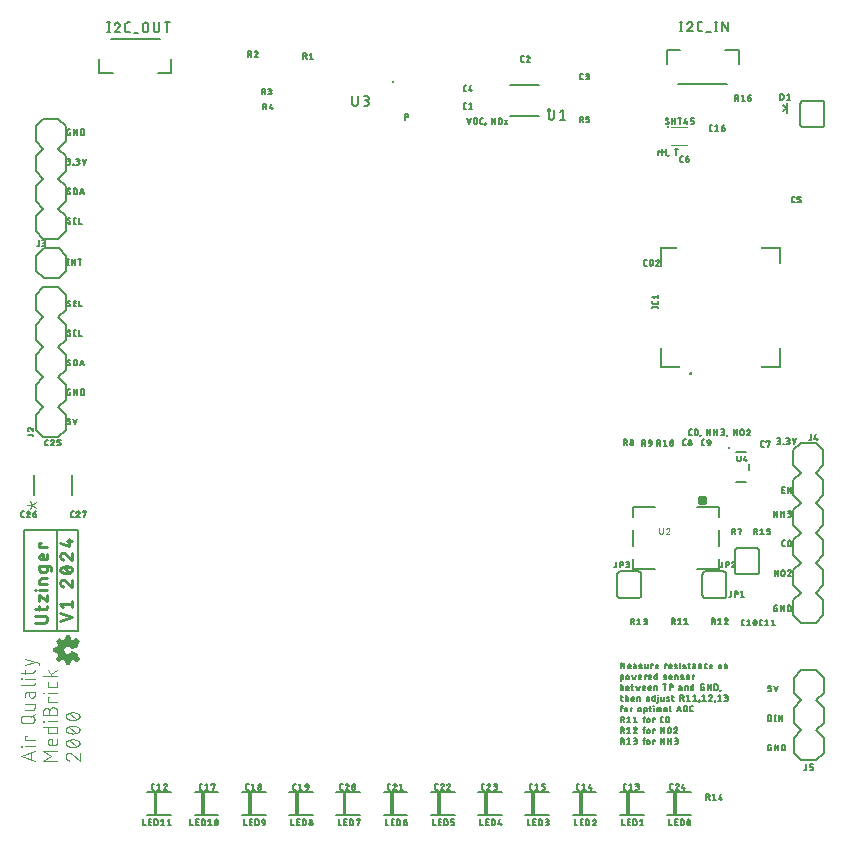
<source format=gbr>
G04 EAGLE Gerber RS-274X export*
G75*
%MOMM*%
%FSLAX34Y34*%
%LPD*%
%INSilkscreen Top*%
%IPPOS*%
%AMOC8*
5,1,8,0,0,1.08239X$1,22.5*%
G01*
%ADD10C,0.101600*%
%ADD11C,0.254000*%
%ADD12C,0.152400*%
%ADD13C,0.127000*%
%ADD14C,0.203200*%
%ADD15C,0.200000*%
%ADD16C,0.200000*%
%ADD17C,0.100000*%
%ADD18C,0.100000*%
%ADD19C,0.406400*%
%ADD20C,0.254000*%
%ADD21C,0.076200*%

G36*
X54245Y147291D02*
X54245Y147291D01*
X54264Y147289D01*
X54329Y147311D01*
X54395Y147326D01*
X54410Y147339D01*
X54428Y147345D01*
X54476Y147393D01*
X54528Y147436D01*
X54536Y147454D01*
X54550Y147468D01*
X54590Y147574D01*
X54599Y147594D01*
X54599Y147598D01*
X54600Y147602D01*
X55158Y150858D01*
X55216Y150887D01*
X55326Y150887D01*
X55401Y150904D01*
X55476Y150918D01*
X55486Y150924D01*
X55495Y150926D01*
X55522Y150949D01*
X55578Y150987D01*
X55626Y150987D01*
X55701Y151004D01*
X55776Y151018D01*
X55786Y151024D01*
X55795Y151026D01*
X55822Y151049D01*
X55894Y151098D01*
X55951Y151154D01*
X56016Y151187D01*
X56126Y151187D01*
X56201Y151204D01*
X56276Y151218D01*
X56286Y151224D01*
X56295Y151226D01*
X56322Y151249D01*
X56378Y151287D01*
X56426Y151287D01*
X56501Y151304D01*
X56576Y151318D01*
X56586Y151324D01*
X56595Y151326D01*
X56622Y151349D01*
X56694Y151398D01*
X56751Y151454D01*
X56896Y151527D01*
X56924Y151550D01*
X56994Y151598D01*
X57051Y151654D01*
X57116Y151687D01*
X57126Y151687D01*
X57142Y151690D01*
X57158Y151688D01*
X57289Y151725D01*
X57291Y151725D01*
X59906Y149857D01*
X59921Y149851D01*
X59932Y149840D01*
X60000Y149819D01*
X60066Y149792D01*
X60082Y149793D01*
X60097Y149788D01*
X60167Y149799D01*
X60239Y149804D01*
X60252Y149812D01*
X60268Y149814D01*
X60384Y149889D01*
X60388Y149891D01*
X60388Y149892D01*
X62688Y152092D01*
X62700Y152110D01*
X62717Y152123D01*
X62747Y152182D01*
X62783Y152237D01*
X62785Y152258D01*
X62795Y152277D01*
X62795Y152343D01*
X62803Y152409D01*
X62796Y152429D01*
X62796Y152450D01*
X62754Y152545D01*
X62745Y152572D01*
X62741Y152575D01*
X62739Y152581D01*
X60862Y155302D01*
X60879Y155325D01*
X60881Y155337D01*
X60886Y155345D01*
X60889Y155380D01*
X60892Y155395D01*
X60894Y155398D01*
X60935Y155463D01*
X60979Y155525D01*
X60981Y155537D01*
X60986Y155545D01*
X60989Y155580D01*
X60992Y155595D01*
X60994Y155598D01*
X61035Y155663D01*
X61079Y155725D01*
X61081Y155737D01*
X61086Y155745D01*
X61089Y155780D01*
X61092Y155795D01*
X61094Y155798D01*
X61135Y155863D01*
X61179Y155925D01*
X61181Y155937D01*
X61186Y155945D01*
X61189Y155980D01*
X61192Y155995D01*
X61194Y155998D01*
X61235Y156063D01*
X61279Y156125D01*
X61281Y156137D01*
X61286Y156145D01*
X61289Y156180D01*
X61292Y156195D01*
X61294Y156198D01*
X61335Y156263D01*
X61379Y156325D01*
X61381Y156337D01*
X61386Y156345D01*
X61389Y156380D01*
X61406Y156466D01*
X61406Y156516D01*
X61416Y156533D01*
X61423Y156538D01*
X61425Y156543D01*
X61451Y156570D01*
X61464Y156609D01*
X61486Y156645D01*
X61490Y156689D01*
X61493Y156696D01*
X61493Y156700D01*
X61504Y156734D01*
X61498Y156776D01*
X61502Y156817D01*
X61487Y156857D01*
X61486Y156869D01*
X61484Y156874D01*
X61479Y156905D01*
X61455Y156940D01*
X61440Y156979D01*
X61413Y157004D01*
X61403Y157021D01*
X61394Y157027D01*
X61381Y157047D01*
X61338Y157073D01*
X61313Y157096D01*
X61288Y157103D01*
X61269Y157115D01*
X61262Y157120D01*
X61260Y157121D01*
X61258Y157122D01*
X55858Y159122D01*
X55801Y159129D01*
X55746Y159145D01*
X55716Y159139D01*
X55686Y159143D01*
X55632Y159124D01*
X55576Y159114D01*
X55551Y159096D01*
X55523Y159086D01*
X55483Y159045D01*
X55437Y159011D01*
X55420Y158981D01*
X55402Y158962D01*
X55392Y158930D01*
X55367Y158886D01*
X55275Y158612D01*
X55115Y158291D01*
X54958Y158134D01*
X54939Y158104D01*
X54887Y158036D01*
X54815Y157891D01*
X54702Y157778D01*
X54557Y157705D01*
X54529Y157682D01*
X54458Y157634D01*
X54302Y157478D01*
X53981Y157317D01*
X53706Y157226D01*
X53687Y157214D01*
X53657Y157205D01*
X53337Y157045D01*
X53126Y157045D01*
X53091Y157037D01*
X53006Y157026D01*
X52765Y156945D01*
X52288Y156945D01*
X51194Y157310D01*
X50668Y157661D01*
X50521Y157808D01*
X50342Y158076D01*
X50319Y158098D01*
X50294Y158134D01*
X50121Y158308D01*
X49970Y158534D01*
X49886Y158786D01*
X49867Y158818D01*
X49842Y158876D01*
X49706Y159081D01*
X49706Y159266D01*
X49697Y159301D01*
X49694Y159358D01*
X49606Y159713D01*
X49606Y160304D01*
X49686Y160546D01*
X49689Y160582D01*
X49706Y160666D01*
X49706Y160851D01*
X49842Y161056D01*
X49855Y161091D01*
X49886Y161146D01*
X49970Y161398D01*
X50321Y161925D01*
X50668Y162271D01*
X51194Y162622D01*
X51446Y162706D01*
X51478Y162726D01*
X51537Y162750D01*
X51741Y162887D01*
X51926Y162887D01*
X51961Y162895D01*
X52046Y162906D01*
X52288Y162987D01*
X53065Y162987D01*
X53306Y162906D01*
X53342Y162903D01*
X53426Y162887D01*
X53537Y162887D01*
X53657Y162827D01*
X53679Y162821D01*
X53706Y162806D01*
X53981Y162715D01*
X54102Y162654D01*
X54258Y162498D01*
X54289Y162479D01*
X54357Y162427D01*
X54502Y162354D01*
X54815Y162041D01*
X54887Y161896D01*
X54910Y161869D01*
X54930Y161840D01*
X54938Y161824D01*
X54942Y161822D01*
X54958Y161798D01*
X55115Y161641D01*
X55387Y161096D01*
X55407Y161073D01*
X55419Y161044D01*
X55462Y161007D01*
X55498Y160963D01*
X55526Y160951D01*
X55549Y160931D01*
X55604Y160916D01*
X55656Y160893D01*
X55687Y160895D01*
X55717Y160887D01*
X55791Y160899D01*
X55829Y160901D01*
X55841Y160908D01*
X55858Y160910D01*
X61258Y162910D01*
X61275Y162922D01*
X61295Y162926D01*
X61346Y162969D01*
X61402Y163006D01*
X61413Y163024D01*
X61428Y163036D01*
X61455Y163098D01*
X61489Y163156D01*
X61490Y163176D01*
X61499Y163194D01*
X61496Y163261D01*
X61500Y163328D01*
X61493Y163347D01*
X61492Y163367D01*
X61460Y163426D01*
X61434Y163488D01*
X61419Y163501D01*
X61409Y163519D01*
X61390Y163532D01*
X61388Y163540D01*
X61375Y163616D01*
X61368Y163625D01*
X61366Y163634D01*
X61343Y163662D01*
X61294Y163734D01*
X61288Y163741D01*
X61275Y163816D01*
X61268Y163825D01*
X61266Y163834D01*
X61243Y163862D01*
X61194Y163934D01*
X61188Y163941D01*
X61175Y164016D01*
X61168Y164025D01*
X61166Y164034D01*
X61143Y164062D01*
X61106Y164118D01*
X61106Y164166D01*
X61088Y164240D01*
X61075Y164316D01*
X61068Y164325D01*
X61066Y164334D01*
X61043Y164362D01*
X60994Y164434D01*
X60993Y164436D01*
X60992Y164454D01*
X60983Y164471D01*
X60975Y164516D01*
X60968Y164525D01*
X60966Y164534D01*
X60943Y164562D01*
X60894Y164634D01*
X60877Y164652D01*
X62739Y167351D01*
X62745Y167367D01*
X62756Y167379D01*
X62776Y167447D01*
X62802Y167512D01*
X62800Y167529D01*
X62805Y167545D01*
X62793Y167614D01*
X62787Y167684D01*
X62778Y167699D01*
X62775Y167716D01*
X62703Y167822D01*
X62697Y167832D01*
X62695Y167833D01*
X62694Y167834D01*
X60394Y170134D01*
X60374Y170147D01*
X60358Y170166D01*
X60301Y170192D01*
X60247Y170225D01*
X60223Y170228D01*
X60200Y170238D01*
X60138Y170236D01*
X60075Y170242D01*
X60052Y170233D01*
X60027Y170232D01*
X59945Y170192D01*
X59914Y170180D01*
X59908Y170174D01*
X59899Y170169D01*
X57305Y168224D01*
X57294Y168234D01*
X57264Y168253D01*
X57196Y168305D01*
X56996Y168405D01*
X56980Y168409D01*
X56967Y168418D01*
X56833Y168444D01*
X56828Y168445D01*
X56827Y168445D01*
X56826Y168445D01*
X56816Y168445D01*
X56751Y168478D01*
X56694Y168534D01*
X56664Y168553D01*
X56596Y168605D01*
X56396Y168705D01*
X56380Y168709D01*
X56367Y168718D01*
X56233Y168744D01*
X56228Y168745D01*
X56227Y168745D01*
X56226Y168745D01*
X56216Y168745D01*
X55896Y168905D01*
X55880Y168909D01*
X55867Y168918D01*
X55733Y168944D01*
X55728Y168945D01*
X55727Y168945D01*
X55726Y168945D01*
X55716Y168945D01*
X55596Y169005D01*
X55580Y169009D01*
X55567Y169018D01*
X55433Y169044D01*
X55428Y169045D01*
X55427Y169045D01*
X55426Y169045D01*
X55416Y169045D01*
X55296Y169105D01*
X55280Y169109D01*
X55267Y169118D01*
X55165Y169138D01*
X54600Y172430D01*
X54593Y172448D01*
X54592Y172467D01*
X54559Y172527D01*
X54533Y172589D01*
X54518Y172602D01*
X54509Y172619D01*
X54453Y172658D01*
X54402Y172702D01*
X54383Y172707D01*
X54367Y172718D01*
X54256Y172740D01*
X54234Y172745D01*
X54230Y172744D01*
X54226Y172745D01*
X51026Y172745D01*
X51007Y172741D01*
X50986Y172743D01*
X50923Y172721D01*
X50858Y172706D01*
X50842Y172693D01*
X50823Y172686D01*
X50776Y172638D01*
X50724Y172596D01*
X50716Y172577D01*
X50702Y172563D01*
X50664Y172461D01*
X50654Y172438D01*
X50654Y172433D01*
X50652Y172428D01*
X50105Y169145D01*
X50026Y169145D01*
X49952Y169128D01*
X49877Y169114D01*
X49867Y169108D01*
X49858Y169106D01*
X49830Y169083D01*
X49775Y169045D01*
X49726Y169045D01*
X49652Y169028D01*
X49577Y169014D01*
X49567Y169008D01*
X49558Y169006D01*
X49530Y168983D01*
X49458Y168934D01*
X49402Y168878D01*
X49337Y168845D01*
X49226Y168845D01*
X49152Y168828D01*
X49077Y168814D01*
X49067Y168808D01*
X49058Y168806D01*
X49030Y168783D01*
X48975Y168745D01*
X48926Y168745D01*
X48852Y168728D01*
X48777Y168714D01*
X48767Y168708D01*
X48758Y168706D01*
X48730Y168683D01*
X48658Y168634D01*
X48602Y168578D01*
X48457Y168505D01*
X48429Y168482D01*
X48375Y168445D01*
X48326Y168445D01*
X48252Y168428D01*
X48177Y168414D01*
X48167Y168408D01*
X48158Y168406D01*
X48130Y168383D01*
X48058Y168334D01*
X48002Y168278D01*
X47922Y168238D01*
X45249Y170173D01*
X45225Y170183D01*
X45206Y170200D01*
X45146Y170216D01*
X45089Y170240D01*
X45064Y170238D01*
X45039Y170245D01*
X44978Y170233D01*
X44916Y170229D01*
X44894Y170216D01*
X44869Y170211D01*
X44797Y170160D01*
X44767Y170142D01*
X44762Y170135D01*
X44752Y170128D01*
X42552Y167828D01*
X42546Y167817D01*
X42535Y167809D01*
X42502Y167743D01*
X42464Y167679D01*
X42463Y167666D01*
X42458Y167655D01*
X42457Y167581D01*
X42452Y167507D01*
X42457Y167495D01*
X42457Y167482D01*
X42514Y167351D01*
X44358Y164677D01*
X44287Y164536D01*
X44283Y164520D01*
X44274Y164507D01*
X44262Y164442D01*
X44254Y164425D01*
X44255Y164405D01*
X44248Y164373D01*
X44247Y164367D01*
X44247Y164366D01*
X44247Y164356D01*
X44215Y164291D01*
X44158Y164234D01*
X44146Y164215D01*
X44132Y164203D01*
X44123Y164182D01*
X44087Y164136D01*
X43987Y163936D01*
X43983Y163920D01*
X43974Y163907D01*
X43948Y163773D01*
X43947Y163767D01*
X43947Y163766D01*
X43947Y163756D01*
X43915Y163691D01*
X43858Y163634D01*
X43818Y163569D01*
X43774Y163507D01*
X43772Y163495D01*
X43767Y163487D01*
X43764Y163452D01*
X43747Y163366D01*
X43747Y163256D01*
X43687Y163136D01*
X43683Y163120D01*
X43674Y163107D01*
X43648Y162973D01*
X43647Y162967D01*
X43647Y162966D01*
X43647Y162956D01*
X43587Y162836D01*
X43583Y162820D01*
X43574Y162807D01*
X43548Y162673D01*
X43547Y162667D01*
X43547Y162666D01*
X43547Y162656D01*
X43487Y162536D01*
X43483Y162520D01*
X43474Y162507D01*
X43471Y162490D01*
X40262Y161940D01*
X40244Y161932D01*
X40225Y161931D01*
X40166Y161899D01*
X40103Y161872D01*
X40090Y161858D01*
X40073Y161848D01*
X40034Y161793D01*
X39990Y161741D01*
X39985Y161722D01*
X39974Y161707D01*
X39953Y161596D01*
X39947Y161574D01*
X39948Y161570D01*
X39947Y161566D01*
X39947Y158366D01*
X39951Y158347D01*
X39949Y158328D01*
X39971Y158264D01*
X39987Y158198D01*
X39999Y158183D01*
X40005Y158164D01*
X40053Y158117D01*
X40097Y158064D01*
X40114Y158056D01*
X40128Y158043D01*
X40234Y158003D01*
X40255Y157994D01*
X40258Y157994D01*
X40262Y157992D01*
X43518Y157434D01*
X43547Y157376D01*
X43547Y157266D01*
X43565Y157192D01*
X43578Y157116D01*
X43584Y157107D01*
X43587Y157098D01*
X43609Y157070D01*
X43647Y157014D01*
X43647Y156966D01*
X43651Y156950D01*
X43648Y156934D01*
X43685Y156803D01*
X43687Y156798D01*
X43687Y156797D01*
X43687Y156796D01*
X43747Y156676D01*
X43747Y156666D01*
X43751Y156650D01*
X43748Y156634D01*
X43785Y156503D01*
X43787Y156498D01*
X43787Y156497D01*
X43787Y156496D01*
X43887Y156296D01*
X43910Y156269D01*
X43947Y156214D01*
X43947Y156166D01*
X43965Y156092D01*
X43978Y156016D01*
X43984Y156007D01*
X43987Y155998D01*
X44009Y155970D01*
X44058Y155898D01*
X44115Y155841D01*
X44187Y155696D01*
X44210Y155669D01*
X44247Y155614D01*
X44247Y155566D01*
X44265Y155492D01*
X44278Y155416D01*
X44284Y155407D01*
X44287Y155398D01*
X44309Y155370D01*
X44358Y155298D01*
X44376Y155280D01*
X42514Y152581D01*
X42508Y152565D01*
X42496Y152553D01*
X42477Y152486D01*
X42451Y152420D01*
X42452Y152403D01*
X42448Y152387D01*
X42460Y152318D01*
X42466Y152248D01*
X42475Y152233D01*
X42478Y152216D01*
X42550Y152110D01*
X42556Y152100D01*
X42557Y152099D01*
X42558Y152098D01*
X44758Y149898D01*
X44773Y149889D01*
X44783Y149875D01*
X44846Y149844D01*
X44905Y149807D01*
X44922Y149805D01*
X44938Y149797D01*
X45008Y149797D01*
X45077Y149790D01*
X45093Y149796D01*
X45111Y149796D01*
X45228Y149848D01*
X45239Y149852D01*
X45240Y149853D01*
X45242Y149854D01*
X47925Y151705D01*
X47940Y151703D01*
X48026Y151687D01*
X48076Y151687D01*
X48089Y151679D01*
X48157Y151627D01*
X48302Y151554D01*
X48358Y151498D01*
X48423Y151458D01*
X48486Y151414D01*
X48497Y151412D01*
X48505Y151407D01*
X48540Y151403D01*
X48626Y151387D01*
X48676Y151387D01*
X48689Y151379D01*
X48757Y151327D01*
X48957Y151227D01*
X48972Y151223D01*
X48986Y151214D01*
X49120Y151188D01*
X49125Y151187D01*
X49126Y151187D01*
X49137Y151187D01*
X49457Y151027D01*
X49472Y151023D01*
X49486Y151014D01*
X49620Y150988D01*
X49625Y150987D01*
X49626Y150987D01*
X49637Y150987D01*
X49757Y150927D01*
X49772Y150923D01*
X49786Y150914D01*
X49920Y150888D01*
X49925Y150887D01*
X49926Y150887D01*
X49937Y150887D01*
X50057Y150827D01*
X50072Y150823D01*
X50086Y150814D01*
X50102Y150811D01*
X50653Y147602D01*
X50660Y147584D01*
X50661Y147565D01*
X50693Y147505D01*
X50720Y147443D01*
X50735Y147430D01*
X50744Y147413D01*
X50799Y147374D01*
X50851Y147330D01*
X50870Y147325D01*
X50886Y147314D01*
X50997Y147292D01*
X51019Y147287D01*
X51022Y147288D01*
X51026Y147287D01*
X54226Y147287D01*
X54245Y147291D01*
G37*
D10*
X24392Y66508D02*
X12708Y70403D01*
X24392Y74297D01*
X21471Y73324D02*
X21471Y67482D01*
X24392Y78404D02*
X16603Y78404D01*
X13357Y78079D02*
X12708Y78079D01*
X12708Y78728D01*
X13357Y78728D01*
X13357Y78079D01*
X16603Y83494D02*
X24392Y83494D01*
X16603Y83494D02*
X16603Y87388D01*
X17901Y87388D01*
X15954Y97923D02*
X21146Y97923D01*
X15954Y97923D02*
X15841Y97925D01*
X15728Y97931D01*
X15615Y97941D01*
X15502Y97955D01*
X15390Y97972D01*
X15279Y97994D01*
X15169Y98019D01*
X15059Y98049D01*
X14951Y98082D01*
X14844Y98119D01*
X14738Y98159D01*
X14634Y98204D01*
X14531Y98252D01*
X14430Y98303D01*
X14331Y98358D01*
X14234Y98416D01*
X14139Y98478D01*
X14046Y98543D01*
X13956Y98611D01*
X13868Y98682D01*
X13782Y98757D01*
X13699Y98834D01*
X13619Y98914D01*
X13542Y98997D01*
X13467Y99083D01*
X13396Y99171D01*
X13328Y99261D01*
X13263Y99354D01*
X13201Y99449D01*
X13143Y99546D01*
X13088Y99645D01*
X13037Y99746D01*
X12989Y99849D01*
X12944Y99953D01*
X12904Y100059D01*
X12867Y100166D01*
X12834Y100274D01*
X12804Y100384D01*
X12779Y100494D01*
X12757Y100605D01*
X12740Y100717D01*
X12726Y100830D01*
X12716Y100943D01*
X12710Y101056D01*
X12708Y101169D01*
X12710Y101282D01*
X12716Y101395D01*
X12726Y101508D01*
X12740Y101621D01*
X12757Y101733D01*
X12779Y101844D01*
X12804Y101954D01*
X12834Y102064D01*
X12867Y102172D01*
X12904Y102279D01*
X12944Y102385D01*
X12989Y102489D01*
X13037Y102592D01*
X13088Y102693D01*
X13143Y102792D01*
X13201Y102889D01*
X13263Y102984D01*
X13328Y103077D01*
X13396Y103167D01*
X13467Y103255D01*
X13542Y103341D01*
X13619Y103424D01*
X13699Y103504D01*
X13782Y103581D01*
X13868Y103656D01*
X13956Y103727D01*
X14046Y103795D01*
X14139Y103860D01*
X14234Y103922D01*
X14331Y103980D01*
X14430Y104035D01*
X14531Y104086D01*
X14634Y104134D01*
X14738Y104179D01*
X14844Y104219D01*
X14951Y104256D01*
X15059Y104289D01*
X15169Y104319D01*
X15279Y104344D01*
X15390Y104366D01*
X15502Y104383D01*
X15615Y104397D01*
X15728Y104407D01*
X15841Y104413D01*
X15954Y104415D01*
X15954Y104414D02*
X21146Y104414D01*
X21146Y104415D02*
X21259Y104413D01*
X21372Y104407D01*
X21485Y104397D01*
X21598Y104383D01*
X21710Y104366D01*
X21821Y104344D01*
X21931Y104319D01*
X22041Y104289D01*
X22149Y104256D01*
X22256Y104219D01*
X22362Y104179D01*
X22466Y104134D01*
X22569Y104086D01*
X22670Y104035D01*
X22769Y103980D01*
X22866Y103922D01*
X22961Y103860D01*
X23054Y103795D01*
X23144Y103727D01*
X23232Y103656D01*
X23318Y103581D01*
X23401Y103504D01*
X23481Y103424D01*
X23558Y103341D01*
X23633Y103255D01*
X23704Y103167D01*
X23772Y103077D01*
X23837Y102984D01*
X23899Y102889D01*
X23957Y102792D01*
X24012Y102693D01*
X24063Y102592D01*
X24111Y102489D01*
X24156Y102385D01*
X24196Y102279D01*
X24233Y102172D01*
X24266Y102064D01*
X24296Y101954D01*
X24321Y101844D01*
X24343Y101733D01*
X24360Y101621D01*
X24374Y101508D01*
X24384Y101395D01*
X24390Y101282D01*
X24392Y101169D01*
X24390Y101056D01*
X24384Y100943D01*
X24374Y100830D01*
X24360Y100717D01*
X24343Y100605D01*
X24321Y100494D01*
X24296Y100384D01*
X24266Y100274D01*
X24233Y100166D01*
X24196Y100059D01*
X24156Y99953D01*
X24111Y99849D01*
X24063Y99746D01*
X24012Y99645D01*
X23957Y99546D01*
X23899Y99449D01*
X23837Y99354D01*
X23772Y99261D01*
X23704Y99171D01*
X23633Y99083D01*
X23558Y98997D01*
X23481Y98914D01*
X23401Y98834D01*
X23318Y98757D01*
X23232Y98682D01*
X23144Y98611D01*
X23054Y98543D01*
X22961Y98478D01*
X22866Y98416D01*
X22769Y98358D01*
X22670Y98303D01*
X22569Y98252D01*
X22466Y98204D01*
X22362Y98159D01*
X22256Y98119D01*
X22149Y98082D01*
X22041Y98049D01*
X21931Y98019D01*
X21821Y97994D01*
X21710Y97972D01*
X21598Y97955D01*
X21485Y97941D01*
X21372Y97931D01*
X21259Y97925D01*
X21146Y97923D01*
X21796Y103116D02*
X24392Y105712D01*
X22445Y109335D02*
X16603Y109335D01*
X22445Y109335D02*
X22532Y109337D01*
X22620Y109343D01*
X22706Y109353D01*
X22793Y109366D01*
X22878Y109384D01*
X22963Y109405D01*
X23047Y109430D01*
X23129Y109459D01*
X23210Y109492D01*
X23290Y109528D01*
X23368Y109567D01*
X23444Y109611D01*
X23518Y109657D01*
X23589Y109707D01*
X23659Y109760D01*
X23726Y109816D01*
X23790Y109875D01*
X23852Y109937D01*
X23911Y110001D01*
X23967Y110068D01*
X24020Y110138D01*
X24070Y110209D01*
X24116Y110283D01*
X24160Y110359D01*
X24199Y110437D01*
X24235Y110517D01*
X24268Y110598D01*
X24297Y110680D01*
X24322Y110764D01*
X24343Y110849D01*
X24361Y110934D01*
X24374Y111021D01*
X24384Y111107D01*
X24390Y111195D01*
X24392Y111282D01*
X24392Y114528D01*
X16603Y114528D01*
X19848Y121835D02*
X19848Y124756D01*
X19848Y121835D02*
X19850Y121741D01*
X19856Y121647D01*
X19865Y121554D01*
X19879Y121461D01*
X19896Y121369D01*
X19918Y121277D01*
X19942Y121187D01*
X19971Y121097D01*
X20003Y121009D01*
X20039Y120922D01*
X20079Y120837D01*
X20122Y120754D01*
X20168Y120672D01*
X20218Y120592D01*
X20271Y120515D01*
X20327Y120440D01*
X20386Y120367D01*
X20448Y120296D01*
X20513Y120228D01*
X20581Y120163D01*
X20652Y120101D01*
X20725Y120042D01*
X20800Y119986D01*
X20877Y119933D01*
X20957Y119883D01*
X21039Y119837D01*
X21122Y119794D01*
X21207Y119754D01*
X21294Y119718D01*
X21382Y119686D01*
X21472Y119657D01*
X21562Y119633D01*
X21654Y119611D01*
X21746Y119594D01*
X21839Y119580D01*
X21932Y119571D01*
X22026Y119565D01*
X22120Y119563D01*
X22214Y119565D01*
X22308Y119571D01*
X22401Y119580D01*
X22494Y119594D01*
X22586Y119611D01*
X22678Y119633D01*
X22768Y119657D01*
X22858Y119686D01*
X22946Y119718D01*
X23033Y119754D01*
X23118Y119794D01*
X23201Y119837D01*
X23283Y119883D01*
X23363Y119933D01*
X23440Y119986D01*
X23515Y120042D01*
X23588Y120101D01*
X23659Y120163D01*
X23727Y120228D01*
X23792Y120296D01*
X23854Y120367D01*
X23913Y120440D01*
X23969Y120515D01*
X24022Y120592D01*
X24072Y120672D01*
X24118Y120754D01*
X24161Y120837D01*
X24201Y120922D01*
X24237Y121009D01*
X24269Y121097D01*
X24298Y121187D01*
X24322Y121277D01*
X24344Y121369D01*
X24361Y121461D01*
X24375Y121554D01*
X24384Y121647D01*
X24390Y121741D01*
X24392Y121835D01*
X24392Y124756D01*
X18550Y124756D01*
X18463Y124754D01*
X18375Y124748D01*
X18289Y124738D01*
X18202Y124725D01*
X18117Y124707D01*
X18032Y124686D01*
X17948Y124661D01*
X17866Y124632D01*
X17785Y124599D01*
X17705Y124563D01*
X17627Y124524D01*
X17551Y124480D01*
X17477Y124434D01*
X17406Y124384D01*
X17336Y124331D01*
X17269Y124275D01*
X17205Y124216D01*
X17143Y124154D01*
X17084Y124090D01*
X17028Y124023D01*
X16975Y123953D01*
X16925Y123882D01*
X16879Y123808D01*
X16835Y123732D01*
X16796Y123654D01*
X16760Y123574D01*
X16727Y123493D01*
X16698Y123411D01*
X16673Y123327D01*
X16652Y123242D01*
X16634Y123157D01*
X16621Y123070D01*
X16611Y122984D01*
X16605Y122896D01*
X16603Y122809D01*
X16603Y120212D01*
X12708Y130059D02*
X22445Y130059D01*
X22532Y130061D01*
X22620Y130067D01*
X22706Y130077D01*
X22793Y130090D01*
X22878Y130108D01*
X22963Y130129D01*
X23047Y130154D01*
X23129Y130183D01*
X23210Y130216D01*
X23290Y130252D01*
X23368Y130291D01*
X23444Y130335D01*
X23518Y130381D01*
X23589Y130431D01*
X23659Y130484D01*
X23726Y130540D01*
X23790Y130599D01*
X23852Y130661D01*
X23911Y130725D01*
X23967Y130792D01*
X24020Y130862D01*
X24070Y130933D01*
X24116Y131007D01*
X24160Y131083D01*
X24199Y131161D01*
X24235Y131241D01*
X24268Y131322D01*
X24297Y131404D01*
X24322Y131488D01*
X24343Y131573D01*
X24361Y131658D01*
X24374Y131745D01*
X24384Y131831D01*
X24390Y131919D01*
X24392Y132006D01*
X24392Y135935D02*
X16603Y135935D01*
X13357Y135610D02*
X12708Y135610D01*
X12708Y136259D01*
X13357Y136259D01*
X13357Y135610D01*
X16603Y139610D02*
X16603Y143504D01*
X12708Y140908D02*
X22445Y140908D01*
X22532Y140910D01*
X22620Y140916D01*
X22706Y140926D01*
X22793Y140939D01*
X22878Y140957D01*
X22963Y140978D01*
X23047Y141003D01*
X23129Y141032D01*
X23210Y141065D01*
X23290Y141101D01*
X23368Y141140D01*
X23444Y141184D01*
X23518Y141230D01*
X23589Y141280D01*
X23659Y141333D01*
X23726Y141389D01*
X23790Y141448D01*
X23852Y141510D01*
X23911Y141574D01*
X23967Y141641D01*
X24020Y141711D01*
X24070Y141782D01*
X24116Y141856D01*
X24160Y141932D01*
X24199Y142010D01*
X24235Y142090D01*
X24268Y142171D01*
X24297Y142253D01*
X24322Y142337D01*
X24343Y142422D01*
X24361Y142507D01*
X24374Y142594D01*
X24384Y142680D01*
X24390Y142768D01*
X24392Y142855D01*
X24392Y143504D01*
X28287Y147435D02*
X28287Y148733D01*
X16603Y152628D01*
X16603Y147435D02*
X24392Y150031D01*
X31758Y66508D02*
X43442Y66508D01*
X38249Y70403D02*
X31758Y66508D01*
X38249Y70403D02*
X31758Y74297D01*
X43442Y74297D01*
X43442Y81565D02*
X43442Y84810D01*
X43442Y81565D02*
X43440Y81478D01*
X43434Y81390D01*
X43424Y81304D01*
X43411Y81217D01*
X43393Y81132D01*
X43372Y81047D01*
X43347Y80963D01*
X43318Y80881D01*
X43285Y80800D01*
X43249Y80720D01*
X43210Y80642D01*
X43166Y80566D01*
X43120Y80492D01*
X43070Y80421D01*
X43017Y80351D01*
X42961Y80284D01*
X42902Y80220D01*
X42840Y80158D01*
X42776Y80099D01*
X42709Y80043D01*
X42639Y79990D01*
X42568Y79940D01*
X42494Y79894D01*
X42418Y79850D01*
X42340Y79811D01*
X42260Y79775D01*
X42179Y79742D01*
X42097Y79713D01*
X42013Y79688D01*
X41928Y79667D01*
X41843Y79649D01*
X41756Y79636D01*
X41670Y79626D01*
X41582Y79620D01*
X41495Y79618D01*
X41495Y79617D02*
X38249Y79617D01*
X38249Y79618D02*
X38148Y79620D01*
X38048Y79626D01*
X37948Y79636D01*
X37848Y79649D01*
X37749Y79667D01*
X37650Y79688D01*
X37553Y79713D01*
X37456Y79742D01*
X37361Y79775D01*
X37267Y79811D01*
X37175Y79851D01*
X37084Y79894D01*
X36995Y79941D01*
X36908Y79991D01*
X36822Y80045D01*
X36739Y80102D01*
X36659Y80162D01*
X36580Y80225D01*
X36504Y80292D01*
X36431Y80361D01*
X36361Y80433D01*
X36293Y80507D01*
X36228Y80584D01*
X36167Y80664D01*
X36108Y80746D01*
X36053Y80830D01*
X36001Y80916D01*
X35952Y81004D01*
X35907Y81094D01*
X35865Y81186D01*
X35827Y81279D01*
X35793Y81374D01*
X35762Y81469D01*
X35735Y81566D01*
X35712Y81664D01*
X35692Y81763D01*
X35677Y81863D01*
X35665Y81963D01*
X35657Y82063D01*
X35653Y82164D01*
X35653Y82264D01*
X35657Y82365D01*
X35665Y82465D01*
X35677Y82565D01*
X35692Y82665D01*
X35712Y82764D01*
X35735Y82862D01*
X35762Y82959D01*
X35793Y83054D01*
X35827Y83149D01*
X35865Y83242D01*
X35907Y83334D01*
X35952Y83424D01*
X36001Y83512D01*
X36053Y83598D01*
X36108Y83682D01*
X36167Y83764D01*
X36228Y83844D01*
X36293Y83921D01*
X36361Y83995D01*
X36431Y84067D01*
X36504Y84136D01*
X36580Y84203D01*
X36659Y84266D01*
X36739Y84326D01*
X36822Y84383D01*
X36908Y84437D01*
X36995Y84487D01*
X37084Y84534D01*
X37175Y84577D01*
X37267Y84617D01*
X37361Y84653D01*
X37456Y84686D01*
X37553Y84715D01*
X37650Y84740D01*
X37749Y84761D01*
X37848Y84779D01*
X37948Y84792D01*
X38048Y84802D01*
X38148Y84808D01*
X38249Y84810D01*
X39547Y84810D01*
X39547Y79617D01*
X43442Y94657D02*
X31758Y94657D01*
X43442Y94657D02*
X43442Y91412D01*
X43440Y91325D01*
X43434Y91237D01*
X43424Y91151D01*
X43411Y91064D01*
X43393Y90979D01*
X43372Y90894D01*
X43347Y90810D01*
X43318Y90728D01*
X43285Y90647D01*
X43249Y90567D01*
X43210Y90489D01*
X43166Y90413D01*
X43120Y90339D01*
X43070Y90268D01*
X43017Y90198D01*
X42961Y90131D01*
X42902Y90067D01*
X42840Y90005D01*
X42776Y89946D01*
X42709Y89890D01*
X42639Y89837D01*
X42568Y89787D01*
X42494Y89741D01*
X42418Y89697D01*
X42340Y89658D01*
X42260Y89622D01*
X42179Y89589D01*
X42097Y89560D01*
X42013Y89535D01*
X41928Y89514D01*
X41843Y89496D01*
X41756Y89483D01*
X41670Y89473D01*
X41582Y89467D01*
X41495Y89465D01*
X41495Y89464D02*
X37600Y89464D01*
X37600Y89465D02*
X37513Y89467D01*
X37425Y89473D01*
X37339Y89483D01*
X37252Y89496D01*
X37167Y89514D01*
X37082Y89535D01*
X36998Y89560D01*
X36916Y89589D01*
X36835Y89622D01*
X36755Y89658D01*
X36677Y89697D01*
X36601Y89741D01*
X36527Y89787D01*
X36456Y89837D01*
X36386Y89890D01*
X36319Y89946D01*
X36255Y90005D01*
X36193Y90067D01*
X36134Y90131D01*
X36078Y90198D01*
X36025Y90268D01*
X35975Y90339D01*
X35929Y90413D01*
X35885Y90489D01*
X35846Y90567D01*
X35810Y90647D01*
X35777Y90728D01*
X35748Y90810D01*
X35723Y90894D01*
X35702Y90979D01*
X35684Y91064D01*
X35671Y91151D01*
X35661Y91237D01*
X35655Y91325D01*
X35653Y91412D01*
X35653Y94657D01*
X35653Y99740D02*
X43442Y99740D01*
X32407Y99415D02*
X31758Y99415D01*
X31758Y100064D01*
X32407Y100064D01*
X32407Y99415D01*
X36951Y105045D02*
X36951Y108291D01*
X36950Y108291D02*
X36952Y108404D01*
X36958Y108517D01*
X36968Y108630D01*
X36982Y108743D01*
X36999Y108855D01*
X37021Y108966D01*
X37046Y109076D01*
X37076Y109186D01*
X37109Y109294D01*
X37146Y109401D01*
X37186Y109507D01*
X37231Y109611D01*
X37279Y109714D01*
X37330Y109815D01*
X37385Y109914D01*
X37443Y110011D01*
X37505Y110106D01*
X37570Y110199D01*
X37638Y110289D01*
X37709Y110377D01*
X37784Y110463D01*
X37861Y110546D01*
X37941Y110626D01*
X38024Y110703D01*
X38110Y110778D01*
X38198Y110849D01*
X38288Y110917D01*
X38381Y110982D01*
X38476Y111044D01*
X38573Y111102D01*
X38672Y111157D01*
X38773Y111208D01*
X38876Y111256D01*
X38980Y111301D01*
X39086Y111341D01*
X39193Y111378D01*
X39301Y111411D01*
X39411Y111441D01*
X39521Y111466D01*
X39632Y111488D01*
X39744Y111505D01*
X39857Y111519D01*
X39970Y111529D01*
X40083Y111535D01*
X40196Y111537D01*
X40309Y111535D01*
X40422Y111529D01*
X40535Y111519D01*
X40648Y111505D01*
X40760Y111488D01*
X40871Y111466D01*
X40981Y111441D01*
X41091Y111411D01*
X41199Y111378D01*
X41306Y111341D01*
X41412Y111301D01*
X41516Y111256D01*
X41619Y111208D01*
X41720Y111157D01*
X41819Y111102D01*
X41916Y111044D01*
X42011Y110982D01*
X42104Y110917D01*
X42194Y110849D01*
X42282Y110778D01*
X42368Y110703D01*
X42451Y110626D01*
X42531Y110546D01*
X42608Y110463D01*
X42683Y110377D01*
X42754Y110289D01*
X42822Y110199D01*
X42887Y110106D01*
X42949Y110011D01*
X43007Y109914D01*
X43062Y109815D01*
X43113Y109714D01*
X43161Y109611D01*
X43206Y109507D01*
X43246Y109401D01*
X43283Y109294D01*
X43316Y109186D01*
X43346Y109076D01*
X43371Y108966D01*
X43393Y108855D01*
X43410Y108743D01*
X43424Y108630D01*
X43434Y108517D01*
X43440Y108404D01*
X43442Y108291D01*
X43442Y105045D01*
X31758Y105045D01*
X31758Y108291D01*
X31760Y108392D01*
X31766Y108492D01*
X31776Y108592D01*
X31789Y108692D01*
X31807Y108791D01*
X31828Y108890D01*
X31853Y108987D01*
X31882Y109084D01*
X31915Y109179D01*
X31951Y109273D01*
X31991Y109365D01*
X32034Y109456D01*
X32081Y109545D01*
X32131Y109632D01*
X32185Y109718D01*
X32242Y109801D01*
X32302Y109881D01*
X32365Y109960D01*
X32432Y110036D01*
X32501Y110109D01*
X32573Y110179D01*
X32647Y110247D01*
X32724Y110312D01*
X32804Y110373D01*
X32886Y110432D01*
X32970Y110487D01*
X33056Y110539D01*
X33144Y110588D01*
X33234Y110633D01*
X33326Y110675D01*
X33419Y110713D01*
X33514Y110747D01*
X33609Y110778D01*
X33706Y110805D01*
X33804Y110828D01*
X33903Y110848D01*
X34003Y110863D01*
X34103Y110875D01*
X34203Y110883D01*
X34304Y110887D01*
X34404Y110887D01*
X34505Y110883D01*
X34605Y110875D01*
X34705Y110863D01*
X34805Y110848D01*
X34904Y110828D01*
X35002Y110805D01*
X35099Y110778D01*
X35194Y110747D01*
X35289Y110713D01*
X35382Y110675D01*
X35474Y110633D01*
X35564Y110588D01*
X35652Y110539D01*
X35738Y110487D01*
X35822Y110432D01*
X35904Y110373D01*
X35984Y110312D01*
X36061Y110247D01*
X36135Y110179D01*
X36207Y110109D01*
X36276Y110036D01*
X36343Y109960D01*
X36406Y109881D01*
X36466Y109801D01*
X36523Y109718D01*
X36577Y109632D01*
X36627Y109545D01*
X36674Y109456D01*
X36717Y109365D01*
X36757Y109273D01*
X36793Y109179D01*
X36826Y109084D01*
X36855Y108987D01*
X36880Y108890D01*
X36901Y108791D01*
X36919Y108692D01*
X36932Y108592D01*
X36942Y108492D01*
X36948Y108392D01*
X36950Y108291D01*
X35653Y116260D02*
X43442Y116260D01*
X35653Y116260D02*
X35653Y120154D01*
X36951Y120154D01*
X35653Y123743D02*
X43442Y123743D01*
X32407Y123418D02*
X31758Y123418D01*
X31758Y124067D01*
X32407Y124067D01*
X32407Y123418D01*
X43442Y130346D02*
X43442Y132942D01*
X43442Y130346D02*
X43440Y130259D01*
X43434Y130171D01*
X43424Y130085D01*
X43411Y129998D01*
X43393Y129913D01*
X43372Y129828D01*
X43347Y129744D01*
X43318Y129662D01*
X43285Y129581D01*
X43249Y129501D01*
X43210Y129423D01*
X43166Y129347D01*
X43120Y129273D01*
X43070Y129202D01*
X43017Y129132D01*
X42961Y129065D01*
X42902Y129001D01*
X42840Y128939D01*
X42776Y128880D01*
X42709Y128824D01*
X42639Y128771D01*
X42568Y128721D01*
X42494Y128675D01*
X42418Y128631D01*
X42340Y128592D01*
X42260Y128556D01*
X42179Y128523D01*
X42097Y128494D01*
X42013Y128469D01*
X41928Y128448D01*
X41843Y128430D01*
X41756Y128417D01*
X41670Y128407D01*
X41582Y128401D01*
X41495Y128399D01*
X41495Y128398D02*
X37600Y128398D01*
X37600Y128399D02*
X37513Y128401D01*
X37425Y128407D01*
X37339Y128417D01*
X37252Y128430D01*
X37167Y128448D01*
X37082Y128469D01*
X36998Y128494D01*
X36916Y128523D01*
X36835Y128556D01*
X36755Y128592D01*
X36677Y128631D01*
X36601Y128675D01*
X36527Y128721D01*
X36456Y128771D01*
X36386Y128824D01*
X36319Y128880D01*
X36255Y128939D01*
X36193Y129001D01*
X36134Y129065D01*
X36078Y129132D01*
X36025Y129202D01*
X35975Y129273D01*
X35929Y129347D01*
X35885Y129423D01*
X35846Y129501D01*
X35810Y129581D01*
X35777Y129662D01*
X35748Y129744D01*
X35723Y129828D01*
X35702Y129913D01*
X35684Y129998D01*
X35671Y130085D01*
X35661Y130171D01*
X35655Y130259D01*
X35653Y130346D01*
X35653Y132942D01*
X31758Y137665D02*
X43442Y137665D01*
X39547Y137665D02*
X35653Y142857D01*
X37925Y139936D02*
X43442Y142857D01*
X53729Y72999D02*
X53622Y72997D01*
X53516Y72991D01*
X53410Y72981D01*
X53304Y72968D01*
X53198Y72950D01*
X53094Y72929D01*
X52990Y72904D01*
X52887Y72875D01*
X52786Y72843D01*
X52686Y72806D01*
X52587Y72766D01*
X52489Y72723D01*
X52393Y72676D01*
X52299Y72625D01*
X52207Y72571D01*
X52117Y72514D01*
X52029Y72454D01*
X51944Y72390D01*
X51861Y72323D01*
X51780Y72253D01*
X51702Y72181D01*
X51626Y72105D01*
X51554Y72027D01*
X51484Y71946D01*
X51417Y71863D01*
X51353Y71778D01*
X51293Y71690D01*
X51236Y71600D01*
X51182Y71508D01*
X51131Y71414D01*
X51084Y71318D01*
X51041Y71220D01*
X51001Y71121D01*
X50964Y71021D01*
X50932Y70920D01*
X50903Y70817D01*
X50878Y70713D01*
X50857Y70609D01*
X50839Y70503D01*
X50826Y70397D01*
X50816Y70291D01*
X50810Y70185D01*
X50808Y70078D01*
X50810Y69957D01*
X50816Y69836D01*
X50826Y69716D01*
X50839Y69595D01*
X50857Y69476D01*
X50878Y69356D01*
X50903Y69238D01*
X50932Y69121D01*
X50965Y69004D01*
X51001Y68889D01*
X51042Y68775D01*
X51085Y68662D01*
X51133Y68550D01*
X51184Y68441D01*
X51239Y68333D01*
X51297Y68226D01*
X51358Y68122D01*
X51423Y68020D01*
X51491Y67920D01*
X51562Y67822D01*
X51636Y67726D01*
X51713Y67633D01*
X51794Y67543D01*
X51877Y67455D01*
X51963Y67370D01*
X52052Y67287D01*
X52143Y67208D01*
X52237Y67131D01*
X52333Y67058D01*
X52431Y66988D01*
X52532Y66921D01*
X52635Y66857D01*
X52740Y66797D01*
X52847Y66739D01*
X52955Y66686D01*
X53065Y66636D01*
X53177Y66590D01*
X53290Y66547D01*
X53405Y66508D01*
X56001Y72025D02*
X55923Y72104D01*
X55843Y72180D01*
X55760Y72253D01*
X55674Y72323D01*
X55587Y72390D01*
X55496Y72454D01*
X55404Y72514D01*
X55310Y72572D01*
X55213Y72626D01*
X55115Y72676D01*
X55015Y72723D01*
X54914Y72767D01*
X54811Y72807D01*
X54706Y72843D01*
X54601Y72875D01*
X54494Y72904D01*
X54387Y72929D01*
X54278Y72951D01*
X54169Y72968D01*
X54060Y72982D01*
X53950Y72991D01*
X53839Y72997D01*
X53729Y72999D01*
X56001Y72025D02*
X62492Y66508D01*
X62492Y72999D01*
X56650Y77938D02*
X56420Y77941D01*
X56190Y77949D01*
X55961Y77963D01*
X55732Y77982D01*
X55503Y78007D01*
X55275Y78037D01*
X55048Y78072D01*
X54822Y78113D01*
X54597Y78159D01*
X54373Y78211D01*
X54150Y78268D01*
X53929Y78330D01*
X53709Y78398D01*
X53491Y78471D01*
X53275Y78549D01*
X53061Y78632D01*
X52849Y78720D01*
X52638Y78813D01*
X52431Y78912D01*
X52341Y78945D01*
X52252Y78981D01*
X52164Y79021D01*
X52079Y79065D01*
X51995Y79112D01*
X51913Y79162D01*
X51833Y79216D01*
X51756Y79272D01*
X51680Y79332D01*
X51607Y79395D01*
X51537Y79460D01*
X51469Y79529D01*
X51405Y79600D01*
X51343Y79673D01*
X51284Y79749D01*
X51228Y79827D01*
X51175Y79908D01*
X51126Y79990D01*
X51080Y80074D01*
X51037Y80161D01*
X50998Y80248D01*
X50962Y80338D01*
X50930Y80428D01*
X50902Y80520D01*
X50877Y80613D01*
X50856Y80707D01*
X50839Y80801D01*
X50825Y80896D01*
X50816Y80992D01*
X50810Y81088D01*
X50808Y81184D01*
X50810Y81280D01*
X50816Y81376D01*
X50825Y81472D01*
X50839Y81567D01*
X50856Y81661D01*
X50877Y81755D01*
X50902Y81848D01*
X50930Y81940D01*
X50962Y82030D01*
X50998Y82120D01*
X51037Y82208D01*
X51080Y82294D01*
X51126Y82378D01*
X51175Y82460D01*
X51228Y82541D01*
X51284Y82619D01*
X51343Y82695D01*
X51405Y82768D01*
X51469Y82839D01*
X51537Y82908D01*
X51607Y82973D01*
X51680Y83036D01*
X51756Y83096D01*
X51833Y83152D01*
X51913Y83206D01*
X51995Y83256D01*
X52079Y83303D01*
X52164Y83347D01*
X52252Y83387D01*
X52341Y83423D01*
X52431Y83456D01*
X52431Y83455D02*
X52638Y83554D01*
X52849Y83647D01*
X53061Y83735D01*
X53275Y83818D01*
X53491Y83896D01*
X53709Y83969D01*
X53929Y84037D01*
X54150Y84099D01*
X54373Y84156D01*
X54597Y84208D01*
X54822Y84254D01*
X55048Y84295D01*
X55275Y84330D01*
X55503Y84360D01*
X55732Y84385D01*
X55961Y84404D01*
X56190Y84418D01*
X56420Y84426D01*
X56650Y84429D01*
X56650Y77938D02*
X56880Y77941D01*
X57110Y77949D01*
X57339Y77963D01*
X57568Y77982D01*
X57797Y78007D01*
X58025Y78037D01*
X58252Y78072D01*
X58478Y78113D01*
X58703Y78159D01*
X58927Y78211D01*
X59150Y78268D01*
X59371Y78330D01*
X59591Y78398D01*
X59809Y78471D01*
X60025Y78549D01*
X60239Y78632D01*
X60451Y78720D01*
X60662Y78813D01*
X60869Y78912D01*
X60959Y78945D01*
X61048Y78981D01*
X61136Y79022D01*
X61221Y79065D01*
X61305Y79112D01*
X61387Y79162D01*
X61467Y79216D01*
X61544Y79272D01*
X61620Y79332D01*
X61693Y79395D01*
X61763Y79460D01*
X61831Y79529D01*
X61895Y79600D01*
X61957Y79673D01*
X62016Y79749D01*
X62072Y79827D01*
X62125Y79908D01*
X62174Y79990D01*
X62220Y80074D01*
X62263Y80161D01*
X62302Y80248D01*
X62338Y80338D01*
X62370Y80428D01*
X62398Y80520D01*
X62423Y80613D01*
X62444Y80707D01*
X62461Y80801D01*
X62475Y80896D01*
X62484Y80992D01*
X62490Y81088D01*
X62492Y81184D01*
X60869Y83455D02*
X60662Y83554D01*
X60451Y83647D01*
X60239Y83735D01*
X60025Y83818D01*
X59809Y83896D01*
X59591Y83969D01*
X59371Y84037D01*
X59150Y84099D01*
X58927Y84156D01*
X58703Y84208D01*
X58478Y84254D01*
X58252Y84295D01*
X58025Y84330D01*
X57797Y84360D01*
X57568Y84385D01*
X57339Y84404D01*
X57110Y84418D01*
X56880Y84426D01*
X56650Y84429D01*
X60869Y83456D02*
X60959Y83423D01*
X61048Y83387D01*
X61136Y83347D01*
X61221Y83303D01*
X61305Y83256D01*
X61387Y83206D01*
X61467Y83152D01*
X61544Y83096D01*
X61620Y83036D01*
X61693Y82973D01*
X61763Y82908D01*
X61831Y82839D01*
X61895Y82768D01*
X61957Y82695D01*
X62016Y82619D01*
X62072Y82541D01*
X62125Y82460D01*
X62174Y82378D01*
X62220Y82294D01*
X62263Y82207D01*
X62302Y82120D01*
X62338Y82030D01*
X62370Y81940D01*
X62398Y81848D01*
X62423Y81755D01*
X62444Y81661D01*
X62461Y81567D01*
X62475Y81472D01*
X62484Y81376D01*
X62490Y81280D01*
X62492Y81184D01*
X59896Y78587D02*
X53404Y83780D01*
X56650Y89368D02*
X56420Y89371D01*
X56190Y89379D01*
X55961Y89393D01*
X55732Y89412D01*
X55503Y89437D01*
X55275Y89467D01*
X55048Y89502D01*
X54822Y89543D01*
X54597Y89589D01*
X54373Y89641D01*
X54150Y89698D01*
X53929Y89760D01*
X53709Y89828D01*
X53491Y89901D01*
X53275Y89979D01*
X53061Y90062D01*
X52849Y90150D01*
X52638Y90243D01*
X52431Y90342D01*
X52431Y90341D02*
X52341Y90374D01*
X52252Y90410D01*
X52164Y90450D01*
X52079Y90494D01*
X51995Y90541D01*
X51913Y90591D01*
X51833Y90645D01*
X51756Y90701D01*
X51680Y90761D01*
X51607Y90824D01*
X51537Y90889D01*
X51469Y90958D01*
X51405Y91029D01*
X51343Y91102D01*
X51284Y91178D01*
X51228Y91256D01*
X51175Y91337D01*
X51126Y91419D01*
X51080Y91503D01*
X51037Y91590D01*
X50998Y91677D01*
X50962Y91767D01*
X50930Y91857D01*
X50902Y91949D01*
X50877Y92042D01*
X50856Y92136D01*
X50839Y92230D01*
X50825Y92325D01*
X50816Y92421D01*
X50810Y92517D01*
X50808Y92613D01*
X50810Y92709D01*
X50816Y92805D01*
X50825Y92901D01*
X50839Y92996D01*
X50856Y93090D01*
X50877Y93184D01*
X50902Y93277D01*
X50930Y93369D01*
X50962Y93459D01*
X50998Y93549D01*
X51037Y93637D01*
X51080Y93723D01*
X51126Y93807D01*
X51175Y93889D01*
X51228Y93970D01*
X51284Y94048D01*
X51343Y94124D01*
X51405Y94197D01*
X51469Y94268D01*
X51537Y94337D01*
X51607Y94402D01*
X51680Y94465D01*
X51756Y94525D01*
X51833Y94581D01*
X51913Y94635D01*
X51995Y94685D01*
X52079Y94732D01*
X52164Y94776D01*
X52252Y94816D01*
X52341Y94852D01*
X52431Y94885D01*
X52638Y94984D01*
X52849Y95077D01*
X53061Y95165D01*
X53275Y95248D01*
X53491Y95326D01*
X53709Y95399D01*
X53929Y95467D01*
X54150Y95529D01*
X54373Y95586D01*
X54597Y95638D01*
X54822Y95684D01*
X55048Y95725D01*
X55275Y95760D01*
X55503Y95790D01*
X55732Y95815D01*
X55961Y95834D01*
X56190Y95848D01*
X56420Y95856D01*
X56650Y95859D01*
X56650Y89368D02*
X56880Y89371D01*
X57110Y89379D01*
X57339Y89393D01*
X57568Y89412D01*
X57797Y89437D01*
X58025Y89467D01*
X58252Y89502D01*
X58478Y89543D01*
X58703Y89589D01*
X58927Y89641D01*
X59150Y89698D01*
X59371Y89760D01*
X59591Y89828D01*
X59809Y89901D01*
X60025Y89979D01*
X60239Y90062D01*
X60451Y90150D01*
X60662Y90243D01*
X60869Y90342D01*
X60869Y90341D02*
X60959Y90374D01*
X61048Y90410D01*
X61136Y90451D01*
X61221Y90494D01*
X61305Y90541D01*
X61387Y90591D01*
X61467Y90645D01*
X61544Y90701D01*
X61620Y90761D01*
X61693Y90824D01*
X61763Y90889D01*
X61831Y90958D01*
X61895Y91029D01*
X61957Y91102D01*
X62016Y91178D01*
X62072Y91256D01*
X62125Y91337D01*
X62174Y91419D01*
X62220Y91503D01*
X62263Y91590D01*
X62302Y91677D01*
X62338Y91767D01*
X62370Y91857D01*
X62398Y91949D01*
X62423Y92042D01*
X62444Y92136D01*
X62461Y92230D01*
X62475Y92325D01*
X62484Y92421D01*
X62490Y92517D01*
X62492Y92613D01*
X60869Y94885D02*
X60662Y94984D01*
X60451Y95077D01*
X60239Y95165D01*
X60025Y95248D01*
X59809Y95326D01*
X59591Y95399D01*
X59371Y95467D01*
X59150Y95529D01*
X58927Y95586D01*
X58703Y95638D01*
X58478Y95684D01*
X58252Y95725D01*
X58025Y95760D01*
X57797Y95790D01*
X57568Y95815D01*
X57339Y95834D01*
X57110Y95848D01*
X56880Y95856D01*
X56650Y95859D01*
X60869Y94885D02*
X60959Y94852D01*
X61048Y94816D01*
X61136Y94776D01*
X61221Y94732D01*
X61305Y94685D01*
X61387Y94635D01*
X61467Y94581D01*
X61544Y94525D01*
X61620Y94465D01*
X61693Y94402D01*
X61763Y94337D01*
X61831Y94268D01*
X61895Y94197D01*
X61957Y94124D01*
X62016Y94048D01*
X62072Y93970D01*
X62125Y93889D01*
X62174Y93807D01*
X62220Y93723D01*
X62263Y93636D01*
X62302Y93549D01*
X62338Y93459D01*
X62370Y93369D01*
X62398Y93277D01*
X62423Y93184D01*
X62444Y93090D01*
X62461Y92996D01*
X62475Y92901D01*
X62484Y92805D01*
X62490Y92709D01*
X62492Y92613D01*
X59896Y90017D02*
X53404Y95210D01*
X56650Y100798D02*
X56420Y100801D01*
X56190Y100809D01*
X55961Y100823D01*
X55732Y100842D01*
X55503Y100867D01*
X55275Y100897D01*
X55048Y100932D01*
X54822Y100973D01*
X54597Y101019D01*
X54373Y101071D01*
X54150Y101128D01*
X53929Y101190D01*
X53709Y101258D01*
X53491Y101331D01*
X53275Y101409D01*
X53061Y101492D01*
X52849Y101580D01*
X52638Y101673D01*
X52431Y101772D01*
X52431Y101771D02*
X52341Y101804D01*
X52252Y101840D01*
X52164Y101880D01*
X52079Y101924D01*
X51995Y101971D01*
X51913Y102021D01*
X51833Y102075D01*
X51756Y102131D01*
X51680Y102191D01*
X51607Y102254D01*
X51537Y102319D01*
X51469Y102388D01*
X51405Y102459D01*
X51343Y102532D01*
X51284Y102608D01*
X51228Y102686D01*
X51175Y102767D01*
X51126Y102849D01*
X51080Y102933D01*
X51037Y103020D01*
X50998Y103107D01*
X50962Y103197D01*
X50930Y103287D01*
X50902Y103379D01*
X50877Y103472D01*
X50856Y103566D01*
X50839Y103660D01*
X50825Y103755D01*
X50816Y103851D01*
X50810Y103947D01*
X50808Y104043D01*
X50810Y104139D01*
X50816Y104235D01*
X50825Y104331D01*
X50839Y104426D01*
X50856Y104520D01*
X50877Y104614D01*
X50902Y104707D01*
X50930Y104799D01*
X50962Y104889D01*
X50998Y104979D01*
X51037Y105067D01*
X51080Y105153D01*
X51126Y105237D01*
X51175Y105319D01*
X51228Y105400D01*
X51284Y105478D01*
X51343Y105554D01*
X51405Y105627D01*
X51469Y105698D01*
X51537Y105767D01*
X51607Y105832D01*
X51680Y105895D01*
X51756Y105955D01*
X51833Y106011D01*
X51913Y106065D01*
X51995Y106115D01*
X52079Y106162D01*
X52164Y106206D01*
X52252Y106246D01*
X52341Y106282D01*
X52431Y106315D01*
X52638Y106414D01*
X52849Y106507D01*
X53061Y106595D01*
X53275Y106678D01*
X53491Y106756D01*
X53709Y106829D01*
X53929Y106897D01*
X54150Y106959D01*
X54373Y107016D01*
X54597Y107068D01*
X54822Y107114D01*
X55048Y107155D01*
X55275Y107190D01*
X55503Y107220D01*
X55732Y107245D01*
X55961Y107264D01*
X56190Y107278D01*
X56420Y107286D01*
X56650Y107289D01*
X56650Y100798D02*
X56880Y100801D01*
X57110Y100809D01*
X57339Y100823D01*
X57568Y100842D01*
X57797Y100867D01*
X58025Y100897D01*
X58252Y100932D01*
X58478Y100973D01*
X58703Y101019D01*
X58927Y101071D01*
X59150Y101128D01*
X59371Y101190D01*
X59591Y101258D01*
X59809Y101331D01*
X60025Y101409D01*
X60239Y101492D01*
X60451Y101580D01*
X60662Y101673D01*
X60869Y101772D01*
X60869Y101771D02*
X60959Y101804D01*
X61048Y101840D01*
X61136Y101881D01*
X61221Y101924D01*
X61305Y101971D01*
X61387Y102021D01*
X61467Y102075D01*
X61544Y102131D01*
X61620Y102191D01*
X61693Y102254D01*
X61763Y102319D01*
X61831Y102388D01*
X61895Y102459D01*
X61957Y102532D01*
X62016Y102608D01*
X62072Y102686D01*
X62125Y102767D01*
X62174Y102849D01*
X62220Y102933D01*
X62263Y103020D01*
X62302Y103107D01*
X62338Y103197D01*
X62370Y103287D01*
X62398Y103379D01*
X62423Y103472D01*
X62444Y103566D01*
X62461Y103660D01*
X62475Y103755D01*
X62484Y103851D01*
X62490Y103947D01*
X62492Y104043D01*
X60869Y106315D02*
X60662Y106414D01*
X60451Y106507D01*
X60239Y106595D01*
X60025Y106678D01*
X59809Y106756D01*
X59591Y106829D01*
X59371Y106897D01*
X59150Y106959D01*
X58927Y107016D01*
X58703Y107068D01*
X58478Y107114D01*
X58252Y107155D01*
X58025Y107190D01*
X57797Y107220D01*
X57568Y107245D01*
X57339Y107264D01*
X57110Y107278D01*
X56880Y107286D01*
X56650Y107289D01*
X60869Y106315D02*
X60959Y106282D01*
X61048Y106246D01*
X61136Y106206D01*
X61221Y106162D01*
X61305Y106115D01*
X61387Y106065D01*
X61467Y106011D01*
X61544Y105955D01*
X61620Y105895D01*
X61693Y105832D01*
X61763Y105767D01*
X61831Y105698D01*
X61895Y105627D01*
X61957Y105554D01*
X62016Y105478D01*
X62072Y105400D01*
X62125Y105319D01*
X62174Y105237D01*
X62220Y105153D01*
X62263Y105066D01*
X62302Y104979D01*
X62338Y104889D01*
X62370Y104799D01*
X62398Y104707D01*
X62423Y104614D01*
X62444Y104520D01*
X62461Y104426D01*
X62475Y104331D01*
X62484Y104235D01*
X62490Y104139D01*
X62492Y104043D01*
X59896Y101447D02*
X53404Y106640D01*
D11*
X32408Y183270D02*
X25070Y183270D01*
X32408Y183270D02*
X32514Y183272D01*
X32619Y183278D01*
X32724Y183288D01*
X32829Y183302D01*
X32933Y183319D01*
X33036Y183341D01*
X33138Y183366D01*
X33240Y183395D01*
X33340Y183428D01*
X33439Y183465D01*
X33536Y183505D01*
X33632Y183549D01*
X33727Y183597D01*
X33819Y183648D01*
X33909Y183703D01*
X33998Y183760D01*
X34084Y183821D01*
X34167Y183886D01*
X34249Y183953D01*
X34327Y184023D01*
X34403Y184097D01*
X34477Y184173D01*
X34547Y184251D01*
X34614Y184333D01*
X34679Y184416D01*
X34740Y184502D01*
X34797Y184591D01*
X34852Y184681D01*
X34903Y184773D01*
X34951Y184868D01*
X34995Y184964D01*
X35035Y185061D01*
X35072Y185160D01*
X35105Y185260D01*
X35134Y185362D01*
X35159Y185464D01*
X35181Y185567D01*
X35198Y185671D01*
X35212Y185776D01*
X35222Y185881D01*
X35228Y185986D01*
X35230Y186092D01*
X35228Y186198D01*
X35222Y186303D01*
X35212Y186408D01*
X35198Y186513D01*
X35181Y186617D01*
X35159Y186720D01*
X35134Y186822D01*
X35105Y186924D01*
X35072Y187024D01*
X35035Y187123D01*
X34995Y187220D01*
X34951Y187316D01*
X34903Y187411D01*
X34852Y187503D01*
X34797Y187593D01*
X34740Y187682D01*
X34679Y187768D01*
X34614Y187851D01*
X34547Y187933D01*
X34477Y188011D01*
X34403Y188087D01*
X34327Y188161D01*
X34249Y188231D01*
X34167Y188298D01*
X34084Y188363D01*
X33998Y188424D01*
X33909Y188481D01*
X33819Y188536D01*
X33727Y188587D01*
X33632Y188635D01*
X33536Y188679D01*
X33439Y188719D01*
X33340Y188756D01*
X33240Y188789D01*
X33138Y188818D01*
X33036Y188843D01*
X32933Y188865D01*
X32829Y188882D01*
X32724Y188896D01*
X32619Y188906D01*
X32514Y188912D01*
X32408Y188914D01*
X25070Y188914D01*
X28457Y193762D02*
X28457Y197149D01*
X25070Y194891D02*
X33537Y194891D01*
X33618Y194893D01*
X33698Y194899D01*
X33778Y194908D01*
X33857Y194922D01*
X33936Y194939D01*
X34014Y194960D01*
X34091Y194984D01*
X34166Y195012D01*
X34240Y195044D01*
X34313Y195079D01*
X34384Y195118D01*
X34452Y195160D01*
X34519Y195205D01*
X34584Y195253D01*
X34646Y195305D01*
X34705Y195359D01*
X34762Y195416D01*
X34816Y195475D01*
X34868Y195537D01*
X34916Y195602D01*
X34961Y195669D01*
X35003Y195738D01*
X35042Y195808D01*
X35077Y195881D01*
X35109Y195955D01*
X35137Y196030D01*
X35161Y196107D01*
X35182Y196185D01*
X35199Y196264D01*
X35213Y196343D01*
X35222Y196423D01*
X35228Y196503D01*
X35230Y196584D01*
X35230Y197149D01*
X28457Y201741D02*
X28457Y206257D01*
X35230Y201741D01*
X35230Y206257D01*
X35230Y210857D02*
X28457Y210857D01*
X25634Y210575D02*
X25070Y210575D01*
X25070Y211139D01*
X25634Y211139D01*
X25634Y210575D01*
X28457Y216219D02*
X35230Y216219D01*
X28457Y216219D02*
X28457Y219042D01*
X28459Y219123D01*
X28465Y219203D01*
X28474Y219283D01*
X28488Y219362D01*
X28505Y219441D01*
X28526Y219519D01*
X28550Y219596D01*
X28578Y219671D01*
X28610Y219745D01*
X28645Y219818D01*
X28684Y219889D01*
X28726Y219957D01*
X28771Y220024D01*
X28819Y220089D01*
X28871Y220151D01*
X28925Y220210D01*
X28982Y220267D01*
X29041Y220321D01*
X29103Y220373D01*
X29168Y220421D01*
X29235Y220466D01*
X29304Y220508D01*
X29374Y220547D01*
X29447Y220582D01*
X29521Y220614D01*
X29596Y220642D01*
X29673Y220666D01*
X29751Y220687D01*
X29830Y220704D01*
X29909Y220718D01*
X29989Y220727D01*
X30069Y220733D01*
X30150Y220735D01*
X35230Y220735D01*
X35230Y228097D02*
X35230Y230919D01*
X35230Y228097D02*
X35228Y228016D01*
X35222Y227936D01*
X35213Y227856D01*
X35199Y227777D01*
X35182Y227698D01*
X35161Y227620D01*
X35137Y227543D01*
X35109Y227468D01*
X35077Y227394D01*
X35042Y227321D01*
X35003Y227251D01*
X34961Y227182D01*
X34916Y227115D01*
X34868Y227050D01*
X34816Y226988D01*
X34762Y226929D01*
X34705Y226872D01*
X34646Y226818D01*
X34584Y226766D01*
X34519Y226718D01*
X34452Y226673D01*
X34384Y226631D01*
X34313Y226592D01*
X34240Y226557D01*
X34166Y226525D01*
X34091Y226497D01*
X34014Y226473D01*
X33936Y226452D01*
X33857Y226435D01*
X33778Y226421D01*
X33698Y226412D01*
X33618Y226406D01*
X33537Y226404D01*
X33537Y226403D02*
X30150Y226403D01*
X30150Y226404D02*
X30069Y226406D01*
X29989Y226412D01*
X29909Y226421D01*
X29830Y226435D01*
X29751Y226452D01*
X29673Y226473D01*
X29596Y226497D01*
X29521Y226525D01*
X29447Y226557D01*
X29374Y226592D01*
X29303Y226631D01*
X29235Y226673D01*
X29168Y226718D01*
X29103Y226766D01*
X29041Y226818D01*
X28982Y226872D01*
X28925Y226929D01*
X28871Y226988D01*
X28819Y227050D01*
X28771Y227115D01*
X28726Y227182D01*
X28684Y227251D01*
X28645Y227321D01*
X28610Y227394D01*
X28578Y227468D01*
X28550Y227543D01*
X28526Y227620D01*
X28505Y227698D01*
X28488Y227777D01*
X28474Y227856D01*
X28465Y227936D01*
X28459Y228016D01*
X28457Y228097D01*
X28457Y230919D01*
X36923Y230919D01*
X36923Y230918D02*
X37004Y230916D01*
X37084Y230910D01*
X37164Y230901D01*
X37243Y230887D01*
X37322Y230870D01*
X37400Y230849D01*
X37477Y230825D01*
X37552Y230797D01*
X37626Y230765D01*
X37699Y230730D01*
X37769Y230691D01*
X37838Y230649D01*
X37905Y230604D01*
X37970Y230556D01*
X38032Y230504D01*
X38091Y230450D01*
X38148Y230393D01*
X38202Y230334D01*
X38254Y230272D01*
X38302Y230207D01*
X38347Y230140D01*
X38389Y230072D01*
X38428Y230001D01*
X38463Y229928D01*
X38495Y229854D01*
X38523Y229779D01*
X38547Y229702D01*
X38568Y229624D01*
X38585Y229545D01*
X38599Y229466D01*
X38608Y229386D01*
X38614Y229306D01*
X38616Y229225D01*
X38617Y229226D02*
X38617Y226968D01*
X35230Y238487D02*
X35230Y241309D01*
X35230Y238487D02*
X35228Y238406D01*
X35222Y238326D01*
X35213Y238246D01*
X35199Y238167D01*
X35182Y238088D01*
X35161Y238010D01*
X35137Y237933D01*
X35109Y237858D01*
X35077Y237784D01*
X35042Y237711D01*
X35003Y237641D01*
X34961Y237572D01*
X34916Y237505D01*
X34868Y237440D01*
X34816Y237378D01*
X34762Y237319D01*
X34705Y237262D01*
X34646Y237208D01*
X34584Y237156D01*
X34519Y237108D01*
X34452Y237063D01*
X34384Y237021D01*
X34313Y236982D01*
X34240Y236947D01*
X34166Y236915D01*
X34091Y236887D01*
X34014Y236863D01*
X33936Y236842D01*
X33857Y236825D01*
X33778Y236811D01*
X33698Y236802D01*
X33618Y236796D01*
X33537Y236794D01*
X33537Y236793D02*
X30714Y236793D01*
X30621Y236795D01*
X30528Y236801D01*
X30435Y236810D01*
X30342Y236824D01*
X30251Y236841D01*
X30160Y236862D01*
X30070Y236887D01*
X29981Y236915D01*
X29893Y236947D01*
X29807Y236983D01*
X29722Y237022D01*
X29639Y237065D01*
X29558Y237111D01*
X29479Y237161D01*
X29402Y237213D01*
X29327Y237269D01*
X29255Y237328D01*
X29185Y237390D01*
X29117Y237454D01*
X29053Y237522D01*
X28991Y237592D01*
X28932Y237664D01*
X28876Y237739D01*
X28824Y237816D01*
X28774Y237895D01*
X28728Y237976D01*
X28685Y238059D01*
X28646Y238144D01*
X28610Y238230D01*
X28578Y238318D01*
X28550Y238407D01*
X28525Y238497D01*
X28504Y238588D01*
X28487Y238679D01*
X28473Y238772D01*
X28464Y238865D01*
X28458Y238958D01*
X28456Y239051D01*
X28458Y239144D01*
X28464Y239237D01*
X28473Y239330D01*
X28487Y239423D01*
X28504Y239514D01*
X28525Y239605D01*
X28550Y239695D01*
X28578Y239784D01*
X28610Y239872D01*
X28646Y239958D01*
X28685Y240043D01*
X28728Y240126D01*
X28774Y240207D01*
X28824Y240286D01*
X28876Y240363D01*
X28932Y240438D01*
X28991Y240510D01*
X29053Y240580D01*
X29117Y240648D01*
X29185Y240712D01*
X29255Y240774D01*
X29327Y240833D01*
X29402Y240889D01*
X29479Y240941D01*
X29558Y240991D01*
X29639Y241037D01*
X29722Y241080D01*
X29807Y241119D01*
X29893Y241155D01*
X29981Y241187D01*
X30070Y241215D01*
X30160Y241240D01*
X30251Y241261D01*
X30342Y241278D01*
X30435Y241292D01*
X30528Y241301D01*
X30621Y241307D01*
X30714Y241309D01*
X31843Y241309D01*
X31843Y236793D01*
X35230Y247197D02*
X28457Y247197D01*
X28457Y250583D01*
X29586Y250583D01*
D12*
X15500Y261500D02*
X15500Y176500D01*
X15500Y261500D02*
X43000Y261500D01*
X43000Y176500D01*
X15500Y176500D01*
X61000Y177000D02*
X61000Y261500D01*
X61000Y176500D02*
X43000Y176500D01*
X43000Y261500D02*
X61000Y261500D01*
D11*
X56230Y187657D02*
X46070Y184270D01*
X46070Y191043D02*
X56230Y187657D01*
X48328Y196264D02*
X46070Y199087D01*
X56230Y199087D01*
X56230Y201909D02*
X56230Y196264D01*
X46070Y216895D02*
X46072Y216995D01*
X46078Y217094D01*
X46088Y217194D01*
X46101Y217292D01*
X46119Y217391D01*
X46140Y217488D01*
X46165Y217584D01*
X46194Y217680D01*
X46227Y217774D01*
X46263Y217867D01*
X46303Y217958D01*
X46347Y218048D01*
X46394Y218136D01*
X46444Y218222D01*
X46498Y218306D01*
X46555Y218388D01*
X46615Y218467D01*
X46679Y218545D01*
X46745Y218619D01*
X46814Y218691D01*
X46886Y218760D01*
X46960Y218826D01*
X47038Y218890D01*
X47117Y218950D01*
X47199Y219007D01*
X47283Y219061D01*
X47369Y219111D01*
X47457Y219158D01*
X47547Y219202D01*
X47638Y219242D01*
X47731Y219278D01*
X47825Y219311D01*
X47921Y219340D01*
X48017Y219365D01*
X48114Y219386D01*
X48213Y219404D01*
X48311Y219417D01*
X48411Y219427D01*
X48510Y219433D01*
X48610Y219435D01*
X46070Y216895D02*
X46072Y216784D01*
X46078Y216673D01*
X46087Y216563D01*
X46100Y216453D01*
X46117Y216343D01*
X46138Y216234D01*
X46162Y216126D01*
X46190Y216019D01*
X46221Y215912D01*
X46257Y215807D01*
X46295Y215703D01*
X46338Y215601D01*
X46383Y215500D01*
X46433Y215400D01*
X46485Y215303D01*
X46541Y215207D01*
X46600Y215113D01*
X46662Y215021D01*
X46727Y214931D01*
X46795Y214844D01*
X46867Y214759D01*
X46941Y214676D01*
X47017Y214596D01*
X47097Y214519D01*
X47179Y214444D01*
X47263Y214372D01*
X47350Y214303D01*
X47439Y214238D01*
X47531Y214175D01*
X47624Y214115D01*
X47720Y214059D01*
X47817Y214005D01*
X47916Y213956D01*
X48017Y213909D01*
X48119Y213866D01*
X48223Y213827D01*
X48328Y213791D01*
X50585Y218588D02*
X50515Y218660D01*
X50442Y218729D01*
X50366Y218795D01*
X50288Y218858D01*
X50208Y218918D01*
X50125Y218975D01*
X50041Y219030D01*
X49954Y219081D01*
X49866Y219129D01*
X49776Y219173D01*
X49685Y219214D01*
X49592Y219252D01*
X49497Y219287D01*
X49402Y219318D01*
X49305Y219345D01*
X49208Y219369D01*
X49109Y219389D01*
X49010Y219405D01*
X48911Y219418D01*
X48811Y219428D01*
X48710Y219433D01*
X48610Y219435D01*
X50586Y218588D02*
X56230Y213790D01*
X56230Y219435D01*
X51150Y225220D02*
X50950Y225222D01*
X50750Y225230D01*
X50551Y225241D01*
X50352Y225258D01*
X50153Y225280D01*
X49955Y225306D01*
X49757Y225337D01*
X49561Y225372D01*
X49365Y225413D01*
X49170Y225457D01*
X48976Y225507D01*
X48784Y225561D01*
X48593Y225620D01*
X48403Y225683D01*
X48215Y225751D01*
X48029Y225823D01*
X47844Y225900D01*
X47662Y225981D01*
X47481Y226067D01*
X47481Y226068D02*
X47397Y226099D01*
X47315Y226133D01*
X47234Y226171D01*
X47154Y226212D01*
X47077Y226257D01*
X47002Y226304D01*
X46928Y226355D01*
X46857Y226410D01*
X46789Y226467D01*
X46722Y226527D01*
X46659Y226590D01*
X46598Y226655D01*
X46540Y226723D01*
X46485Y226793D01*
X46433Y226866D01*
X46385Y226941D01*
X46339Y227018D01*
X46297Y227096D01*
X46258Y227177D01*
X46223Y227259D01*
X46191Y227342D01*
X46163Y227427D01*
X46138Y227513D01*
X46118Y227600D01*
X46100Y227687D01*
X46087Y227776D01*
X46078Y227865D01*
X46072Y227954D01*
X46070Y228043D01*
X46072Y228132D01*
X46078Y228221D01*
X46087Y228310D01*
X46100Y228399D01*
X46118Y228486D01*
X46138Y228573D01*
X46163Y228659D01*
X46191Y228744D01*
X46223Y228827D01*
X46258Y228909D01*
X46297Y228990D01*
X46339Y229068D01*
X46385Y229145D01*
X46433Y229220D01*
X46485Y229293D01*
X46540Y229363D01*
X46598Y229431D01*
X46659Y229497D01*
X46723Y229559D01*
X46789Y229619D01*
X46857Y229676D01*
X46928Y229731D01*
X47002Y229782D01*
X47077Y229829D01*
X47154Y229874D01*
X47234Y229915D01*
X47315Y229953D01*
X47397Y229987D01*
X47481Y230018D01*
X47662Y230104D01*
X47845Y230185D01*
X48029Y230262D01*
X48216Y230334D01*
X48404Y230402D01*
X48593Y230465D01*
X48784Y230524D01*
X48977Y230578D01*
X49170Y230628D01*
X49365Y230672D01*
X49561Y230713D01*
X49757Y230748D01*
X49955Y230779D01*
X50153Y230805D01*
X50352Y230827D01*
X50551Y230844D01*
X50750Y230855D01*
X50950Y230863D01*
X51150Y230865D01*
X51150Y225220D02*
X51350Y225222D01*
X51550Y225230D01*
X51749Y225241D01*
X51948Y225258D01*
X52147Y225280D01*
X52345Y225306D01*
X52543Y225337D01*
X52739Y225372D01*
X52935Y225413D01*
X53130Y225457D01*
X53324Y225507D01*
X53516Y225561D01*
X53707Y225620D01*
X53897Y225683D01*
X54085Y225751D01*
X54271Y225823D01*
X54456Y225900D01*
X54638Y225981D01*
X54819Y226067D01*
X54819Y226068D02*
X54903Y226099D01*
X54986Y226133D01*
X55066Y226171D01*
X55146Y226212D01*
X55223Y226257D01*
X55298Y226304D01*
X55372Y226356D01*
X55443Y226410D01*
X55511Y226467D01*
X55578Y226527D01*
X55641Y226590D01*
X55702Y226655D01*
X55760Y226723D01*
X55815Y226793D01*
X55867Y226866D01*
X55915Y226941D01*
X55961Y227018D01*
X56003Y227096D01*
X56042Y227177D01*
X56077Y227259D01*
X56109Y227342D01*
X56137Y227427D01*
X56162Y227513D01*
X56182Y227600D01*
X56200Y227687D01*
X56213Y227776D01*
X56222Y227865D01*
X56228Y227954D01*
X56230Y228043D01*
X54819Y230017D02*
X54638Y230103D01*
X54455Y230184D01*
X54271Y230261D01*
X54084Y230333D01*
X53896Y230401D01*
X53707Y230464D01*
X53516Y230523D01*
X53323Y230577D01*
X53130Y230627D01*
X52935Y230671D01*
X52739Y230712D01*
X52543Y230747D01*
X52345Y230778D01*
X52147Y230804D01*
X51948Y230826D01*
X51749Y230843D01*
X51550Y230854D01*
X51350Y230862D01*
X51150Y230864D01*
X54819Y230018D02*
X54903Y229987D01*
X54985Y229953D01*
X55066Y229915D01*
X55146Y229874D01*
X55223Y229829D01*
X55298Y229782D01*
X55372Y229731D01*
X55443Y229676D01*
X55511Y229619D01*
X55578Y229559D01*
X55641Y229496D01*
X55702Y229431D01*
X55760Y229363D01*
X55815Y229293D01*
X55867Y229220D01*
X55915Y229145D01*
X55961Y229068D01*
X56003Y228990D01*
X56042Y228909D01*
X56077Y228827D01*
X56109Y228744D01*
X56137Y228659D01*
X56162Y228573D01*
X56182Y228486D01*
X56200Y228399D01*
X56213Y228310D01*
X56222Y228221D01*
X56228Y228132D01*
X56230Y228043D01*
X53972Y225785D02*
X48328Y230300D01*
X46070Y239755D02*
X46072Y239855D01*
X46078Y239954D01*
X46088Y240054D01*
X46101Y240152D01*
X46119Y240251D01*
X46140Y240348D01*
X46165Y240444D01*
X46194Y240540D01*
X46227Y240634D01*
X46263Y240727D01*
X46303Y240818D01*
X46347Y240908D01*
X46394Y240996D01*
X46444Y241082D01*
X46498Y241166D01*
X46555Y241248D01*
X46615Y241327D01*
X46679Y241405D01*
X46745Y241479D01*
X46814Y241551D01*
X46886Y241620D01*
X46960Y241686D01*
X47038Y241750D01*
X47117Y241810D01*
X47199Y241867D01*
X47283Y241921D01*
X47369Y241971D01*
X47457Y242018D01*
X47547Y242062D01*
X47638Y242102D01*
X47731Y242138D01*
X47825Y242171D01*
X47921Y242200D01*
X48017Y242225D01*
X48114Y242246D01*
X48213Y242264D01*
X48311Y242277D01*
X48411Y242287D01*
X48510Y242293D01*
X48610Y242295D01*
X46070Y239755D02*
X46072Y239644D01*
X46078Y239533D01*
X46087Y239423D01*
X46100Y239313D01*
X46117Y239203D01*
X46138Y239094D01*
X46162Y238986D01*
X46190Y238879D01*
X46221Y238772D01*
X46257Y238667D01*
X46295Y238563D01*
X46338Y238461D01*
X46383Y238360D01*
X46433Y238260D01*
X46485Y238163D01*
X46541Y238067D01*
X46600Y237973D01*
X46662Y237881D01*
X46727Y237791D01*
X46795Y237704D01*
X46867Y237619D01*
X46941Y237536D01*
X47017Y237456D01*
X47097Y237379D01*
X47179Y237304D01*
X47263Y237232D01*
X47350Y237163D01*
X47439Y237098D01*
X47531Y237035D01*
X47624Y236975D01*
X47720Y236919D01*
X47817Y236865D01*
X47916Y236816D01*
X48017Y236769D01*
X48119Y236726D01*
X48223Y236687D01*
X48328Y236651D01*
X50585Y241448D02*
X50515Y241520D01*
X50442Y241589D01*
X50366Y241655D01*
X50288Y241718D01*
X50208Y241778D01*
X50125Y241835D01*
X50041Y241890D01*
X49954Y241941D01*
X49866Y241989D01*
X49776Y242033D01*
X49685Y242074D01*
X49592Y242112D01*
X49497Y242147D01*
X49402Y242178D01*
X49305Y242205D01*
X49208Y242229D01*
X49109Y242249D01*
X49010Y242265D01*
X48911Y242278D01*
X48811Y242288D01*
X48710Y242293D01*
X48610Y242295D01*
X50586Y241448D02*
X56230Y236650D01*
X56230Y242295D01*
X53972Y248080D02*
X46070Y250338D01*
X53972Y248080D02*
X53972Y253725D01*
X51714Y252032D02*
X56230Y252032D01*
D13*
X652356Y195720D02*
X653161Y195720D01*
X653161Y193039D01*
X651552Y193039D01*
X651487Y193041D01*
X651423Y193047D01*
X651359Y193057D01*
X651295Y193070D01*
X651233Y193088D01*
X651172Y193109D01*
X651112Y193133D01*
X651054Y193162D01*
X650997Y193194D01*
X650943Y193229D01*
X650891Y193267D01*
X650841Y193309D01*
X650794Y193353D01*
X650750Y193400D01*
X650708Y193450D01*
X650670Y193502D01*
X650635Y193556D01*
X650603Y193613D01*
X650574Y193671D01*
X650550Y193731D01*
X650529Y193792D01*
X650511Y193854D01*
X650498Y193918D01*
X650488Y193982D01*
X650482Y194046D01*
X650480Y194111D01*
X650480Y196793D01*
X650482Y196858D01*
X650488Y196922D01*
X650498Y196986D01*
X650511Y197050D01*
X650529Y197112D01*
X650550Y197173D01*
X650574Y197233D01*
X650603Y197291D01*
X650635Y197348D01*
X650670Y197402D01*
X650708Y197454D01*
X650750Y197504D01*
X650794Y197551D01*
X650841Y197595D01*
X650891Y197637D01*
X650943Y197675D01*
X650997Y197710D01*
X651054Y197742D01*
X651112Y197771D01*
X651172Y197795D01*
X651233Y197816D01*
X651295Y197834D01*
X651359Y197847D01*
X651423Y197857D01*
X651487Y197863D01*
X651552Y197865D01*
X653161Y197865D01*
X656332Y197865D02*
X656332Y193039D01*
X659013Y193039D02*
X656332Y197865D01*
X659013Y197865D02*
X659013Y193039D01*
X662184Y193039D02*
X662184Y197865D01*
X663524Y197865D01*
X663594Y197863D01*
X663664Y197858D01*
X663734Y197848D01*
X663803Y197836D01*
X663871Y197819D01*
X663938Y197799D01*
X664005Y197776D01*
X664069Y197749D01*
X664133Y197719D01*
X664195Y197685D01*
X664254Y197649D01*
X664312Y197609D01*
X664368Y197566D01*
X664421Y197521D01*
X664472Y197472D01*
X664521Y197421D01*
X664566Y197368D01*
X664609Y197312D01*
X664649Y197254D01*
X664685Y197195D01*
X664719Y197133D01*
X664749Y197069D01*
X664776Y197005D01*
X664799Y196938D01*
X664819Y196871D01*
X664836Y196803D01*
X664848Y196734D01*
X664858Y196664D01*
X664863Y196594D01*
X664865Y196524D01*
X664865Y194380D01*
X664863Y194310D01*
X664858Y194240D01*
X664848Y194170D01*
X664836Y194101D01*
X664819Y194033D01*
X664799Y193966D01*
X664776Y193899D01*
X664749Y193835D01*
X664719Y193771D01*
X664685Y193709D01*
X664649Y193650D01*
X664609Y193592D01*
X664566Y193536D01*
X664521Y193483D01*
X664472Y193432D01*
X664421Y193383D01*
X664368Y193338D01*
X664312Y193295D01*
X664254Y193255D01*
X664194Y193219D01*
X664133Y193185D01*
X664069Y193155D01*
X664005Y193128D01*
X663938Y193105D01*
X663871Y193085D01*
X663803Y193068D01*
X663734Y193056D01*
X663664Y193046D01*
X663594Y193041D01*
X663524Y193039D01*
X662184Y193039D01*
X651028Y223039D02*
X651028Y227865D01*
X653709Y223039D01*
X653709Y227865D01*
X656698Y226524D02*
X656698Y224380D01*
X656697Y226524D02*
X656699Y226595D01*
X656705Y226667D01*
X656714Y226737D01*
X656727Y226807D01*
X656744Y226877D01*
X656765Y226945D01*
X656789Y227012D01*
X656817Y227078D01*
X656848Y227142D01*
X656883Y227205D01*
X656921Y227265D01*
X656962Y227324D01*
X657006Y227380D01*
X657053Y227434D01*
X657102Y227485D01*
X657155Y227533D01*
X657210Y227579D01*
X657267Y227621D01*
X657327Y227661D01*
X657388Y227697D01*
X657452Y227730D01*
X657517Y227759D01*
X657583Y227785D01*
X657651Y227808D01*
X657720Y227827D01*
X657790Y227842D01*
X657860Y227853D01*
X657931Y227861D01*
X658002Y227865D01*
X658074Y227865D01*
X658145Y227861D01*
X658216Y227853D01*
X658286Y227842D01*
X658356Y227827D01*
X658425Y227808D01*
X658493Y227785D01*
X658559Y227759D01*
X658624Y227730D01*
X658688Y227697D01*
X658749Y227661D01*
X658809Y227621D01*
X658866Y227579D01*
X658921Y227533D01*
X658974Y227485D01*
X659023Y227434D01*
X659070Y227380D01*
X659114Y227324D01*
X659155Y227265D01*
X659193Y227205D01*
X659228Y227142D01*
X659259Y227078D01*
X659287Y227012D01*
X659311Y226945D01*
X659332Y226877D01*
X659349Y226807D01*
X659362Y226737D01*
X659371Y226667D01*
X659377Y226595D01*
X659379Y226524D01*
X659379Y224380D01*
X659377Y224309D01*
X659371Y224237D01*
X659362Y224167D01*
X659349Y224097D01*
X659332Y224027D01*
X659311Y223959D01*
X659287Y223892D01*
X659259Y223826D01*
X659228Y223762D01*
X659193Y223699D01*
X659155Y223639D01*
X659114Y223580D01*
X659070Y223524D01*
X659023Y223470D01*
X658974Y223419D01*
X658921Y223371D01*
X658866Y223325D01*
X658809Y223283D01*
X658749Y223243D01*
X658688Y223207D01*
X658624Y223174D01*
X658559Y223145D01*
X658493Y223119D01*
X658425Y223096D01*
X658356Y223077D01*
X658286Y223062D01*
X658216Y223051D01*
X658145Y223043D01*
X658074Y223039D01*
X658002Y223039D01*
X657931Y223043D01*
X657860Y223051D01*
X657790Y223062D01*
X657720Y223077D01*
X657651Y223096D01*
X657583Y223119D01*
X657517Y223145D01*
X657452Y223174D01*
X657388Y223207D01*
X657327Y223243D01*
X657267Y223283D01*
X657210Y223325D01*
X657155Y223371D01*
X657102Y223419D01*
X657053Y223470D01*
X657006Y223524D01*
X656962Y223580D01*
X656921Y223639D01*
X656883Y223699D01*
X656848Y223762D01*
X656817Y223826D01*
X656789Y223892D01*
X656765Y223959D01*
X656744Y224027D01*
X656727Y224097D01*
X656714Y224167D01*
X656705Y224237D01*
X656699Y224309D01*
X656697Y224380D01*
X663659Y227865D02*
X663727Y227863D01*
X663794Y227857D01*
X663861Y227848D01*
X663928Y227835D01*
X663993Y227818D01*
X664058Y227797D01*
X664121Y227773D01*
X664183Y227745D01*
X664243Y227714D01*
X664301Y227680D01*
X664357Y227642D01*
X664412Y227602D01*
X664463Y227558D01*
X664512Y227511D01*
X664559Y227462D01*
X664603Y227411D01*
X664643Y227356D01*
X664681Y227300D01*
X664715Y227242D01*
X664746Y227182D01*
X664774Y227120D01*
X664798Y227057D01*
X664819Y226992D01*
X664836Y226927D01*
X664849Y226860D01*
X664858Y226793D01*
X664864Y226726D01*
X664866Y226658D01*
X663659Y227865D02*
X663581Y227863D01*
X663503Y227857D01*
X663426Y227847D01*
X663349Y227834D01*
X663273Y227816D01*
X663198Y227795D01*
X663124Y227770D01*
X663052Y227741D01*
X662981Y227709D01*
X662912Y227673D01*
X662844Y227634D01*
X662779Y227591D01*
X662716Y227545D01*
X662655Y227496D01*
X662597Y227444D01*
X662542Y227389D01*
X662489Y227332D01*
X662440Y227272D01*
X662393Y227209D01*
X662350Y227145D01*
X662310Y227078D01*
X662273Y227009D01*
X662240Y226938D01*
X662210Y226866D01*
X662184Y226793D01*
X664463Y225720D02*
X664512Y225769D01*
X664559Y225821D01*
X664602Y225876D01*
X664643Y225933D01*
X664681Y225992D01*
X664715Y226053D01*
X664746Y226116D01*
X664774Y226180D01*
X664798Y226246D01*
X664818Y226312D01*
X664835Y226380D01*
X664848Y226449D01*
X664857Y226518D01*
X664863Y226588D01*
X664865Y226658D01*
X664463Y225720D02*
X662184Y223039D01*
X664865Y223039D01*
X659728Y248039D02*
X658656Y248039D01*
X658591Y248041D01*
X658527Y248047D01*
X658463Y248057D01*
X658399Y248070D01*
X658337Y248088D01*
X658276Y248109D01*
X658216Y248133D01*
X658158Y248162D01*
X658101Y248194D01*
X658047Y248229D01*
X657995Y248267D01*
X657945Y248309D01*
X657898Y248353D01*
X657854Y248400D01*
X657812Y248450D01*
X657774Y248502D01*
X657739Y248556D01*
X657707Y248613D01*
X657678Y248671D01*
X657654Y248731D01*
X657633Y248792D01*
X657615Y248854D01*
X657602Y248918D01*
X657592Y248982D01*
X657586Y249046D01*
X657584Y249111D01*
X657583Y249111D02*
X657583Y251793D01*
X657584Y251793D02*
X657586Y251858D01*
X657592Y251922D01*
X657602Y251986D01*
X657615Y252050D01*
X657633Y252112D01*
X657654Y252173D01*
X657678Y252233D01*
X657707Y252291D01*
X657739Y252348D01*
X657774Y252402D01*
X657812Y252454D01*
X657854Y252504D01*
X657898Y252551D01*
X657945Y252595D01*
X657995Y252637D01*
X658047Y252675D01*
X658101Y252710D01*
X658158Y252742D01*
X658216Y252771D01*
X658276Y252795D01*
X658337Y252816D01*
X658399Y252834D01*
X658463Y252847D01*
X658527Y252857D01*
X658591Y252863D01*
X658656Y252865D01*
X659728Y252865D01*
X662184Y251524D02*
X662184Y249380D01*
X662183Y251524D02*
X662185Y251595D01*
X662191Y251667D01*
X662200Y251737D01*
X662213Y251807D01*
X662230Y251877D01*
X662251Y251945D01*
X662275Y252012D01*
X662303Y252078D01*
X662334Y252142D01*
X662369Y252205D01*
X662407Y252265D01*
X662448Y252324D01*
X662492Y252380D01*
X662539Y252434D01*
X662588Y252485D01*
X662641Y252533D01*
X662696Y252579D01*
X662753Y252621D01*
X662813Y252661D01*
X662874Y252697D01*
X662938Y252730D01*
X663003Y252759D01*
X663069Y252785D01*
X663137Y252808D01*
X663206Y252827D01*
X663276Y252842D01*
X663346Y252853D01*
X663417Y252861D01*
X663488Y252865D01*
X663560Y252865D01*
X663631Y252861D01*
X663702Y252853D01*
X663772Y252842D01*
X663842Y252827D01*
X663911Y252808D01*
X663979Y252785D01*
X664045Y252759D01*
X664110Y252730D01*
X664174Y252697D01*
X664235Y252661D01*
X664295Y252621D01*
X664352Y252579D01*
X664407Y252533D01*
X664460Y252485D01*
X664509Y252434D01*
X664556Y252380D01*
X664600Y252324D01*
X664641Y252265D01*
X664679Y252205D01*
X664714Y252142D01*
X664745Y252078D01*
X664773Y252012D01*
X664797Y251945D01*
X664818Y251877D01*
X664835Y251807D01*
X664848Y251737D01*
X664857Y251667D01*
X664863Y251595D01*
X664865Y251524D01*
X664865Y249380D01*
X664863Y249309D01*
X664857Y249237D01*
X664848Y249167D01*
X664835Y249097D01*
X664818Y249027D01*
X664797Y248959D01*
X664773Y248892D01*
X664745Y248826D01*
X664714Y248762D01*
X664679Y248699D01*
X664641Y248639D01*
X664600Y248580D01*
X664556Y248524D01*
X664509Y248470D01*
X664460Y248419D01*
X664407Y248371D01*
X664352Y248325D01*
X664295Y248283D01*
X664235Y248243D01*
X664174Y248207D01*
X664110Y248174D01*
X664045Y248145D01*
X663979Y248119D01*
X663911Y248096D01*
X663842Y248077D01*
X663772Y248062D01*
X663702Y248051D01*
X663631Y248043D01*
X663560Y248039D01*
X663488Y248039D01*
X663417Y248043D01*
X663346Y248051D01*
X663276Y248062D01*
X663206Y248077D01*
X663137Y248096D01*
X663069Y248119D01*
X663003Y248145D01*
X662938Y248174D01*
X662874Y248207D01*
X662813Y248243D01*
X662753Y248283D01*
X662696Y248325D01*
X662641Y248371D01*
X662588Y248419D01*
X662539Y248470D01*
X662492Y248524D01*
X662448Y248580D01*
X662407Y248639D01*
X662369Y248699D01*
X662334Y248762D01*
X662303Y248826D01*
X662275Y248892D01*
X662251Y248959D01*
X662230Y249027D01*
X662213Y249097D01*
X662200Y249167D01*
X662191Y249237D01*
X662185Y249309D01*
X662183Y249380D01*
X650663Y273039D02*
X650663Y277865D01*
X653344Y273039D01*
X653344Y277865D01*
X656515Y277865D02*
X656515Y273039D01*
X656515Y275720D02*
X659196Y275720D01*
X659196Y277865D02*
X659196Y273039D01*
X662184Y273039D02*
X663524Y273039D01*
X663595Y273041D01*
X663667Y273047D01*
X663737Y273056D01*
X663807Y273069D01*
X663877Y273086D01*
X663945Y273107D01*
X664012Y273131D01*
X664078Y273159D01*
X664142Y273190D01*
X664205Y273225D01*
X664265Y273263D01*
X664324Y273304D01*
X664380Y273348D01*
X664434Y273395D01*
X664485Y273444D01*
X664533Y273497D01*
X664579Y273552D01*
X664621Y273609D01*
X664661Y273669D01*
X664697Y273730D01*
X664730Y273794D01*
X664759Y273859D01*
X664785Y273925D01*
X664808Y273993D01*
X664827Y274062D01*
X664842Y274132D01*
X664853Y274202D01*
X664861Y274273D01*
X664865Y274344D01*
X664865Y274416D01*
X664861Y274487D01*
X664853Y274558D01*
X664842Y274628D01*
X664827Y274698D01*
X664808Y274767D01*
X664785Y274835D01*
X664759Y274901D01*
X664730Y274966D01*
X664697Y275030D01*
X664661Y275091D01*
X664621Y275151D01*
X664579Y275208D01*
X664533Y275263D01*
X664485Y275316D01*
X664434Y275365D01*
X664380Y275412D01*
X664324Y275456D01*
X664265Y275497D01*
X664205Y275535D01*
X664142Y275570D01*
X664078Y275601D01*
X664012Y275629D01*
X663945Y275653D01*
X663877Y275674D01*
X663807Y275691D01*
X663737Y275704D01*
X663667Y275713D01*
X663595Y275719D01*
X663524Y275721D01*
X663793Y277865D02*
X662184Y277865D01*
X663793Y277865D02*
X663858Y277863D01*
X663922Y277857D01*
X663986Y277847D01*
X664050Y277834D01*
X664112Y277816D01*
X664173Y277795D01*
X664233Y277771D01*
X664291Y277742D01*
X664348Y277710D01*
X664402Y277675D01*
X664454Y277637D01*
X664504Y277595D01*
X664551Y277551D01*
X664595Y277504D01*
X664637Y277454D01*
X664675Y277402D01*
X664710Y277348D01*
X664742Y277291D01*
X664771Y277233D01*
X664795Y277173D01*
X664816Y277112D01*
X664834Y277050D01*
X664847Y276986D01*
X664857Y276922D01*
X664863Y276858D01*
X664865Y276793D01*
X664863Y276728D01*
X664857Y276664D01*
X664847Y276600D01*
X664834Y276536D01*
X664816Y276474D01*
X664795Y276413D01*
X664771Y276353D01*
X664742Y276295D01*
X664710Y276238D01*
X664675Y276184D01*
X664637Y276132D01*
X664595Y276082D01*
X664551Y276035D01*
X664504Y275991D01*
X664454Y275949D01*
X664402Y275911D01*
X664348Y275876D01*
X664291Y275844D01*
X664233Y275815D01*
X664173Y275791D01*
X664112Y275770D01*
X664050Y275752D01*
X663986Y275739D01*
X663922Y275729D01*
X663858Y275723D01*
X663793Y275721D01*
X663793Y275720D02*
X662720Y275720D01*
X659593Y293039D02*
X657449Y293039D01*
X657449Y297865D01*
X659593Y297865D01*
X659057Y295720D02*
X657449Y295720D01*
X662184Y297865D02*
X662184Y293039D01*
X664865Y293039D02*
X662184Y297865D01*
X664865Y297865D02*
X664865Y293039D01*
X53744Y351135D02*
X52135Y351135D01*
X53744Y351135D02*
X53809Y351137D01*
X53873Y351143D01*
X53937Y351153D01*
X54001Y351166D01*
X54063Y351184D01*
X54124Y351205D01*
X54184Y351229D01*
X54242Y351258D01*
X54299Y351290D01*
X54353Y351325D01*
X54405Y351363D01*
X54455Y351405D01*
X54502Y351449D01*
X54546Y351496D01*
X54588Y351546D01*
X54626Y351598D01*
X54661Y351652D01*
X54693Y351709D01*
X54722Y351767D01*
X54746Y351827D01*
X54767Y351888D01*
X54785Y351950D01*
X54798Y352014D01*
X54808Y352078D01*
X54814Y352142D01*
X54816Y352207D01*
X54816Y352744D01*
X54814Y352809D01*
X54808Y352873D01*
X54798Y352937D01*
X54785Y353001D01*
X54767Y353063D01*
X54746Y353124D01*
X54722Y353184D01*
X54693Y353242D01*
X54661Y353299D01*
X54626Y353353D01*
X54588Y353405D01*
X54546Y353455D01*
X54502Y353502D01*
X54455Y353546D01*
X54405Y353588D01*
X54353Y353626D01*
X54299Y353661D01*
X54242Y353693D01*
X54184Y353722D01*
X54124Y353746D01*
X54063Y353767D01*
X54001Y353785D01*
X53937Y353798D01*
X53873Y353808D01*
X53809Y353814D01*
X53744Y353816D01*
X52135Y353816D01*
X52135Y355961D01*
X54816Y355961D01*
X57353Y355961D02*
X58962Y351135D01*
X60571Y355961D01*
X54816Y378816D02*
X54012Y378816D01*
X54816Y378816D02*
X54816Y376135D01*
X53207Y376135D01*
X53142Y376137D01*
X53078Y376143D01*
X53014Y376153D01*
X52950Y376166D01*
X52888Y376184D01*
X52827Y376205D01*
X52767Y376229D01*
X52709Y376258D01*
X52652Y376290D01*
X52598Y376325D01*
X52546Y376363D01*
X52496Y376405D01*
X52449Y376449D01*
X52405Y376496D01*
X52363Y376546D01*
X52325Y376598D01*
X52290Y376652D01*
X52258Y376709D01*
X52229Y376767D01*
X52205Y376827D01*
X52184Y376888D01*
X52166Y376950D01*
X52153Y377014D01*
X52143Y377078D01*
X52137Y377142D01*
X52135Y377207D01*
X52135Y379889D01*
X52137Y379954D01*
X52143Y380018D01*
X52153Y380082D01*
X52166Y380146D01*
X52184Y380208D01*
X52205Y380269D01*
X52229Y380329D01*
X52258Y380387D01*
X52290Y380444D01*
X52325Y380498D01*
X52363Y380550D01*
X52405Y380600D01*
X52449Y380647D01*
X52496Y380691D01*
X52546Y380733D01*
X52598Y380771D01*
X52652Y380806D01*
X52709Y380838D01*
X52767Y380867D01*
X52827Y380891D01*
X52888Y380912D01*
X52950Y380930D01*
X53014Y380943D01*
X53078Y380953D01*
X53142Y380959D01*
X53207Y380961D01*
X54816Y380961D01*
X57987Y380961D02*
X57987Y376135D01*
X60668Y376135D02*
X57987Y380961D01*
X60668Y380961D02*
X60668Y376135D01*
X63839Y376135D02*
X63839Y380961D01*
X65180Y380961D01*
X65250Y380959D01*
X65320Y380954D01*
X65390Y380944D01*
X65459Y380932D01*
X65527Y380915D01*
X65594Y380895D01*
X65661Y380872D01*
X65725Y380845D01*
X65789Y380815D01*
X65851Y380781D01*
X65910Y380745D01*
X65968Y380705D01*
X66024Y380662D01*
X66077Y380617D01*
X66128Y380568D01*
X66177Y380517D01*
X66222Y380464D01*
X66265Y380408D01*
X66305Y380350D01*
X66341Y380291D01*
X66375Y380229D01*
X66405Y380165D01*
X66432Y380101D01*
X66455Y380034D01*
X66475Y379967D01*
X66492Y379899D01*
X66504Y379830D01*
X66514Y379760D01*
X66519Y379690D01*
X66521Y379620D01*
X66520Y379620D02*
X66520Y377476D01*
X66521Y377476D02*
X66519Y377406D01*
X66514Y377336D01*
X66504Y377266D01*
X66492Y377197D01*
X66475Y377129D01*
X66455Y377062D01*
X66432Y376995D01*
X66405Y376931D01*
X66375Y376867D01*
X66341Y376806D01*
X66305Y376746D01*
X66265Y376688D01*
X66222Y376632D01*
X66177Y376579D01*
X66128Y376528D01*
X66077Y376479D01*
X66024Y376434D01*
X65968Y376391D01*
X65910Y376351D01*
X65851Y376315D01*
X65789Y376281D01*
X65725Y376251D01*
X65661Y376224D01*
X65594Y376201D01*
X65527Y376181D01*
X65459Y376164D01*
X65390Y376152D01*
X65320Y376142D01*
X65250Y376137D01*
X65180Y376135D01*
X63839Y376135D01*
X53744Y401135D02*
X53809Y401137D01*
X53873Y401143D01*
X53937Y401153D01*
X54001Y401166D01*
X54063Y401184D01*
X54124Y401205D01*
X54184Y401229D01*
X54242Y401258D01*
X54299Y401290D01*
X54353Y401325D01*
X54405Y401363D01*
X54455Y401405D01*
X54502Y401449D01*
X54546Y401496D01*
X54588Y401546D01*
X54626Y401598D01*
X54661Y401652D01*
X54693Y401709D01*
X54722Y401767D01*
X54746Y401827D01*
X54767Y401888D01*
X54785Y401950D01*
X54798Y402014D01*
X54808Y402078D01*
X54814Y402142D01*
X54816Y402207D01*
X53744Y401135D02*
X53650Y401137D01*
X53556Y401143D01*
X53462Y401153D01*
X53369Y401166D01*
X53277Y401184D01*
X53185Y401205D01*
X53094Y401230D01*
X53004Y401259D01*
X52916Y401292D01*
X52829Y401328D01*
X52744Y401368D01*
X52660Y401411D01*
X52579Y401458D01*
X52499Y401508D01*
X52421Y401561D01*
X52346Y401618D01*
X52273Y401677D01*
X52203Y401740D01*
X52135Y401805D01*
X52269Y404889D02*
X52271Y404954D01*
X52277Y405018D01*
X52287Y405082D01*
X52300Y405146D01*
X52318Y405208D01*
X52339Y405269D01*
X52363Y405329D01*
X52392Y405387D01*
X52424Y405444D01*
X52459Y405498D01*
X52497Y405550D01*
X52539Y405600D01*
X52583Y405647D01*
X52630Y405691D01*
X52680Y405733D01*
X52732Y405771D01*
X52786Y405806D01*
X52843Y405838D01*
X52901Y405867D01*
X52961Y405891D01*
X53022Y405912D01*
X53084Y405930D01*
X53148Y405943D01*
X53212Y405953D01*
X53276Y405959D01*
X53341Y405961D01*
X53427Y405959D01*
X53513Y405954D01*
X53599Y405944D01*
X53684Y405931D01*
X53769Y405915D01*
X53853Y405895D01*
X53936Y405871D01*
X54018Y405844D01*
X54098Y405813D01*
X54178Y405779D01*
X54255Y405741D01*
X54331Y405700D01*
X54405Y405656D01*
X54477Y405609D01*
X54548Y405559D01*
X52805Y403951D02*
X52752Y403984D01*
X52701Y404021D01*
X52652Y404060D01*
X52605Y404102D01*
X52561Y404147D01*
X52520Y404194D01*
X52481Y404243D01*
X52445Y404295D01*
X52412Y404349D01*
X52383Y404404D01*
X52357Y404461D01*
X52334Y404520D01*
X52314Y404579D01*
X52298Y404640D01*
X52285Y404701D01*
X52276Y404764D01*
X52271Y404826D01*
X52269Y404889D01*
X54280Y403145D02*
X54333Y403112D01*
X54384Y403075D01*
X54433Y403036D01*
X54480Y402994D01*
X54524Y402949D01*
X54565Y402902D01*
X54604Y402853D01*
X54640Y402801D01*
X54673Y402747D01*
X54702Y402692D01*
X54728Y402635D01*
X54751Y402576D01*
X54771Y402517D01*
X54787Y402456D01*
X54800Y402395D01*
X54809Y402332D01*
X54814Y402270D01*
X54816Y402207D01*
X54280Y403146D02*
X52805Y403950D01*
X57621Y405961D02*
X57621Y401135D01*
X57621Y405961D02*
X58962Y405961D01*
X59032Y405959D01*
X59102Y405954D01*
X59172Y405944D01*
X59241Y405932D01*
X59309Y405915D01*
X59376Y405895D01*
X59443Y405872D01*
X59507Y405845D01*
X59571Y405815D01*
X59633Y405781D01*
X59692Y405745D01*
X59750Y405705D01*
X59806Y405662D01*
X59859Y405617D01*
X59910Y405568D01*
X59959Y405517D01*
X60004Y405464D01*
X60047Y405408D01*
X60087Y405350D01*
X60123Y405291D01*
X60157Y405229D01*
X60187Y405165D01*
X60214Y405101D01*
X60237Y405034D01*
X60257Y404967D01*
X60274Y404899D01*
X60286Y404830D01*
X60296Y404760D01*
X60301Y404690D01*
X60303Y404620D01*
X60302Y404620D02*
X60302Y402476D01*
X60303Y402476D02*
X60301Y402406D01*
X60296Y402336D01*
X60286Y402266D01*
X60274Y402197D01*
X60257Y402129D01*
X60237Y402062D01*
X60214Y401995D01*
X60187Y401931D01*
X60157Y401867D01*
X60123Y401805D01*
X60087Y401746D01*
X60047Y401688D01*
X60004Y401632D01*
X59959Y401579D01*
X59910Y401528D01*
X59859Y401479D01*
X59806Y401434D01*
X59750Y401391D01*
X59692Y401351D01*
X59632Y401315D01*
X59571Y401281D01*
X59507Y401251D01*
X59443Y401224D01*
X59376Y401201D01*
X59309Y401181D01*
X59241Y401164D01*
X59172Y401152D01*
X59102Y401142D01*
X59032Y401137D01*
X58962Y401135D01*
X57621Y401135D01*
X63023Y401135D02*
X64631Y405961D01*
X66240Y401135D01*
X65838Y402342D02*
X63425Y402342D01*
X53744Y426135D02*
X53809Y426137D01*
X53873Y426143D01*
X53937Y426153D01*
X54001Y426166D01*
X54063Y426184D01*
X54124Y426205D01*
X54184Y426229D01*
X54242Y426258D01*
X54299Y426290D01*
X54353Y426325D01*
X54405Y426363D01*
X54455Y426405D01*
X54502Y426449D01*
X54546Y426496D01*
X54588Y426546D01*
X54626Y426598D01*
X54661Y426652D01*
X54693Y426709D01*
X54722Y426767D01*
X54746Y426827D01*
X54767Y426888D01*
X54785Y426950D01*
X54798Y427014D01*
X54808Y427078D01*
X54814Y427142D01*
X54816Y427207D01*
X53744Y426135D02*
X53650Y426137D01*
X53556Y426143D01*
X53462Y426153D01*
X53369Y426166D01*
X53277Y426184D01*
X53185Y426205D01*
X53094Y426230D01*
X53004Y426259D01*
X52916Y426292D01*
X52829Y426328D01*
X52744Y426368D01*
X52660Y426411D01*
X52579Y426458D01*
X52499Y426508D01*
X52421Y426561D01*
X52346Y426618D01*
X52273Y426677D01*
X52203Y426740D01*
X52135Y426805D01*
X52269Y429889D02*
X52271Y429954D01*
X52277Y430018D01*
X52287Y430082D01*
X52300Y430146D01*
X52318Y430208D01*
X52339Y430269D01*
X52363Y430329D01*
X52392Y430387D01*
X52424Y430444D01*
X52459Y430498D01*
X52497Y430550D01*
X52539Y430600D01*
X52583Y430647D01*
X52630Y430691D01*
X52680Y430733D01*
X52732Y430771D01*
X52786Y430806D01*
X52843Y430838D01*
X52901Y430867D01*
X52961Y430891D01*
X53022Y430912D01*
X53084Y430930D01*
X53148Y430943D01*
X53212Y430953D01*
X53276Y430959D01*
X53341Y430961D01*
X53427Y430959D01*
X53513Y430954D01*
X53599Y430944D01*
X53684Y430931D01*
X53769Y430915D01*
X53853Y430895D01*
X53936Y430871D01*
X54018Y430844D01*
X54098Y430813D01*
X54178Y430779D01*
X54255Y430741D01*
X54331Y430700D01*
X54405Y430656D01*
X54477Y430609D01*
X54548Y430559D01*
X52805Y428951D02*
X52752Y428984D01*
X52701Y429021D01*
X52652Y429060D01*
X52605Y429102D01*
X52561Y429147D01*
X52520Y429194D01*
X52481Y429243D01*
X52445Y429295D01*
X52412Y429349D01*
X52383Y429404D01*
X52357Y429461D01*
X52334Y429520D01*
X52314Y429579D01*
X52298Y429640D01*
X52285Y429701D01*
X52276Y429764D01*
X52271Y429826D01*
X52269Y429889D01*
X54280Y428145D02*
X54333Y428112D01*
X54384Y428075D01*
X54433Y428036D01*
X54480Y427994D01*
X54524Y427949D01*
X54565Y427902D01*
X54604Y427853D01*
X54640Y427801D01*
X54673Y427747D01*
X54702Y427692D01*
X54728Y427635D01*
X54751Y427576D01*
X54771Y427517D01*
X54787Y427456D01*
X54800Y427395D01*
X54809Y427332D01*
X54814Y427270D01*
X54816Y427207D01*
X54280Y428146D02*
X52805Y428950D01*
X58482Y426135D02*
X59555Y426135D01*
X58482Y426135D02*
X58417Y426137D01*
X58353Y426143D01*
X58289Y426153D01*
X58225Y426166D01*
X58163Y426184D01*
X58102Y426205D01*
X58042Y426229D01*
X57984Y426258D01*
X57927Y426290D01*
X57873Y426325D01*
X57821Y426363D01*
X57771Y426405D01*
X57724Y426449D01*
X57680Y426496D01*
X57638Y426546D01*
X57600Y426598D01*
X57565Y426652D01*
X57533Y426709D01*
X57504Y426767D01*
X57480Y426827D01*
X57459Y426888D01*
X57441Y426950D01*
X57428Y427014D01*
X57418Y427078D01*
X57412Y427142D01*
X57410Y427207D01*
X57410Y429889D01*
X57412Y429954D01*
X57418Y430018D01*
X57428Y430082D01*
X57441Y430146D01*
X57459Y430208D01*
X57480Y430269D01*
X57504Y430329D01*
X57533Y430387D01*
X57565Y430444D01*
X57600Y430498D01*
X57638Y430550D01*
X57680Y430600D01*
X57724Y430647D01*
X57771Y430691D01*
X57821Y430733D01*
X57873Y430771D01*
X57927Y430806D01*
X57984Y430838D01*
X58042Y430867D01*
X58102Y430891D01*
X58163Y430912D01*
X58225Y430930D01*
X58289Y430943D01*
X58353Y430953D01*
X58417Y430959D01*
X58482Y430961D01*
X59555Y430961D01*
X62213Y430961D02*
X62213Y426135D01*
X64358Y426135D01*
X53744Y451135D02*
X53809Y451137D01*
X53873Y451143D01*
X53937Y451153D01*
X54001Y451166D01*
X54063Y451184D01*
X54124Y451205D01*
X54184Y451229D01*
X54242Y451258D01*
X54299Y451290D01*
X54353Y451325D01*
X54405Y451363D01*
X54455Y451405D01*
X54502Y451449D01*
X54546Y451496D01*
X54588Y451546D01*
X54626Y451598D01*
X54661Y451652D01*
X54693Y451709D01*
X54722Y451767D01*
X54746Y451827D01*
X54767Y451888D01*
X54785Y451950D01*
X54798Y452014D01*
X54808Y452078D01*
X54814Y452142D01*
X54816Y452207D01*
X53744Y451135D02*
X53650Y451137D01*
X53556Y451143D01*
X53462Y451153D01*
X53369Y451166D01*
X53277Y451184D01*
X53185Y451205D01*
X53094Y451230D01*
X53004Y451259D01*
X52916Y451292D01*
X52829Y451328D01*
X52744Y451368D01*
X52660Y451411D01*
X52579Y451458D01*
X52499Y451508D01*
X52421Y451561D01*
X52346Y451618D01*
X52273Y451677D01*
X52203Y451740D01*
X52135Y451805D01*
X52269Y454889D02*
X52271Y454954D01*
X52277Y455018D01*
X52287Y455082D01*
X52300Y455146D01*
X52318Y455208D01*
X52339Y455269D01*
X52363Y455329D01*
X52392Y455387D01*
X52424Y455444D01*
X52459Y455498D01*
X52497Y455550D01*
X52539Y455600D01*
X52583Y455647D01*
X52630Y455691D01*
X52680Y455733D01*
X52732Y455771D01*
X52786Y455806D01*
X52843Y455838D01*
X52901Y455867D01*
X52961Y455891D01*
X53022Y455912D01*
X53084Y455930D01*
X53148Y455943D01*
X53212Y455953D01*
X53276Y455959D01*
X53341Y455961D01*
X53427Y455959D01*
X53513Y455954D01*
X53599Y455944D01*
X53684Y455931D01*
X53769Y455915D01*
X53853Y455895D01*
X53936Y455871D01*
X54018Y455844D01*
X54098Y455813D01*
X54178Y455779D01*
X54255Y455741D01*
X54331Y455700D01*
X54405Y455656D01*
X54477Y455609D01*
X54548Y455559D01*
X52805Y453951D02*
X52752Y453984D01*
X52701Y454021D01*
X52652Y454060D01*
X52605Y454102D01*
X52561Y454147D01*
X52520Y454194D01*
X52481Y454243D01*
X52445Y454295D01*
X52412Y454349D01*
X52383Y454404D01*
X52357Y454461D01*
X52334Y454520D01*
X52314Y454579D01*
X52298Y454640D01*
X52285Y454701D01*
X52276Y454764D01*
X52271Y454826D01*
X52269Y454889D01*
X54280Y453145D02*
X54333Y453112D01*
X54384Y453075D01*
X54433Y453036D01*
X54480Y452994D01*
X54524Y452949D01*
X54565Y452902D01*
X54604Y452853D01*
X54640Y452801D01*
X54673Y452747D01*
X54702Y452692D01*
X54728Y452635D01*
X54751Y452576D01*
X54771Y452517D01*
X54787Y452456D01*
X54800Y452395D01*
X54809Y452332D01*
X54814Y452270D01*
X54816Y452207D01*
X54280Y453146D02*
X52805Y453950D01*
X57641Y451135D02*
X59786Y451135D01*
X57641Y451135D02*
X57641Y455961D01*
X59786Y455961D01*
X59250Y453816D02*
X57641Y453816D01*
X62396Y455961D02*
X62396Y451135D01*
X64541Y451135D01*
X52671Y486135D02*
X52671Y490961D01*
X52135Y486135D02*
X53207Y486135D01*
X53207Y490961D02*
X52135Y490961D01*
X55903Y490961D02*
X55903Y486135D01*
X58584Y486135D02*
X55903Y490961D01*
X58584Y490961D02*
X58584Y486135D01*
X62547Y486135D02*
X62547Y490961D01*
X63887Y490961D02*
X61206Y490961D01*
X53744Y521135D02*
X53809Y521137D01*
X53873Y521143D01*
X53937Y521153D01*
X54001Y521166D01*
X54063Y521184D01*
X54124Y521205D01*
X54184Y521229D01*
X54242Y521258D01*
X54299Y521290D01*
X54353Y521325D01*
X54405Y521363D01*
X54455Y521405D01*
X54502Y521449D01*
X54546Y521496D01*
X54588Y521546D01*
X54626Y521598D01*
X54661Y521652D01*
X54693Y521709D01*
X54722Y521767D01*
X54746Y521827D01*
X54767Y521888D01*
X54785Y521950D01*
X54798Y522014D01*
X54808Y522078D01*
X54814Y522142D01*
X54816Y522207D01*
X53744Y521135D02*
X53650Y521137D01*
X53556Y521143D01*
X53462Y521153D01*
X53369Y521166D01*
X53277Y521184D01*
X53185Y521205D01*
X53094Y521230D01*
X53004Y521259D01*
X52916Y521292D01*
X52829Y521328D01*
X52744Y521368D01*
X52660Y521411D01*
X52579Y521458D01*
X52499Y521508D01*
X52421Y521561D01*
X52346Y521618D01*
X52273Y521677D01*
X52203Y521740D01*
X52135Y521805D01*
X52269Y524889D02*
X52271Y524954D01*
X52277Y525018D01*
X52287Y525082D01*
X52300Y525146D01*
X52318Y525208D01*
X52339Y525269D01*
X52363Y525329D01*
X52392Y525387D01*
X52424Y525444D01*
X52459Y525498D01*
X52497Y525550D01*
X52539Y525600D01*
X52583Y525647D01*
X52630Y525691D01*
X52680Y525733D01*
X52732Y525771D01*
X52786Y525806D01*
X52843Y525838D01*
X52901Y525867D01*
X52961Y525891D01*
X53022Y525912D01*
X53084Y525930D01*
X53148Y525943D01*
X53212Y525953D01*
X53276Y525959D01*
X53341Y525961D01*
X53427Y525959D01*
X53513Y525954D01*
X53599Y525944D01*
X53684Y525931D01*
X53769Y525915D01*
X53853Y525895D01*
X53936Y525871D01*
X54018Y525844D01*
X54098Y525813D01*
X54178Y525779D01*
X54255Y525741D01*
X54331Y525700D01*
X54405Y525656D01*
X54477Y525609D01*
X54548Y525559D01*
X52805Y523951D02*
X52752Y523984D01*
X52701Y524021D01*
X52652Y524060D01*
X52605Y524102D01*
X52561Y524147D01*
X52520Y524194D01*
X52481Y524243D01*
X52445Y524295D01*
X52412Y524349D01*
X52383Y524404D01*
X52357Y524461D01*
X52334Y524520D01*
X52314Y524579D01*
X52298Y524640D01*
X52285Y524701D01*
X52276Y524764D01*
X52271Y524826D01*
X52269Y524889D01*
X54280Y523145D02*
X54333Y523112D01*
X54384Y523075D01*
X54433Y523036D01*
X54480Y522994D01*
X54524Y522949D01*
X54565Y522902D01*
X54604Y522853D01*
X54640Y522801D01*
X54673Y522747D01*
X54702Y522692D01*
X54728Y522635D01*
X54751Y522576D01*
X54771Y522517D01*
X54787Y522456D01*
X54800Y522395D01*
X54809Y522332D01*
X54814Y522270D01*
X54816Y522207D01*
X54280Y523146D02*
X52805Y523950D01*
X58482Y521135D02*
X59555Y521135D01*
X58482Y521135D02*
X58417Y521137D01*
X58353Y521143D01*
X58289Y521153D01*
X58225Y521166D01*
X58163Y521184D01*
X58102Y521205D01*
X58042Y521229D01*
X57984Y521258D01*
X57927Y521290D01*
X57873Y521325D01*
X57821Y521363D01*
X57771Y521405D01*
X57724Y521449D01*
X57680Y521496D01*
X57638Y521546D01*
X57600Y521598D01*
X57565Y521652D01*
X57533Y521709D01*
X57504Y521767D01*
X57480Y521827D01*
X57459Y521888D01*
X57441Y521950D01*
X57428Y522014D01*
X57418Y522078D01*
X57412Y522142D01*
X57410Y522207D01*
X57410Y524889D01*
X57412Y524954D01*
X57418Y525018D01*
X57428Y525082D01*
X57441Y525146D01*
X57459Y525208D01*
X57480Y525269D01*
X57504Y525329D01*
X57533Y525387D01*
X57565Y525444D01*
X57600Y525498D01*
X57638Y525550D01*
X57680Y525600D01*
X57724Y525647D01*
X57771Y525691D01*
X57821Y525733D01*
X57873Y525771D01*
X57927Y525806D01*
X57984Y525838D01*
X58042Y525867D01*
X58102Y525891D01*
X58163Y525912D01*
X58225Y525930D01*
X58289Y525943D01*
X58353Y525953D01*
X58417Y525959D01*
X58482Y525961D01*
X59555Y525961D01*
X62213Y525961D02*
X62213Y521135D01*
X64358Y521135D01*
X53744Y546135D02*
X53809Y546137D01*
X53873Y546143D01*
X53937Y546153D01*
X54001Y546166D01*
X54063Y546184D01*
X54124Y546205D01*
X54184Y546229D01*
X54242Y546258D01*
X54299Y546290D01*
X54353Y546325D01*
X54405Y546363D01*
X54455Y546405D01*
X54502Y546449D01*
X54546Y546496D01*
X54588Y546546D01*
X54626Y546598D01*
X54661Y546652D01*
X54693Y546709D01*
X54722Y546767D01*
X54746Y546827D01*
X54767Y546888D01*
X54785Y546950D01*
X54798Y547014D01*
X54808Y547078D01*
X54814Y547142D01*
X54816Y547207D01*
X53744Y546135D02*
X53650Y546137D01*
X53556Y546143D01*
X53462Y546153D01*
X53369Y546166D01*
X53277Y546184D01*
X53185Y546205D01*
X53094Y546230D01*
X53004Y546259D01*
X52916Y546292D01*
X52829Y546328D01*
X52744Y546368D01*
X52660Y546411D01*
X52579Y546458D01*
X52499Y546508D01*
X52421Y546561D01*
X52346Y546618D01*
X52273Y546677D01*
X52203Y546740D01*
X52135Y546805D01*
X52269Y549889D02*
X52271Y549954D01*
X52277Y550018D01*
X52287Y550082D01*
X52300Y550146D01*
X52318Y550208D01*
X52339Y550269D01*
X52363Y550329D01*
X52392Y550387D01*
X52424Y550444D01*
X52459Y550498D01*
X52497Y550550D01*
X52539Y550600D01*
X52583Y550647D01*
X52630Y550691D01*
X52680Y550733D01*
X52732Y550771D01*
X52786Y550806D01*
X52843Y550838D01*
X52901Y550867D01*
X52961Y550891D01*
X53022Y550912D01*
X53084Y550930D01*
X53148Y550943D01*
X53212Y550953D01*
X53276Y550959D01*
X53341Y550961D01*
X53427Y550959D01*
X53513Y550954D01*
X53599Y550944D01*
X53684Y550931D01*
X53769Y550915D01*
X53853Y550895D01*
X53936Y550871D01*
X54018Y550844D01*
X54098Y550813D01*
X54178Y550779D01*
X54255Y550741D01*
X54331Y550700D01*
X54405Y550656D01*
X54477Y550609D01*
X54548Y550559D01*
X52805Y548951D02*
X52752Y548984D01*
X52701Y549021D01*
X52652Y549060D01*
X52605Y549102D01*
X52561Y549147D01*
X52520Y549194D01*
X52481Y549243D01*
X52445Y549295D01*
X52412Y549349D01*
X52383Y549404D01*
X52357Y549461D01*
X52334Y549520D01*
X52314Y549579D01*
X52298Y549640D01*
X52285Y549701D01*
X52276Y549764D01*
X52271Y549826D01*
X52269Y549889D01*
X54280Y548145D02*
X54333Y548112D01*
X54384Y548075D01*
X54433Y548036D01*
X54480Y547994D01*
X54524Y547949D01*
X54565Y547902D01*
X54604Y547853D01*
X54640Y547801D01*
X54673Y547747D01*
X54702Y547692D01*
X54728Y547635D01*
X54751Y547576D01*
X54771Y547517D01*
X54787Y547456D01*
X54800Y547395D01*
X54809Y547332D01*
X54814Y547270D01*
X54816Y547207D01*
X54280Y548146D02*
X52805Y548950D01*
X57621Y550961D02*
X57621Y546135D01*
X57621Y550961D02*
X58962Y550961D01*
X59032Y550959D01*
X59102Y550954D01*
X59172Y550944D01*
X59241Y550932D01*
X59309Y550915D01*
X59376Y550895D01*
X59443Y550872D01*
X59507Y550845D01*
X59571Y550815D01*
X59633Y550781D01*
X59692Y550745D01*
X59750Y550705D01*
X59806Y550662D01*
X59859Y550617D01*
X59910Y550568D01*
X59959Y550517D01*
X60004Y550464D01*
X60047Y550408D01*
X60087Y550350D01*
X60123Y550291D01*
X60157Y550229D01*
X60187Y550165D01*
X60214Y550101D01*
X60237Y550034D01*
X60257Y549967D01*
X60274Y549899D01*
X60286Y549830D01*
X60296Y549760D01*
X60301Y549690D01*
X60303Y549620D01*
X60302Y549620D02*
X60302Y547476D01*
X60303Y547476D02*
X60301Y547406D01*
X60296Y547336D01*
X60286Y547266D01*
X60274Y547197D01*
X60257Y547129D01*
X60237Y547062D01*
X60214Y546995D01*
X60187Y546931D01*
X60157Y546867D01*
X60123Y546805D01*
X60087Y546746D01*
X60047Y546688D01*
X60004Y546632D01*
X59959Y546579D01*
X59910Y546528D01*
X59859Y546479D01*
X59806Y546434D01*
X59750Y546391D01*
X59692Y546351D01*
X59632Y546315D01*
X59571Y546281D01*
X59507Y546251D01*
X59443Y546224D01*
X59376Y546201D01*
X59309Y546181D01*
X59241Y546164D01*
X59172Y546152D01*
X59102Y546142D01*
X59032Y546137D01*
X58962Y546135D01*
X57621Y546135D01*
X63023Y546135D02*
X64631Y550961D01*
X66240Y546135D01*
X65838Y547342D02*
X63425Y547342D01*
X53476Y571135D02*
X52135Y571135D01*
X53476Y571135D02*
X53547Y571137D01*
X53619Y571143D01*
X53689Y571152D01*
X53759Y571165D01*
X53829Y571182D01*
X53897Y571203D01*
X53964Y571227D01*
X54030Y571255D01*
X54094Y571286D01*
X54157Y571321D01*
X54217Y571359D01*
X54276Y571400D01*
X54332Y571444D01*
X54386Y571491D01*
X54437Y571540D01*
X54485Y571593D01*
X54531Y571648D01*
X54573Y571705D01*
X54613Y571765D01*
X54649Y571826D01*
X54682Y571890D01*
X54711Y571955D01*
X54737Y572021D01*
X54760Y572089D01*
X54779Y572158D01*
X54794Y572228D01*
X54805Y572298D01*
X54813Y572369D01*
X54817Y572440D01*
X54817Y572512D01*
X54813Y572583D01*
X54805Y572654D01*
X54794Y572724D01*
X54779Y572794D01*
X54760Y572863D01*
X54737Y572931D01*
X54711Y572997D01*
X54682Y573062D01*
X54649Y573126D01*
X54613Y573187D01*
X54573Y573247D01*
X54531Y573304D01*
X54485Y573359D01*
X54437Y573412D01*
X54386Y573461D01*
X54332Y573508D01*
X54276Y573552D01*
X54217Y573593D01*
X54157Y573631D01*
X54094Y573666D01*
X54030Y573697D01*
X53964Y573725D01*
X53897Y573749D01*
X53829Y573770D01*
X53759Y573787D01*
X53689Y573800D01*
X53619Y573809D01*
X53547Y573815D01*
X53476Y573817D01*
X53744Y575961D02*
X52135Y575961D01*
X53744Y575961D02*
X53809Y575959D01*
X53873Y575953D01*
X53937Y575943D01*
X54001Y575930D01*
X54063Y575912D01*
X54124Y575891D01*
X54184Y575867D01*
X54242Y575838D01*
X54299Y575806D01*
X54353Y575771D01*
X54405Y575733D01*
X54455Y575691D01*
X54502Y575647D01*
X54546Y575600D01*
X54588Y575550D01*
X54626Y575498D01*
X54661Y575444D01*
X54693Y575387D01*
X54722Y575329D01*
X54746Y575269D01*
X54767Y575208D01*
X54785Y575146D01*
X54798Y575082D01*
X54808Y575018D01*
X54814Y574954D01*
X54816Y574889D01*
X54814Y574824D01*
X54808Y574760D01*
X54798Y574696D01*
X54785Y574632D01*
X54767Y574570D01*
X54746Y574509D01*
X54722Y574449D01*
X54693Y574391D01*
X54661Y574334D01*
X54626Y574280D01*
X54588Y574228D01*
X54546Y574178D01*
X54502Y574131D01*
X54455Y574087D01*
X54405Y574045D01*
X54353Y574007D01*
X54299Y573972D01*
X54242Y573940D01*
X54184Y573911D01*
X54124Y573887D01*
X54063Y573866D01*
X54001Y573848D01*
X53937Y573835D01*
X53873Y573825D01*
X53809Y573819D01*
X53744Y573817D01*
X53744Y573816D02*
X52671Y573816D01*
X57182Y571403D02*
X57182Y571135D01*
X57182Y571403D02*
X57450Y571403D01*
X57450Y571135D01*
X57182Y571135D01*
X59816Y571135D02*
X61156Y571135D01*
X61227Y571137D01*
X61299Y571143D01*
X61369Y571152D01*
X61439Y571165D01*
X61509Y571182D01*
X61577Y571203D01*
X61644Y571227D01*
X61710Y571255D01*
X61774Y571286D01*
X61837Y571321D01*
X61897Y571359D01*
X61956Y571400D01*
X62012Y571444D01*
X62066Y571491D01*
X62117Y571540D01*
X62165Y571593D01*
X62211Y571648D01*
X62253Y571705D01*
X62293Y571765D01*
X62329Y571826D01*
X62362Y571890D01*
X62391Y571955D01*
X62417Y572021D01*
X62440Y572089D01*
X62459Y572158D01*
X62474Y572228D01*
X62485Y572298D01*
X62493Y572369D01*
X62497Y572440D01*
X62497Y572512D01*
X62493Y572583D01*
X62485Y572654D01*
X62474Y572724D01*
X62459Y572794D01*
X62440Y572863D01*
X62417Y572931D01*
X62391Y572997D01*
X62362Y573062D01*
X62329Y573126D01*
X62293Y573187D01*
X62253Y573247D01*
X62211Y573304D01*
X62165Y573359D01*
X62117Y573412D01*
X62066Y573461D01*
X62012Y573508D01*
X61956Y573552D01*
X61897Y573593D01*
X61837Y573631D01*
X61774Y573666D01*
X61710Y573697D01*
X61644Y573725D01*
X61577Y573749D01*
X61509Y573770D01*
X61439Y573787D01*
X61369Y573800D01*
X61299Y573809D01*
X61227Y573815D01*
X61156Y573817D01*
X61425Y575961D02*
X59816Y575961D01*
X61425Y575961D02*
X61490Y575959D01*
X61554Y575953D01*
X61618Y575943D01*
X61682Y575930D01*
X61744Y575912D01*
X61805Y575891D01*
X61865Y575867D01*
X61923Y575838D01*
X61980Y575806D01*
X62034Y575771D01*
X62086Y575733D01*
X62136Y575691D01*
X62183Y575647D01*
X62227Y575600D01*
X62269Y575550D01*
X62307Y575498D01*
X62342Y575444D01*
X62374Y575387D01*
X62403Y575329D01*
X62427Y575269D01*
X62448Y575208D01*
X62466Y575146D01*
X62479Y575082D01*
X62489Y575018D01*
X62495Y574954D01*
X62497Y574889D01*
X62495Y574824D01*
X62489Y574760D01*
X62479Y574696D01*
X62466Y574632D01*
X62448Y574570D01*
X62427Y574509D01*
X62403Y574449D01*
X62374Y574391D01*
X62342Y574334D01*
X62307Y574280D01*
X62269Y574228D01*
X62227Y574178D01*
X62183Y574131D01*
X62136Y574087D01*
X62086Y574045D01*
X62034Y574007D01*
X61980Y573972D01*
X61923Y573940D01*
X61865Y573911D01*
X61805Y573887D01*
X61744Y573866D01*
X61682Y573848D01*
X61618Y573835D01*
X61554Y573825D01*
X61490Y573819D01*
X61425Y573817D01*
X61425Y573816D02*
X60352Y573816D01*
X65034Y575961D02*
X66643Y571135D01*
X68251Y575961D01*
X54816Y598816D02*
X54012Y598816D01*
X54816Y598816D02*
X54816Y596135D01*
X53207Y596135D01*
X53142Y596137D01*
X53078Y596143D01*
X53014Y596153D01*
X52950Y596166D01*
X52888Y596184D01*
X52827Y596205D01*
X52767Y596229D01*
X52709Y596258D01*
X52652Y596290D01*
X52598Y596325D01*
X52546Y596363D01*
X52496Y596405D01*
X52449Y596449D01*
X52405Y596496D01*
X52363Y596546D01*
X52325Y596598D01*
X52290Y596652D01*
X52258Y596709D01*
X52229Y596767D01*
X52205Y596827D01*
X52184Y596888D01*
X52166Y596950D01*
X52153Y597014D01*
X52143Y597078D01*
X52137Y597142D01*
X52135Y597207D01*
X52135Y599889D01*
X52137Y599954D01*
X52143Y600018D01*
X52153Y600082D01*
X52166Y600146D01*
X52184Y600208D01*
X52205Y600269D01*
X52229Y600329D01*
X52258Y600387D01*
X52290Y600444D01*
X52325Y600498D01*
X52363Y600550D01*
X52405Y600600D01*
X52449Y600647D01*
X52496Y600691D01*
X52546Y600733D01*
X52598Y600771D01*
X52652Y600806D01*
X52709Y600838D01*
X52767Y600867D01*
X52827Y600891D01*
X52888Y600912D01*
X52950Y600930D01*
X53014Y600943D01*
X53078Y600953D01*
X53142Y600959D01*
X53207Y600961D01*
X54816Y600961D01*
X57987Y600961D02*
X57987Y596135D01*
X60668Y596135D02*
X57987Y600961D01*
X60668Y600961D02*
X60668Y596135D01*
X63839Y596135D02*
X63839Y600961D01*
X65180Y600961D01*
X65250Y600959D01*
X65320Y600954D01*
X65390Y600944D01*
X65459Y600932D01*
X65527Y600915D01*
X65594Y600895D01*
X65661Y600872D01*
X65725Y600845D01*
X65789Y600815D01*
X65851Y600781D01*
X65910Y600745D01*
X65968Y600705D01*
X66024Y600662D01*
X66077Y600617D01*
X66128Y600568D01*
X66177Y600517D01*
X66222Y600464D01*
X66265Y600408D01*
X66305Y600350D01*
X66341Y600291D01*
X66375Y600229D01*
X66405Y600165D01*
X66432Y600101D01*
X66455Y600034D01*
X66475Y599967D01*
X66492Y599899D01*
X66504Y599830D01*
X66514Y599760D01*
X66519Y599690D01*
X66521Y599620D01*
X66520Y599620D02*
X66520Y597476D01*
X66521Y597476D02*
X66519Y597406D01*
X66514Y597336D01*
X66504Y597266D01*
X66492Y597197D01*
X66475Y597129D01*
X66455Y597062D01*
X66432Y596995D01*
X66405Y596931D01*
X66375Y596867D01*
X66341Y596806D01*
X66305Y596746D01*
X66265Y596688D01*
X66222Y596632D01*
X66177Y596579D01*
X66128Y596528D01*
X66077Y596479D01*
X66024Y596434D01*
X65968Y596391D01*
X65910Y596351D01*
X65851Y596315D01*
X65789Y596281D01*
X65725Y596251D01*
X65661Y596224D01*
X65594Y596201D01*
X65527Y596181D01*
X65459Y596164D01*
X65390Y596152D01*
X65320Y596142D01*
X65250Y596137D01*
X65180Y596135D01*
X63839Y596135D01*
X647512Y77816D02*
X648316Y77816D01*
X648316Y75135D01*
X646707Y75135D01*
X646642Y75137D01*
X646578Y75143D01*
X646514Y75153D01*
X646450Y75166D01*
X646388Y75184D01*
X646327Y75205D01*
X646267Y75229D01*
X646209Y75258D01*
X646152Y75290D01*
X646098Y75325D01*
X646046Y75363D01*
X645996Y75405D01*
X645949Y75449D01*
X645905Y75496D01*
X645863Y75546D01*
X645825Y75598D01*
X645790Y75652D01*
X645758Y75709D01*
X645729Y75767D01*
X645705Y75827D01*
X645684Y75888D01*
X645666Y75950D01*
X645653Y76014D01*
X645643Y76078D01*
X645637Y76142D01*
X645635Y76207D01*
X645635Y78889D01*
X645637Y78954D01*
X645643Y79018D01*
X645653Y79082D01*
X645666Y79146D01*
X645684Y79208D01*
X645705Y79269D01*
X645729Y79329D01*
X645758Y79387D01*
X645790Y79444D01*
X645825Y79498D01*
X645863Y79550D01*
X645905Y79600D01*
X645949Y79647D01*
X645996Y79691D01*
X646046Y79733D01*
X646098Y79771D01*
X646152Y79806D01*
X646209Y79838D01*
X646267Y79867D01*
X646327Y79891D01*
X646388Y79912D01*
X646450Y79930D01*
X646514Y79943D01*
X646578Y79953D01*
X646642Y79959D01*
X646707Y79961D01*
X648316Y79961D01*
X651487Y79961D02*
X651487Y75135D01*
X654168Y75135D02*
X651487Y79961D01*
X654168Y79961D02*
X654168Y75135D01*
X657339Y75135D02*
X657339Y79961D01*
X658680Y79961D01*
X658750Y79959D01*
X658820Y79954D01*
X658890Y79944D01*
X658959Y79932D01*
X659027Y79915D01*
X659094Y79895D01*
X659161Y79872D01*
X659225Y79845D01*
X659289Y79815D01*
X659351Y79781D01*
X659410Y79745D01*
X659468Y79705D01*
X659524Y79662D01*
X659577Y79617D01*
X659628Y79568D01*
X659677Y79517D01*
X659722Y79464D01*
X659765Y79408D01*
X659805Y79350D01*
X659841Y79291D01*
X659875Y79229D01*
X659905Y79165D01*
X659932Y79101D01*
X659955Y79034D01*
X659975Y78967D01*
X659992Y78899D01*
X660004Y78830D01*
X660014Y78760D01*
X660019Y78690D01*
X660021Y78620D01*
X660020Y78620D02*
X660020Y76476D01*
X660021Y76476D02*
X660019Y76406D01*
X660014Y76336D01*
X660004Y76266D01*
X659992Y76197D01*
X659975Y76129D01*
X659955Y76062D01*
X659932Y75995D01*
X659905Y75931D01*
X659875Y75867D01*
X659841Y75805D01*
X659805Y75746D01*
X659765Y75688D01*
X659722Y75632D01*
X659677Y75579D01*
X659628Y75528D01*
X659577Y75479D01*
X659524Y75434D01*
X659468Y75391D01*
X659410Y75351D01*
X659350Y75315D01*
X659289Y75281D01*
X659225Y75251D01*
X659161Y75224D01*
X659094Y75201D01*
X659027Y75181D01*
X658959Y75164D01*
X658890Y75152D01*
X658820Y75142D01*
X658750Y75137D01*
X658680Y75135D01*
X657339Y75135D01*
X645635Y100135D02*
X645635Y104961D01*
X646976Y104961D01*
X647046Y104959D01*
X647116Y104954D01*
X647186Y104944D01*
X647255Y104932D01*
X647323Y104915D01*
X647390Y104895D01*
X647457Y104872D01*
X647521Y104845D01*
X647585Y104815D01*
X647647Y104781D01*
X647706Y104745D01*
X647764Y104705D01*
X647820Y104662D01*
X647873Y104617D01*
X647924Y104568D01*
X647973Y104517D01*
X648018Y104464D01*
X648061Y104408D01*
X648101Y104350D01*
X648137Y104291D01*
X648171Y104229D01*
X648201Y104165D01*
X648228Y104101D01*
X648251Y104034D01*
X648271Y103967D01*
X648288Y103899D01*
X648300Y103830D01*
X648310Y103760D01*
X648315Y103690D01*
X648317Y103620D01*
X648316Y103620D02*
X648316Y101476D01*
X648317Y101476D02*
X648315Y101406D01*
X648310Y101336D01*
X648300Y101266D01*
X648288Y101197D01*
X648271Y101129D01*
X648251Y101062D01*
X648228Y100995D01*
X648201Y100931D01*
X648171Y100867D01*
X648137Y100805D01*
X648101Y100746D01*
X648061Y100688D01*
X648018Y100632D01*
X647973Y100579D01*
X647924Y100528D01*
X647873Y100479D01*
X647820Y100434D01*
X647764Y100391D01*
X647706Y100351D01*
X647646Y100315D01*
X647585Y100281D01*
X647521Y100251D01*
X647457Y100224D01*
X647390Y100201D01*
X647323Y100181D01*
X647255Y100164D01*
X647186Y100152D01*
X647116Y100142D01*
X647046Y100137D01*
X646976Y100135D01*
X645635Y100135D01*
X651548Y100135D02*
X651548Y104961D01*
X651011Y100135D02*
X652084Y100135D01*
X652084Y104961D02*
X651011Y104961D01*
X654779Y104961D02*
X654779Y100135D01*
X657460Y100135D02*
X654779Y104961D01*
X657460Y104961D02*
X657460Y100135D01*
X647244Y125135D02*
X645635Y125135D01*
X647244Y125135D02*
X647309Y125137D01*
X647373Y125143D01*
X647437Y125153D01*
X647501Y125166D01*
X647563Y125184D01*
X647624Y125205D01*
X647684Y125229D01*
X647742Y125258D01*
X647799Y125290D01*
X647853Y125325D01*
X647905Y125363D01*
X647955Y125405D01*
X648002Y125449D01*
X648046Y125496D01*
X648088Y125546D01*
X648126Y125598D01*
X648161Y125652D01*
X648193Y125709D01*
X648222Y125767D01*
X648246Y125827D01*
X648267Y125888D01*
X648285Y125950D01*
X648298Y126014D01*
X648308Y126078D01*
X648314Y126142D01*
X648316Y126207D01*
X648316Y126744D01*
X648314Y126809D01*
X648308Y126873D01*
X648298Y126937D01*
X648285Y127001D01*
X648267Y127063D01*
X648246Y127124D01*
X648222Y127184D01*
X648193Y127242D01*
X648161Y127299D01*
X648126Y127353D01*
X648088Y127405D01*
X648046Y127455D01*
X648002Y127502D01*
X647955Y127546D01*
X647905Y127588D01*
X647853Y127626D01*
X647799Y127661D01*
X647742Y127693D01*
X647684Y127722D01*
X647624Y127746D01*
X647563Y127767D01*
X647501Y127785D01*
X647437Y127798D01*
X647373Y127808D01*
X647309Y127814D01*
X647244Y127816D01*
X645635Y127816D01*
X645635Y129961D01*
X648316Y129961D01*
X650853Y129961D02*
X652462Y125135D01*
X654071Y129961D01*
X520635Y144643D02*
X520635Y149469D01*
X522244Y146788D01*
X523852Y149469D01*
X523852Y144643D01*
X527645Y144643D02*
X528985Y144643D01*
X527645Y144643D02*
X527590Y144645D01*
X527536Y144650D01*
X527481Y144660D01*
X527428Y144673D01*
X527376Y144689D01*
X527325Y144710D01*
X527275Y144733D01*
X527227Y144760D01*
X527181Y144790D01*
X527138Y144823D01*
X527096Y144859D01*
X527057Y144898D01*
X527021Y144940D01*
X526988Y144983D01*
X526958Y145029D01*
X526931Y145077D01*
X526908Y145127D01*
X526887Y145178D01*
X526871Y145230D01*
X526858Y145283D01*
X526848Y145338D01*
X526843Y145392D01*
X526841Y145447D01*
X526840Y145447D02*
X526840Y146788D01*
X526841Y146788D02*
X526843Y146853D01*
X526849Y146917D01*
X526859Y146981D01*
X526872Y147045D01*
X526890Y147107D01*
X526911Y147168D01*
X526935Y147228D01*
X526964Y147286D01*
X526996Y147343D01*
X527031Y147397D01*
X527069Y147449D01*
X527111Y147499D01*
X527155Y147546D01*
X527202Y147590D01*
X527252Y147632D01*
X527304Y147670D01*
X527358Y147705D01*
X527415Y147737D01*
X527473Y147766D01*
X527533Y147790D01*
X527594Y147811D01*
X527656Y147829D01*
X527720Y147842D01*
X527784Y147852D01*
X527848Y147858D01*
X527913Y147860D01*
X527978Y147858D01*
X528042Y147852D01*
X528106Y147842D01*
X528170Y147829D01*
X528232Y147811D01*
X528293Y147790D01*
X528353Y147766D01*
X528411Y147737D01*
X528468Y147705D01*
X528522Y147670D01*
X528574Y147632D01*
X528624Y147590D01*
X528671Y147546D01*
X528715Y147499D01*
X528757Y147449D01*
X528795Y147397D01*
X528830Y147343D01*
X528862Y147286D01*
X528891Y147228D01*
X528915Y147168D01*
X528936Y147107D01*
X528954Y147045D01*
X528967Y146981D01*
X528977Y146917D01*
X528983Y146853D01*
X528985Y146788D01*
X528985Y146252D01*
X526840Y146252D01*
X532483Y146520D02*
X533689Y146520D01*
X532483Y146519D02*
X532423Y146517D01*
X532363Y146511D01*
X532304Y146502D01*
X532245Y146488D01*
X532187Y146471D01*
X532131Y146450D01*
X532076Y146426D01*
X532023Y146398D01*
X531971Y146367D01*
X531922Y146333D01*
X531875Y146295D01*
X531830Y146255D01*
X531789Y146212D01*
X531750Y146166D01*
X531714Y146118D01*
X531681Y146067D01*
X531651Y146015D01*
X531625Y145961D01*
X531603Y145905D01*
X531584Y145848D01*
X531569Y145790D01*
X531557Y145731D01*
X531549Y145671D01*
X531545Y145611D01*
X531545Y145551D01*
X531549Y145491D01*
X531557Y145431D01*
X531569Y145372D01*
X531584Y145314D01*
X531603Y145257D01*
X531625Y145201D01*
X531651Y145147D01*
X531681Y145095D01*
X531714Y145044D01*
X531750Y144996D01*
X531789Y144950D01*
X531830Y144907D01*
X531875Y144867D01*
X531922Y144829D01*
X531971Y144795D01*
X532023Y144764D01*
X532076Y144736D01*
X532131Y144712D01*
X532187Y144691D01*
X532245Y144674D01*
X532304Y144660D01*
X532363Y144651D01*
X532423Y144645D01*
X532483Y144643D01*
X533689Y144643D01*
X533689Y147056D01*
X533687Y147111D01*
X533682Y147165D01*
X533672Y147220D01*
X533659Y147273D01*
X533643Y147325D01*
X533622Y147376D01*
X533599Y147426D01*
X533572Y147474D01*
X533542Y147520D01*
X533509Y147563D01*
X533473Y147605D01*
X533434Y147644D01*
X533392Y147680D01*
X533349Y147713D01*
X533303Y147743D01*
X533255Y147770D01*
X533205Y147793D01*
X533154Y147814D01*
X533102Y147830D01*
X533049Y147843D01*
X532994Y147853D01*
X532940Y147858D01*
X532885Y147860D01*
X531812Y147860D01*
X536935Y146520D02*
X538276Y145984D01*
X536935Y146520D02*
X536887Y146541D01*
X536841Y146566D01*
X536797Y146594D01*
X536756Y146625D01*
X536716Y146659D01*
X536680Y146696D01*
X536646Y146736D01*
X536616Y146778D01*
X536588Y146823D01*
X536564Y146869D01*
X536544Y146917D01*
X536527Y146966D01*
X536514Y147017D01*
X536505Y147068D01*
X536499Y147120D01*
X536498Y147172D01*
X536501Y147224D01*
X536507Y147276D01*
X536517Y147327D01*
X536531Y147377D01*
X536549Y147426D01*
X536570Y147473D01*
X536595Y147519D01*
X536623Y147563D01*
X536655Y147605D01*
X536689Y147644D01*
X536727Y147680D01*
X536766Y147714D01*
X536809Y147744D01*
X536853Y147771D01*
X536900Y147795D01*
X536948Y147815D01*
X536997Y147832D01*
X537048Y147845D01*
X537099Y147854D01*
X537151Y147859D01*
X537203Y147860D01*
X537307Y147856D01*
X537410Y147850D01*
X537514Y147839D01*
X537616Y147826D01*
X537719Y147808D01*
X537820Y147788D01*
X537921Y147763D01*
X538021Y147736D01*
X538120Y147705D01*
X538218Y147670D01*
X538314Y147633D01*
X538410Y147592D01*
X538276Y145983D02*
X538324Y145962D01*
X538370Y145937D01*
X538414Y145909D01*
X538455Y145878D01*
X538495Y145844D01*
X538531Y145807D01*
X538565Y145767D01*
X538595Y145725D01*
X538623Y145680D01*
X538647Y145634D01*
X538667Y145586D01*
X538684Y145537D01*
X538697Y145486D01*
X538706Y145435D01*
X538712Y145383D01*
X538713Y145331D01*
X538710Y145279D01*
X538704Y145227D01*
X538694Y145176D01*
X538680Y145126D01*
X538662Y145077D01*
X538641Y145030D01*
X538616Y144984D01*
X538588Y144940D01*
X538556Y144898D01*
X538522Y144859D01*
X538484Y144823D01*
X538445Y144789D01*
X538402Y144759D01*
X538358Y144732D01*
X538311Y144708D01*
X538263Y144688D01*
X538214Y144671D01*
X538163Y144658D01*
X538112Y144649D01*
X538060Y144644D01*
X538008Y144643D01*
X538007Y144643D02*
X537882Y144647D01*
X537757Y144654D01*
X537632Y144664D01*
X537507Y144678D01*
X537383Y144696D01*
X537259Y144716D01*
X537136Y144740D01*
X537013Y144768D01*
X536892Y144799D01*
X536771Y144833D01*
X536651Y144871D01*
X536533Y144912D01*
X541471Y145447D02*
X541471Y147860D01*
X541471Y145447D02*
X541473Y145392D01*
X541478Y145338D01*
X541488Y145283D01*
X541501Y145230D01*
X541517Y145178D01*
X541538Y145127D01*
X541561Y145077D01*
X541588Y145029D01*
X541618Y144983D01*
X541651Y144940D01*
X541687Y144898D01*
X541726Y144859D01*
X541768Y144823D01*
X541811Y144790D01*
X541857Y144760D01*
X541905Y144733D01*
X541955Y144710D01*
X542006Y144689D01*
X542058Y144673D01*
X542111Y144660D01*
X542166Y144650D01*
X542220Y144645D01*
X542275Y144643D01*
X543616Y144643D01*
X543616Y147860D01*
X546649Y147860D02*
X546649Y144643D01*
X546649Y147860D02*
X548258Y147860D01*
X548258Y147324D01*
X551053Y144643D02*
X552394Y144643D01*
X551053Y144643D02*
X550998Y144645D01*
X550944Y144650D01*
X550889Y144660D01*
X550836Y144673D01*
X550784Y144689D01*
X550733Y144710D01*
X550683Y144733D01*
X550635Y144760D01*
X550589Y144790D01*
X550546Y144823D01*
X550504Y144859D01*
X550465Y144898D01*
X550429Y144940D01*
X550396Y144983D01*
X550366Y145029D01*
X550339Y145077D01*
X550316Y145127D01*
X550295Y145178D01*
X550279Y145230D01*
X550266Y145283D01*
X550256Y145338D01*
X550251Y145392D01*
X550249Y145447D01*
X550249Y146788D01*
X550251Y146853D01*
X550257Y146917D01*
X550267Y146981D01*
X550280Y147045D01*
X550298Y147107D01*
X550319Y147168D01*
X550343Y147228D01*
X550372Y147286D01*
X550404Y147343D01*
X550439Y147397D01*
X550477Y147449D01*
X550519Y147499D01*
X550563Y147546D01*
X550610Y147590D01*
X550660Y147632D01*
X550712Y147670D01*
X550766Y147705D01*
X550823Y147737D01*
X550881Y147766D01*
X550941Y147790D01*
X551002Y147811D01*
X551064Y147829D01*
X551128Y147842D01*
X551192Y147852D01*
X551256Y147858D01*
X551321Y147860D01*
X551386Y147858D01*
X551450Y147852D01*
X551514Y147842D01*
X551578Y147829D01*
X551640Y147811D01*
X551701Y147790D01*
X551761Y147766D01*
X551819Y147737D01*
X551876Y147705D01*
X551930Y147670D01*
X551982Y147632D01*
X552032Y147590D01*
X552079Y147546D01*
X552123Y147499D01*
X552165Y147449D01*
X552203Y147397D01*
X552238Y147343D01*
X552270Y147286D01*
X552299Y147228D01*
X552323Y147168D01*
X552344Y147107D01*
X552362Y147045D01*
X552375Y146981D01*
X552385Y146917D01*
X552391Y146853D01*
X552393Y146788D01*
X552394Y146788D02*
X552394Y146252D01*
X550249Y146252D01*
X558170Y144643D02*
X558170Y147860D01*
X559779Y147860D01*
X559779Y147324D01*
X562575Y144643D02*
X563915Y144643D01*
X562575Y144643D02*
X562520Y144645D01*
X562466Y144650D01*
X562411Y144660D01*
X562358Y144673D01*
X562306Y144689D01*
X562255Y144710D01*
X562205Y144733D01*
X562157Y144760D01*
X562111Y144790D01*
X562068Y144823D01*
X562026Y144859D01*
X561987Y144898D01*
X561951Y144940D01*
X561918Y144983D01*
X561888Y145029D01*
X561861Y145077D01*
X561838Y145127D01*
X561817Y145178D01*
X561801Y145230D01*
X561788Y145283D01*
X561778Y145338D01*
X561773Y145392D01*
X561771Y145447D01*
X561770Y145447D02*
X561770Y146788D01*
X561771Y146788D02*
X561773Y146853D01*
X561779Y146917D01*
X561789Y146981D01*
X561802Y147045D01*
X561820Y147107D01*
X561841Y147168D01*
X561865Y147228D01*
X561894Y147286D01*
X561926Y147343D01*
X561961Y147397D01*
X561999Y147449D01*
X562041Y147499D01*
X562085Y147546D01*
X562132Y147590D01*
X562182Y147632D01*
X562234Y147670D01*
X562288Y147705D01*
X562345Y147737D01*
X562403Y147766D01*
X562463Y147790D01*
X562524Y147811D01*
X562586Y147829D01*
X562650Y147842D01*
X562714Y147852D01*
X562778Y147858D01*
X562843Y147860D01*
X562908Y147858D01*
X562972Y147852D01*
X563036Y147842D01*
X563100Y147829D01*
X563162Y147811D01*
X563223Y147790D01*
X563283Y147766D01*
X563341Y147737D01*
X563398Y147705D01*
X563452Y147670D01*
X563504Y147632D01*
X563554Y147590D01*
X563601Y147546D01*
X563645Y147499D01*
X563687Y147449D01*
X563725Y147397D01*
X563760Y147343D01*
X563792Y147286D01*
X563821Y147228D01*
X563845Y147168D01*
X563866Y147107D01*
X563884Y147045D01*
X563897Y146981D01*
X563907Y146917D01*
X563913Y146853D01*
X563915Y146788D01*
X563915Y146252D01*
X561770Y146252D01*
X566927Y146520D02*
X568268Y145984D01*
X566927Y146520D02*
X566879Y146541D01*
X566833Y146566D01*
X566789Y146594D01*
X566748Y146625D01*
X566708Y146659D01*
X566672Y146696D01*
X566638Y146736D01*
X566608Y146778D01*
X566580Y146823D01*
X566556Y146869D01*
X566536Y146917D01*
X566519Y146966D01*
X566506Y147017D01*
X566497Y147068D01*
X566491Y147120D01*
X566490Y147172D01*
X566493Y147224D01*
X566499Y147276D01*
X566509Y147327D01*
X566523Y147377D01*
X566541Y147426D01*
X566562Y147473D01*
X566587Y147519D01*
X566615Y147563D01*
X566647Y147605D01*
X566681Y147644D01*
X566719Y147680D01*
X566758Y147714D01*
X566801Y147744D01*
X566845Y147771D01*
X566892Y147795D01*
X566940Y147815D01*
X566989Y147832D01*
X567040Y147845D01*
X567091Y147854D01*
X567143Y147859D01*
X567195Y147860D01*
X567299Y147856D01*
X567402Y147850D01*
X567506Y147839D01*
X567608Y147826D01*
X567711Y147808D01*
X567812Y147788D01*
X567913Y147763D01*
X568013Y147736D01*
X568112Y147705D01*
X568210Y147670D01*
X568306Y147633D01*
X568402Y147592D01*
X568268Y145983D02*
X568316Y145962D01*
X568362Y145937D01*
X568406Y145909D01*
X568447Y145878D01*
X568487Y145844D01*
X568523Y145807D01*
X568557Y145767D01*
X568587Y145725D01*
X568615Y145680D01*
X568639Y145634D01*
X568659Y145586D01*
X568676Y145537D01*
X568689Y145486D01*
X568698Y145435D01*
X568704Y145383D01*
X568705Y145331D01*
X568702Y145279D01*
X568696Y145227D01*
X568686Y145176D01*
X568672Y145126D01*
X568654Y145077D01*
X568633Y145030D01*
X568608Y144984D01*
X568580Y144940D01*
X568548Y144898D01*
X568514Y144859D01*
X568476Y144823D01*
X568437Y144789D01*
X568394Y144759D01*
X568350Y144732D01*
X568303Y144708D01*
X568255Y144688D01*
X568206Y144671D01*
X568155Y144658D01*
X568104Y144649D01*
X568052Y144644D01*
X568000Y144643D01*
X567999Y144643D02*
X567874Y144647D01*
X567749Y144654D01*
X567624Y144664D01*
X567499Y144678D01*
X567375Y144696D01*
X567251Y144716D01*
X567128Y144740D01*
X567005Y144768D01*
X566884Y144799D01*
X566763Y144833D01*
X566643Y144871D01*
X566525Y144912D01*
X571072Y144643D02*
X571072Y147860D01*
X570938Y149201D02*
X570938Y149469D01*
X571206Y149469D01*
X571206Y149201D01*
X570938Y149201D01*
X573877Y146520D02*
X575217Y145984D01*
X573877Y146520D02*
X573829Y146541D01*
X573783Y146566D01*
X573739Y146594D01*
X573698Y146625D01*
X573658Y146659D01*
X573622Y146696D01*
X573588Y146736D01*
X573558Y146778D01*
X573530Y146823D01*
X573506Y146869D01*
X573486Y146917D01*
X573469Y146966D01*
X573456Y147017D01*
X573447Y147068D01*
X573441Y147120D01*
X573440Y147172D01*
X573443Y147224D01*
X573449Y147276D01*
X573459Y147327D01*
X573473Y147377D01*
X573491Y147426D01*
X573512Y147473D01*
X573537Y147519D01*
X573565Y147563D01*
X573597Y147605D01*
X573631Y147644D01*
X573669Y147680D01*
X573708Y147714D01*
X573751Y147744D01*
X573795Y147771D01*
X573842Y147795D01*
X573890Y147815D01*
X573939Y147832D01*
X573990Y147845D01*
X574041Y147854D01*
X574093Y147859D01*
X574145Y147860D01*
X574144Y147860D02*
X574248Y147856D01*
X574351Y147850D01*
X574455Y147839D01*
X574557Y147826D01*
X574660Y147808D01*
X574761Y147788D01*
X574862Y147763D01*
X574962Y147736D01*
X575061Y147705D01*
X575159Y147670D01*
X575255Y147633D01*
X575351Y147592D01*
X575217Y145983D02*
X575265Y145962D01*
X575311Y145937D01*
X575355Y145909D01*
X575396Y145878D01*
X575436Y145844D01*
X575472Y145807D01*
X575506Y145767D01*
X575536Y145725D01*
X575564Y145680D01*
X575588Y145634D01*
X575608Y145586D01*
X575625Y145537D01*
X575638Y145486D01*
X575647Y145435D01*
X575653Y145383D01*
X575654Y145331D01*
X575651Y145279D01*
X575645Y145227D01*
X575635Y145176D01*
X575621Y145126D01*
X575603Y145077D01*
X575582Y145030D01*
X575557Y144984D01*
X575529Y144940D01*
X575497Y144898D01*
X575463Y144859D01*
X575425Y144823D01*
X575386Y144789D01*
X575343Y144759D01*
X575299Y144732D01*
X575252Y144708D01*
X575204Y144688D01*
X575155Y144671D01*
X575104Y144658D01*
X575053Y144649D01*
X575001Y144644D01*
X574949Y144643D01*
X574824Y144647D01*
X574699Y144654D01*
X574574Y144664D01*
X574449Y144678D01*
X574325Y144696D01*
X574201Y144716D01*
X574078Y144740D01*
X573955Y144768D01*
X573834Y144799D01*
X573713Y144833D01*
X573593Y144871D01*
X573475Y144912D01*
X577686Y147860D02*
X579295Y147860D01*
X578222Y149469D02*
X578222Y145447D01*
X578223Y145447D02*
X578225Y145392D01*
X578230Y145338D01*
X578240Y145283D01*
X578253Y145230D01*
X578269Y145178D01*
X578290Y145127D01*
X578313Y145077D01*
X578340Y145029D01*
X578370Y144983D01*
X578403Y144940D01*
X578439Y144898D01*
X578478Y144859D01*
X578520Y144823D01*
X578563Y144790D01*
X578609Y144760D01*
X578657Y144733D01*
X578707Y144710D01*
X578758Y144689D01*
X578810Y144673D01*
X578863Y144660D01*
X578918Y144650D01*
X578972Y144645D01*
X579027Y144643D01*
X579295Y144643D01*
X582591Y146520D02*
X583798Y146520D01*
X582591Y146519D02*
X582531Y146517D01*
X582471Y146511D01*
X582412Y146502D01*
X582353Y146488D01*
X582295Y146471D01*
X582239Y146450D01*
X582184Y146426D01*
X582131Y146398D01*
X582079Y146367D01*
X582030Y146333D01*
X581983Y146295D01*
X581938Y146255D01*
X581897Y146212D01*
X581858Y146166D01*
X581822Y146118D01*
X581789Y146067D01*
X581759Y146015D01*
X581733Y145961D01*
X581711Y145905D01*
X581692Y145848D01*
X581677Y145790D01*
X581665Y145731D01*
X581657Y145671D01*
X581653Y145611D01*
X581653Y145551D01*
X581657Y145491D01*
X581665Y145431D01*
X581677Y145372D01*
X581692Y145314D01*
X581711Y145257D01*
X581733Y145201D01*
X581759Y145147D01*
X581789Y145095D01*
X581822Y145044D01*
X581858Y144996D01*
X581897Y144950D01*
X581938Y144907D01*
X581983Y144867D01*
X582030Y144829D01*
X582079Y144795D01*
X582131Y144764D01*
X582184Y144736D01*
X582239Y144712D01*
X582295Y144691D01*
X582353Y144674D01*
X582412Y144660D01*
X582471Y144651D01*
X582531Y144645D01*
X582591Y144643D01*
X583798Y144643D01*
X583798Y147056D01*
X583796Y147111D01*
X583791Y147165D01*
X583781Y147220D01*
X583768Y147273D01*
X583752Y147325D01*
X583731Y147376D01*
X583708Y147426D01*
X583681Y147474D01*
X583651Y147520D01*
X583618Y147563D01*
X583582Y147605D01*
X583543Y147644D01*
X583501Y147680D01*
X583458Y147713D01*
X583412Y147743D01*
X583364Y147770D01*
X583314Y147793D01*
X583263Y147814D01*
X583211Y147830D01*
X583158Y147843D01*
X583103Y147853D01*
X583049Y147858D01*
X582994Y147860D01*
X581921Y147860D01*
X586825Y147860D02*
X586825Y144643D01*
X586825Y147860D02*
X588165Y147860D01*
X588220Y147858D01*
X588274Y147853D01*
X588329Y147843D01*
X588382Y147830D01*
X588434Y147814D01*
X588485Y147793D01*
X588535Y147770D01*
X588583Y147743D01*
X588629Y147713D01*
X588672Y147680D01*
X588714Y147644D01*
X588753Y147605D01*
X588789Y147563D01*
X588822Y147520D01*
X588852Y147474D01*
X588879Y147426D01*
X588902Y147376D01*
X588923Y147325D01*
X588939Y147273D01*
X588952Y147220D01*
X588962Y147165D01*
X588967Y147111D01*
X588969Y147056D01*
X588970Y147056D02*
X588970Y144643D01*
X592578Y144643D02*
X593651Y144643D01*
X592578Y144643D02*
X592523Y144645D01*
X592469Y144650D01*
X592414Y144660D01*
X592361Y144673D01*
X592309Y144689D01*
X592258Y144710D01*
X592208Y144733D01*
X592160Y144760D01*
X592114Y144790D01*
X592071Y144823D01*
X592029Y144859D01*
X591990Y144898D01*
X591954Y144940D01*
X591921Y144983D01*
X591891Y145029D01*
X591864Y145077D01*
X591841Y145127D01*
X591820Y145178D01*
X591804Y145230D01*
X591791Y145283D01*
X591781Y145338D01*
X591776Y145392D01*
X591774Y145447D01*
X591774Y147056D01*
X591776Y147111D01*
X591781Y147165D01*
X591791Y147220D01*
X591804Y147273D01*
X591820Y147325D01*
X591841Y147376D01*
X591864Y147426D01*
X591891Y147474D01*
X591921Y147520D01*
X591954Y147563D01*
X591990Y147605D01*
X592029Y147644D01*
X592071Y147680D01*
X592114Y147713D01*
X592160Y147743D01*
X592208Y147770D01*
X592258Y147793D01*
X592309Y147814D01*
X592361Y147830D01*
X592414Y147843D01*
X592469Y147853D01*
X592523Y147858D01*
X592578Y147860D01*
X593651Y147860D01*
X596773Y144643D02*
X598113Y144643D01*
X596773Y144643D02*
X596718Y144645D01*
X596664Y144650D01*
X596609Y144660D01*
X596556Y144673D01*
X596504Y144689D01*
X596453Y144710D01*
X596403Y144733D01*
X596355Y144760D01*
X596309Y144790D01*
X596266Y144823D01*
X596224Y144859D01*
X596185Y144898D01*
X596149Y144940D01*
X596116Y144983D01*
X596086Y145029D01*
X596059Y145077D01*
X596036Y145127D01*
X596015Y145178D01*
X595999Y145230D01*
X595986Y145283D01*
X595976Y145338D01*
X595971Y145392D01*
X595969Y145447D01*
X595969Y146788D01*
X595971Y146853D01*
X595977Y146917D01*
X595987Y146981D01*
X596000Y147045D01*
X596018Y147107D01*
X596039Y147168D01*
X596063Y147228D01*
X596092Y147286D01*
X596124Y147343D01*
X596159Y147397D01*
X596197Y147449D01*
X596239Y147499D01*
X596283Y147546D01*
X596330Y147590D01*
X596380Y147632D01*
X596432Y147670D01*
X596486Y147705D01*
X596543Y147737D01*
X596601Y147766D01*
X596661Y147790D01*
X596722Y147811D01*
X596784Y147829D01*
X596848Y147842D01*
X596912Y147852D01*
X596976Y147858D01*
X597041Y147860D01*
X597106Y147858D01*
X597170Y147852D01*
X597234Y147842D01*
X597298Y147829D01*
X597360Y147811D01*
X597421Y147790D01*
X597481Y147766D01*
X597539Y147737D01*
X597596Y147705D01*
X597650Y147670D01*
X597702Y147632D01*
X597752Y147590D01*
X597799Y147546D01*
X597843Y147499D01*
X597885Y147449D01*
X597923Y147397D01*
X597958Y147343D01*
X597990Y147286D01*
X598019Y147228D01*
X598043Y147168D01*
X598064Y147107D01*
X598082Y147045D01*
X598095Y146981D01*
X598105Y146917D01*
X598111Y146853D01*
X598113Y146788D01*
X598113Y146252D01*
X595969Y146252D01*
X603649Y145715D02*
X603649Y146788D01*
X603650Y146788D02*
X603652Y146853D01*
X603658Y146917D01*
X603668Y146981D01*
X603681Y147045D01*
X603699Y147107D01*
X603720Y147168D01*
X603744Y147228D01*
X603773Y147286D01*
X603805Y147343D01*
X603840Y147397D01*
X603878Y147449D01*
X603920Y147499D01*
X603964Y147546D01*
X604011Y147590D01*
X604061Y147632D01*
X604113Y147670D01*
X604167Y147705D01*
X604224Y147737D01*
X604282Y147766D01*
X604342Y147790D01*
X604403Y147811D01*
X604465Y147829D01*
X604529Y147842D01*
X604593Y147852D01*
X604657Y147858D01*
X604722Y147860D01*
X604787Y147858D01*
X604851Y147852D01*
X604915Y147842D01*
X604979Y147829D01*
X605041Y147811D01*
X605102Y147790D01*
X605162Y147766D01*
X605220Y147737D01*
X605277Y147705D01*
X605331Y147670D01*
X605383Y147632D01*
X605433Y147590D01*
X605480Y147546D01*
X605524Y147499D01*
X605566Y147449D01*
X605604Y147397D01*
X605639Y147343D01*
X605671Y147286D01*
X605700Y147228D01*
X605724Y147168D01*
X605745Y147107D01*
X605763Y147045D01*
X605776Y146981D01*
X605786Y146917D01*
X605792Y146853D01*
X605794Y146788D01*
X605794Y145715D01*
X605792Y145650D01*
X605786Y145586D01*
X605776Y145522D01*
X605763Y145458D01*
X605745Y145396D01*
X605724Y145335D01*
X605700Y145275D01*
X605671Y145217D01*
X605639Y145160D01*
X605604Y145106D01*
X605566Y145054D01*
X605524Y145004D01*
X605480Y144957D01*
X605433Y144913D01*
X605383Y144871D01*
X605331Y144833D01*
X605277Y144798D01*
X605220Y144766D01*
X605162Y144737D01*
X605102Y144713D01*
X605041Y144692D01*
X604979Y144674D01*
X604915Y144661D01*
X604851Y144651D01*
X604787Y144645D01*
X604722Y144643D01*
X604657Y144645D01*
X604593Y144651D01*
X604529Y144661D01*
X604465Y144674D01*
X604403Y144692D01*
X604342Y144713D01*
X604282Y144737D01*
X604224Y144766D01*
X604167Y144798D01*
X604113Y144833D01*
X604061Y144871D01*
X604011Y144913D01*
X603964Y144957D01*
X603920Y145004D01*
X603878Y145054D01*
X603840Y145106D01*
X603805Y145160D01*
X603773Y145217D01*
X603744Y145275D01*
X603720Y145335D01*
X603699Y145396D01*
X603681Y145458D01*
X603668Y145522D01*
X603658Y145586D01*
X603652Y145650D01*
X603650Y145715D01*
X608587Y144643D02*
X608587Y147860D01*
X609928Y147860D01*
X609983Y147858D01*
X610037Y147853D01*
X610092Y147843D01*
X610145Y147830D01*
X610197Y147814D01*
X610248Y147793D01*
X610298Y147770D01*
X610346Y147743D01*
X610392Y147713D01*
X610435Y147680D01*
X610477Y147644D01*
X610516Y147605D01*
X610552Y147563D01*
X610585Y147520D01*
X610615Y147474D01*
X610642Y147426D01*
X610665Y147376D01*
X610686Y147325D01*
X610702Y147273D01*
X610715Y147220D01*
X610725Y147165D01*
X610730Y147111D01*
X610732Y147056D01*
X610732Y144643D01*
X520635Y138716D02*
X520635Y133890D01*
X520635Y138716D02*
X521976Y138716D01*
X522031Y138714D01*
X522085Y138709D01*
X522140Y138699D01*
X522193Y138686D01*
X522245Y138670D01*
X522296Y138649D01*
X522346Y138626D01*
X522394Y138599D01*
X522440Y138569D01*
X522483Y138536D01*
X522525Y138500D01*
X522564Y138461D01*
X522600Y138419D01*
X522633Y138376D01*
X522663Y138330D01*
X522690Y138282D01*
X522713Y138232D01*
X522734Y138181D01*
X522750Y138129D01*
X522763Y138076D01*
X522773Y138021D01*
X522778Y137967D01*
X522780Y137912D01*
X522780Y136303D01*
X522778Y136248D01*
X522773Y136194D01*
X522763Y136139D01*
X522750Y136086D01*
X522734Y136034D01*
X522713Y135983D01*
X522690Y135933D01*
X522663Y135885D01*
X522633Y135839D01*
X522600Y135796D01*
X522564Y135754D01*
X522525Y135715D01*
X522483Y135679D01*
X522440Y135646D01*
X522394Y135616D01*
X522346Y135589D01*
X522296Y135566D01*
X522245Y135545D01*
X522193Y135529D01*
X522140Y135516D01*
X522085Y135506D01*
X522031Y135501D01*
X521976Y135499D01*
X520635Y135499D01*
X525339Y136571D02*
X525339Y137644D01*
X525341Y137709D01*
X525347Y137773D01*
X525357Y137837D01*
X525370Y137901D01*
X525388Y137963D01*
X525409Y138024D01*
X525433Y138084D01*
X525462Y138142D01*
X525494Y138199D01*
X525529Y138253D01*
X525567Y138305D01*
X525609Y138355D01*
X525653Y138402D01*
X525700Y138446D01*
X525750Y138488D01*
X525802Y138526D01*
X525856Y138561D01*
X525913Y138593D01*
X525971Y138622D01*
X526031Y138646D01*
X526092Y138667D01*
X526154Y138685D01*
X526218Y138698D01*
X526282Y138708D01*
X526346Y138714D01*
X526411Y138716D01*
X526476Y138714D01*
X526540Y138708D01*
X526604Y138698D01*
X526668Y138685D01*
X526730Y138667D01*
X526791Y138646D01*
X526851Y138622D01*
X526909Y138593D01*
X526966Y138561D01*
X527020Y138526D01*
X527072Y138488D01*
X527122Y138446D01*
X527169Y138402D01*
X527213Y138355D01*
X527255Y138305D01*
X527293Y138253D01*
X527328Y138199D01*
X527360Y138142D01*
X527389Y138084D01*
X527413Y138024D01*
X527434Y137963D01*
X527452Y137901D01*
X527465Y137837D01*
X527475Y137773D01*
X527481Y137709D01*
X527483Y137644D01*
X527484Y137644D02*
X527484Y136571D01*
X527483Y136571D02*
X527481Y136506D01*
X527475Y136442D01*
X527465Y136378D01*
X527452Y136314D01*
X527434Y136252D01*
X527413Y136191D01*
X527389Y136131D01*
X527360Y136073D01*
X527328Y136016D01*
X527293Y135962D01*
X527255Y135910D01*
X527213Y135860D01*
X527169Y135813D01*
X527122Y135769D01*
X527072Y135727D01*
X527020Y135689D01*
X526966Y135654D01*
X526909Y135622D01*
X526851Y135593D01*
X526791Y135569D01*
X526730Y135548D01*
X526668Y135530D01*
X526604Y135517D01*
X526540Y135507D01*
X526476Y135501D01*
X526411Y135499D01*
X526346Y135501D01*
X526282Y135507D01*
X526218Y135517D01*
X526154Y135530D01*
X526092Y135548D01*
X526031Y135569D01*
X525971Y135593D01*
X525913Y135622D01*
X525856Y135654D01*
X525802Y135689D01*
X525750Y135727D01*
X525700Y135769D01*
X525653Y135813D01*
X525609Y135860D01*
X525567Y135910D01*
X525529Y135962D01*
X525494Y136016D01*
X525462Y136073D01*
X525433Y136131D01*
X525409Y136191D01*
X525388Y136252D01*
X525370Y136314D01*
X525357Y136378D01*
X525347Y136442D01*
X525341Y136506D01*
X525339Y136571D01*
X530106Y138716D02*
X530910Y135499D01*
X531715Y137644D01*
X532519Y135499D01*
X533323Y138716D01*
X536750Y135499D02*
X538091Y135499D01*
X536750Y135499D02*
X536695Y135501D01*
X536641Y135506D01*
X536586Y135516D01*
X536533Y135529D01*
X536481Y135545D01*
X536430Y135566D01*
X536380Y135589D01*
X536332Y135616D01*
X536286Y135646D01*
X536243Y135679D01*
X536201Y135715D01*
X536162Y135754D01*
X536126Y135796D01*
X536093Y135839D01*
X536063Y135885D01*
X536036Y135933D01*
X536013Y135983D01*
X535992Y136034D01*
X535976Y136086D01*
X535963Y136139D01*
X535953Y136194D01*
X535948Y136248D01*
X535946Y136303D01*
X535946Y137644D01*
X535948Y137709D01*
X535954Y137773D01*
X535964Y137837D01*
X535977Y137901D01*
X535995Y137963D01*
X536016Y138024D01*
X536040Y138084D01*
X536069Y138142D01*
X536101Y138199D01*
X536136Y138253D01*
X536174Y138305D01*
X536216Y138355D01*
X536260Y138402D01*
X536307Y138446D01*
X536357Y138488D01*
X536409Y138526D01*
X536463Y138561D01*
X536520Y138593D01*
X536578Y138622D01*
X536638Y138646D01*
X536699Y138667D01*
X536761Y138685D01*
X536825Y138698D01*
X536889Y138708D01*
X536953Y138714D01*
X537018Y138716D01*
X537083Y138714D01*
X537147Y138708D01*
X537211Y138698D01*
X537275Y138685D01*
X537337Y138667D01*
X537398Y138646D01*
X537458Y138622D01*
X537516Y138593D01*
X537573Y138561D01*
X537627Y138526D01*
X537679Y138488D01*
X537729Y138446D01*
X537776Y138402D01*
X537820Y138355D01*
X537862Y138305D01*
X537900Y138253D01*
X537935Y138199D01*
X537967Y138142D01*
X537996Y138084D01*
X538020Y138024D01*
X538041Y137963D01*
X538059Y137901D01*
X538072Y137837D01*
X538082Y137773D01*
X538088Y137709D01*
X538090Y137644D01*
X538091Y137644D02*
X538091Y137108D01*
X535946Y137108D01*
X540941Y135499D02*
X540941Y138716D01*
X542550Y138716D01*
X542550Y138180D01*
X545345Y135499D02*
X546686Y135499D01*
X545345Y135499D02*
X545290Y135501D01*
X545236Y135506D01*
X545181Y135516D01*
X545128Y135529D01*
X545076Y135545D01*
X545025Y135566D01*
X544975Y135589D01*
X544927Y135616D01*
X544881Y135646D01*
X544838Y135679D01*
X544796Y135715D01*
X544757Y135754D01*
X544721Y135796D01*
X544688Y135839D01*
X544658Y135885D01*
X544631Y135933D01*
X544608Y135983D01*
X544587Y136034D01*
X544571Y136086D01*
X544558Y136139D01*
X544548Y136194D01*
X544543Y136248D01*
X544541Y136303D01*
X544541Y137644D01*
X544542Y137644D02*
X544544Y137709D01*
X544550Y137773D01*
X544560Y137837D01*
X544573Y137901D01*
X544591Y137963D01*
X544612Y138024D01*
X544636Y138084D01*
X544665Y138142D01*
X544697Y138199D01*
X544732Y138253D01*
X544770Y138305D01*
X544812Y138355D01*
X544856Y138402D01*
X544903Y138446D01*
X544953Y138488D01*
X545005Y138526D01*
X545059Y138561D01*
X545116Y138593D01*
X545174Y138622D01*
X545234Y138646D01*
X545295Y138667D01*
X545357Y138685D01*
X545421Y138698D01*
X545485Y138708D01*
X545549Y138714D01*
X545614Y138716D01*
X545679Y138714D01*
X545743Y138708D01*
X545807Y138698D01*
X545871Y138685D01*
X545933Y138667D01*
X545994Y138646D01*
X546054Y138622D01*
X546112Y138593D01*
X546169Y138561D01*
X546223Y138526D01*
X546275Y138488D01*
X546325Y138446D01*
X546372Y138402D01*
X546416Y138355D01*
X546458Y138305D01*
X546496Y138253D01*
X546531Y138199D01*
X546563Y138142D01*
X546592Y138084D01*
X546616Y138024D01*
X546637Y137963D01*
X546655Y137901D01*
X546668Y137837D01*
X546678Y137773D01*
X546684Y137709D01*
X546686Y137644D01*
X546686Y137108D01*
X544541Y137108D01*
X551390Y135499D02*
X551390Y140325D01*
X551390Y135499D02*
X550049Y135499D01*
X549994Y135501D01*
X549940Y135506D01*
X549885Y135516D01*
X549832Y135529D01*
X549780Y135545D01*
X549729Y135566D01*
X549679Y135589D01*
X549631Y135616D01*
X549585Y135646D01*
X549542Y135679D01*
X549500Y135715D01*
X549461Y135754D01*
X549425Y135796D01*
X549392Y135839D01*
X549362Y135885D01*
X549335Y135933D01*
X549312Y135983D01*
X549291Y136034D01*
X549275Y136086D01*
X549262Y136139D01*
X549252Y136194D01*
X549247Y136248D01*
X549245Y136303D01*
X549245Y137912D01*
X549247Y137967D01*
X549252Y138021D01*
X549262Y138076D01*
X549275Y138129D01*
X549291Y138181D01*
X549312Y138232D01*
X549335Y138282D01*
X549362Y138330D01*
X549392Y138376D01*
X549425Y138419D01*
X549461Y138461D01*
X549500Y138500D01*
X549542Y138536D01*
X549585Y138569D01*
X549631Y138599D01*
X549679Y138626D01*
X549729Y138649D01*
X549780Y138670D01*
X549832Y138686D01*
X549885Y138699D01*
X549940Y138709D01*
X549994Y138714D01*
X550049Y138716D01*
X551390Y138716D01*
X557562Y137376D02*
X558902Y136840D01*
X557562Y137376D02*
X557514Y137397D01*
X557468Y137422D01*
X557424Y137450D01*
X557383Y137481D01*
X557343Y137515D01*
X557307Y137552D01*
X557273Y137592D01*
X557243Y137634D01*
X557215Y137679D01*
X557191Y137725D01*
X557171Y137773D01*
X557154Y137822D01*
X557141Y137873D01*
X557132Y137924D01*
X557126Y137976D01*
X557125Y138028D01*
X557128Y138080D01*
X557134Y138132D01*
X557144Y138183D01*
X557158Y138233D01*
X557176Y138282D01*
X557197Y138329D01*
X557222Y138375D01*
X557250Y138419D01*
X557282Y138461D01*
X557316Y138500D01*
X557354Y138536D01*
X557393Y138570D01*
X557436Y138600D01*
X557480Y138627D01*
X557527Y138651D01*
X557575Y138671D01*
X557624Y138688D01*
X557675Y138701D01*
X557726Y138710D01*
X557778Y138715D01*
X557830Y138716D01*
X557934Y138712D01*
X558037Y138706D01*
X558141Y138695D01*
X558243Y138682D01*
X558346Y138664D01*
X558447Y138644D01*
X558548Y138619D01*
X558648Y138592D01*
X558747Y138561D01*
X558845Y138526D01*
X558941Y138489D01*
X559037Y138448D01*
X558902Y136839D02*
X558950Y136818D01*
X558996Y136793D01*
X559040Y136765D01*
X559081Y136734D01*
X559121Y136700D01*
X559157Y136663D01*
X559191Y136623D01*
X559221Y136581D01*
X559249Y136536D01*
X559273Y136490D01*
X559293Y136442D01*
X559310Y136393D01*
X559323Y136342D01*
X559332Y136291D01*
X559338Y136239D01*
X559339Y136187D01*
X559336Y136135D01*
X559330Y136083D01*
X559320Y136032D01*
X559306Y135982D01*
X559288Y135933D01*
X559267Y135886D01*
X559242Y135840D01*
X559214Y135796D01*
X559182Y135754D01*
X559148Y135715D01*
X559110Y135679D01*
X559071Y135645D01*
X559028Y135615D01*
X558984Y135588D01*
X558937Y135564D01*
X558889Y135544D01*
X558840Y135527D01*
X558789Y135514D01*
X558738Y135505D01*
X558686Y135500D01*
X558634Y135499D01*
X558509Y135503D01*
X558384Y135510D01*
X558259Y135520D01*
X558134Y135534D01*
X558010Y135552D01*
X557886Y135572D01*
X557763Y135596D01*
X557640Y135624D01*
X557519Y135655D01*
X557398Y135689D01*
X557278Y135727D01*
X557160Y135768D01*
X562719Y135499D02*
X564059Y135499D01*
X562719Y135499D02*
X562664Y135501D01*
X562610Y135506D01*
X562555Y135516D01*
X562502Y135529D01*
X562450Y135545D01*
X562399Y135566D01*
X562349Y135589D01*
X562301Y135616D01*
X562255Y135646D01*
X562212Y135679D01*
X562170Y135715D01*
X562131Y135754D01*
X562095Y135796D01*
X562062Y135839D01*
X562032Y135885D01*
X562005Y135933D01*
X561982Y135983D01*
X561961Y136034D01*
X561945Y136086D01*
X561932Y136139D01*
X561922Y136194D01*
X561917Y136248D01*
X561915Y136303D01*
X561915Y137644D01*
X561917Y137709D01*
X561923Y137773D01*
X561933Y137837D01*
X561946Y137901D01*
X561964Y137963D01*
X561985Y138024D01*
X562009Y138084D01*
X562038Y138142D01*
X562070Y138199D01*
X562105Y138253D01*
X562143Y138305D01*
X562185Y138355D01*
X562229Y138402D01*
X562276Y138446D01*
X562326Y138488D01*
X562378Y138526D01*
X562432Y138561D01*
X562489Y138593D01*
X562547Y138622D01*
X562607Y138646D01*
X562668Y138667D01*
X562730Y138685D01*
X562794Y138698D01*
X562858Y138708D01*
X562922Y138714D01*
X562987Y138716D01*
X563052Y138714D01*
X563116Y138708D01*
X563180Y138698D01*
X563244Y138685D01*
X563306Y138667D01*
X563367Y138646D01*
X563427Y138622D01*
X563485Y138593D01*
X563542Y138561D01*
X563596Y138526D01*
X563648Y138488D01*
X563698Y138446D01*
X563745Y138402D01*
X563789Y138355D01*
X563831Y138305D01*
X563869Y138253D01*
X563904Y138199D01*
X563936Y138142D01*
X563965Y138084D01*
X563989Y138024D01*
X564010Y137963D01*
X564028Y137901D01*
X564041Y137837D01*
X564051Y137773D01*
X564057Y137709D01*
X564059Y137644D01*
X564059Y137108D01*
X561915Y137108D01*
X566852Y135499D02*
X566852Y138716D01*
X568193Y138716D01*
X568248Y138714D01*
X568302Y138709D01*
X568357Y138699D01*
X568410Y138686D01*
X568462Y138670D01*
X568513Y138649D01*
X568563Y138626D01*
X568611Y138599D01*
X568657Y138569D01*
X568700Y138536D01*
X568742Y138500D01*
X568781Y138461D01*
X568817Y138419D01*
X568850Y138376D01*
X568880Y138330D01*
X568907Y138282D01*
X568930Y138232D01*
X568951Y138181D01*
X568967Y138129D01*
X568980Y138076D01*
X568990Y138021D01*
X568995Y137967D01*
X568997Y137912D01*
X568997Y135499D01*
X572192Y137376D02*
X573533Y136840D01*
X572192Y137376D02*
X572144Y137397D01*
X572098Y137422D01*
X572054Y137450D01*
X572013Y137481D01*
X571973Y137515D01*
X571937Y137552D01*
X571903Y137592D01*
X571873Y137634D01*
X571845Y137679D01*
X571821Y137725D01*
X571801Y137773D01*
X571784Y137822D01*
X571771Y137873D01*
X571762Y137924D01*
X571756Y137976D01*
X571755Y138028D01*
X571758Y138080D01*
X571764Y138132D01*
X571774Y138183D01*
X571788Y138233D01*
X571806Y138282D01*
X571827Y138329D01*
X571852Y138375D01*
X571880Y138419D01*
X571912Y138461D01*
X571946Y138500D01*
X571984Y138536D01*
X572023Y138570D01*
X572066Y138600D01*
X572110Y138627D01*
X572157Y138651D01*
X572205Y138671D01*
X572254Y138688D01*
X572305Y138701D01*
X572356Y138710D01*
X572408Y138715D01*
X572460Y138716D01*
X572564Y138712D01*
X572667Y138706D01*
X572771Y138695D01*
X572873Y138682D01*
X572976Y138664D01*
X573077Y138644D01*
X573178Y138619D01*
X573278Y138592D01*
X573377Y138561D01*
X573475Y138526D01*
X573571Y138489D01*
X573667Y138448D01*
X573533Y136839D02*
X573581Y136818D01*
X573627Y136793D01*
X573671Y136765D01*
X573712Y136734D01*
X573752Y136700D01*
X573788Y136663D01*
X573822Y136623D01*
X573852Y136581D01*
X573880Y136536D01*
X573904Y136490D01*
X573924Y136442D01*
X573941Y136393D01*
X573954Y136342D01*
X573963Y136291D01*
X573969Y136239D01*
X573970Y136187D01*
X573967Y136135D01*
X573961Y136083D01*
X573951Y136032D01*
X573937Y135982D01*
X573919Y135933D01*
X573898Y135886D01*
X573873Y135840D01*
X573845Y135796D01*
X573813Y135754D01*
X573779Y135715D01*
X573741Y135679D01*
X573702Y135645D01*
X573659Y135615D01*
X573615Y135588D01*
X573568Y135564D01*
X573520Y135544D01*
X573471Y135527D01*
X573420Y135514D01*
X573369Y135505D01*
X573317Y135500D01*
X573265Y135499D01*
X573264Y135499D02*
X573139Y135503D01*
X573014Y135510D01*
X572889Y135520D01*
X572764Y135534D01*
X572640Y135552D01*
X572516Y135572D01*
X572393Y135596D01*
X572270Y135624D01*
X572149Y135655D01*
X572028Y135689D01*
X571908Y135727D01*
X571790Y135768D01*
X576545Y136571D02*
X576545Y137644D01*
X576547Y137709D01*
X576553Y137773D01*
X576563Y137837D01*
X576576Y137901D01*
X576594Y137963D01*
X576615Y138024D01*
X576639Y138084D01*
X576668Y138142D01*
X576700Y138199D01*
X576735Y138253D01*
X576773Y138305D01*
X576815Y138355D01*
X576859Y138402D01*
X576906Y138446D01*
X576956Y138488D01*
X577008Y138526D01*
X577062Y138561D01*
X577119Y138593D01*
X577177Y138622D01*
X577237Y138646D01*
X577298Y138667D01*
X577360Y138685D01*
X577424Y138698D01*
X577488Y138708D01*
X577552Y138714D01*
X577617Y138716D01*
X577682Y138714D01*
X577746Y138708D01*
X577810Y138698D01*
X577874Y138685D01*
X577936Y138667D01*
X577997Y138646D01*
X578057Y138622D01*
X578115Y138593D01*
X578172Y138561D01*
X578226Y138526D01*
X578278Y138488D01*
X578328Y138446D01*
X578375Y138402D01*
X578419Y138355D01*
X578461Y138305D01*
X578499Y138253D01*
X578534Y138199D01*
X578566Y138142D01*
X578595Y138084D01*
X578619Y138024D01*
X578640Y137963D01*
X578658Y137901D01*
X578671Y137837D01*
X578681Y137773D01*
X578687Y137709D01*
X578689Y137644D01*
X578690Y137644D02*
X578690Y136571D01*
X578689Y136571D02*
X578687Y136506D01*
X578681Y136442D01*
X578671Y136378D01*
X578658Y136314D01*
X578640Y136252D01*
X578619Y136191D01*
X578595Y136131D01*
X578566Y136073D01*
X578534Y136016D01*
X578499Y135962D01*
X578461Y135910D01*
X578419Y135860D01*
X578375Y135813D01*
X578328Y135769D01*
X578278Y135727D01*
X578226Y135689D01*
X578172Y135654D01*
X578115Y135622D01*
X578057Y135593D01*
X577997Y135569D01*
X577936Y135548D01*
X577874Y135530D01*
X577810Y135517D01*
X577746Y135507D01*
X577682Y135501D01*
X577617Y135499D01*
X577552Y135501D01*
X577488Y135507D01*
X577424Y135517D01*
X577360Y135530D01*
X577298Y135548D01*
X577237Y135569D01*
X577177Y135593D01*
X577119Y135622D01*
X577062Y135654D01*
X577008Y135689D01*
X576956Y135727D01*
X576906Y135769D01*
X576859Y135813D01*
X576815Y135860D01*
X576773Y135910D01*
X576735Y135962D01*
X576700Y136016D01*
X576668Y136073D01*
X576639Y136131D01*
X576615Y136191D01*
X576594Y136252D01*
X576576Y136314D01*
X576563Y136378D01*
X576553Y136442D01*
X576547Y136506D01*
X576545Y136571D01*
X581540Y135499D02*
X581540Y138716D01*
X583149Y138716D01*
X583149Y138180D01*
X520635Y131181D02*
X520635Y126355D01*
X521976Y126355D01*
X522031Y126357D01*
X522085Y126362D01*
X522140Y126372D01*
X522193Y126385D01*
X522245Y126401D01*
X522296Y126422D01*
X522346Y126445D01*
X522394Y126472D01*
X522440Y126502D01*
X522483Y126535D01*
X522525Y126571D01*
X522564Y126610D01*
X522600Y126652D01*
X522633Y126695D01*
X522663Y126741D01*
X522690Y126789D01*
X522713Y126839D01*
X522734Y126890D01*
X522750Y126942D01*
X522763Y126995D01*
X522773Y127050D01*
X522778Y127104D01*
X522780Y127159D01*
X522780Y128768D01*
X522778Y128823D01*
X522773Y128877D01*
X522763Y128932D01*
X522750Y128985D01*
X522734Y129037D01*
X522713Y129088D01*
X522690Y129138D01*
X522663Y129186D01*
X522633Y129232D01*
X522600Y129275D01*
X522564Y129317D01*
X522525Y129356D01*
X522483Y129392D01*
X522440Y129425D01*
X522394Y129455D01*
X522346Y129482D01*
X522296Y129505D01*
X522245Y129526D01*
X522193Y129542D01*
X522140Y129555D01*
X522085Y129565D01*
X522031Y129570D01*
X521976Y129572D01*
X520635Y129572D01*
X526143Y126355D02*
X527484Y126355D01*
X526143Y126355D02*
X526088Y126357D01*
X526034Y126362D01*
X525979Y126372D01*
X525926Y126385D01*
X525874Y126401D01*
X525823Y126422D01*
X525773Y126445D01*
X525725Y126472D01*
X525679Y126502D01*
X525636Y126535D01*
X525594Y126571D01*
X525555Y126610D01*
X525519Y126652D01*
X525486Y126695D01*
X525456Y126741D01*
X525429Y126789D01*
X525406Y126839D01*
X525385Y126890D01*
X525369Y126942D01*
X525356Y126995D01*
X525346Y127050D01*
X525341Y127104D01*
X525339Y127159D01*
X525339Y128500D01*
X525341Y128565D01*
X525347Y128629D01*
X525357Y128693D01*
X525370Y128757D01*
X525388Y128819D01*
X525409Y128880D01*
X525433Y128940D01*
X525462Y128998D01*
X525494Y129055D01*
X525529Y129109D01*
X525567Y129161D01*
X525609Y129211D01*
X525653Y129258D01*
X525700Y129302D01*
X525750Y129344D01*
X525802Y129382D01*
X525856Y129417D01*
X525913Y129449D01*
X525971Y129478D01*
X526031Y129502D01*
X526092Y129523D01*
X526154Y129541D01*
X526218Y129554D01*
X526282Y129564D01*
X526346Y129570D01*
X526411Y129572D01*
X526476Y129570D01*
X526540Y129564D01*
X526604Y129554D01*
X526668Y129541D01*
X526730Y129523D01*
X526791Y129502D01*
X526851Y129478D01*
X526909Y129449D01*
X526966Y129417D01*
X527020Y129382D01*
X527072Y129344D01*
X527122Y129302D01*
X527169Y129258D01*
X527213Y129211D01*
X527255Y129161D01*
X527293Y129109D01*
X527328Y129055D01*
X527360Y128998D01*
X527389Y128940D01*
X527413Y128880D01*
X527434Y128819D01*
X527452Y128757D01*
X527465Y128693D01*
X527475Y128629D01*
X527481Y128565D01*
X527483Y128500D01*
X527484Y128500D02*
X527484Y127964D01*
X525339Y127964D01*
X529550Y129572D02*
X531159Y129572D01*
X530087Y131181D02*
X530087Y127159D01*
X530089Y127104D01*
X530094Y127050D01*
X530104Y126995D01*
X530117Y126942D01*
X530133Y126890D01*
X530154Y126839D01*
X530177Y126789D01*
X530204Y126741D01*
X530234Y126695D01*
X530267Y126652D01*
X530303Y126610D01*
X530342Y126571D01*
X530384Y126535D01*
X530427Y126502D01*
X530473Y126472D01*
X530521Y126445D01*
X530571Y126422D01*
X530622Y126401D01*
X530674Y126385D01*
X530727Y126372D01*
X530782Y126362D01*
X530836Y126357D01*
X530891Y126355D01*
X531159Y126355D01*
X534385Y126355D02*
X533581Y129572D01*
X535189Y128500D02*
X534385Y126355D01*
X535994Y126355D02*
X535189Y128500D01*
X536798Y129572D02*
X535994Y126355D01*
X540225Y126355D02*
X541565Y126355D01*
X540225Y126355D02*
X540170Y126357D01*
X540116Y126362D01*
X540061Y126372D01*
X540008Y126385D01*
X539956Y126401D01*
X539905Y126422D01*
X539855Y126445D01*
X539807Y126472D01*
X539761Y126502D01*
X539718Y126535D01*
X539676Y126571D01*
X539637Y126610D01*
X539601Y126652D01*
X539568Y126695D01*
X539538Y126741D01*
X539511Y126789D01*
X539488Y126839D01*
X539467Y126890D01*
X539451Y126942D01*
X539438Y126995D01*
X539428Y127050D01*
X539423Y127104D01*
X539421Y127159D01*
X539421Y128500D01*
X539423Y128565D01*
X539429Y128629D01*
X539439Y128693D01*
X539452Y128757D01*
X539470Y128819D01*
X539491Y128880D01*
X539515Y128940D01*
X539544Y128998D01*
X539576Y129055D01*
X539611Y129109D01*
X539649Y129161D01*
X539691Y129211D01*
X539735Y129258D01*
X539782Y129302D01*
X539832Y129344D01*
X539884Y129382D01*
X539938Y129417D01*
X539995Y129449D01*
X540053Y129478D01*
X540113Y129502D01*
X540174Y129523D01*
X540236Y129541D01*
X540300Y129554D01*
X540364Y129564D01*
X540428Y129570D01*
X540493Y129572D01*
X540558Y129570D01*
X540622Y129564D01*
X540686Y129554D01*
X540750Y129541D01*
X540812Y129523D01*
X540873Y129502D01*
X540933Y129478D01*
X540991Y129449D01*
X541048Y129417D01*
X541102Y129382D01*
X541154Y129344D01*
X541204Y129302D01*
X541251Y129258D01*
X541295Y129211D01*
X541337Y129161D01*
X541375Y129109D01*
X541410Y129055D01*
X541442Y128998D01*
X541471Y128940D01*
X541495Y128880D01*
X541516Y128819D01*
X541534Y128757D01*
X541547Y128693D01*
X541557Y128629D01*
X541563Y128565D01*
X541565Y128500D01*
X541565Y127964D01*
X539421Y127964D01*
X544980Y126355D02*
X546320Y126355D01*
X544980Y126355D02*
X544925Y126357D01*
X544871Y126362D01*
X544816Y126372D01*
X544763Y126385D01*
X544711Y126401D01*
X544660Y126422D01*
X544610Y126445D01*
X544562Y126472D01*
X544516Y126502D01*
X544473Y126535D01*
X544431Y126571D01*
X544392Y126610D01*
X544356Y126652D01*
X544323Y126695D01*
X544293Y126741D01*
X544266Y126789D01*
X544243Y126839D01*
X544222Y126890D01*
X544206Y126942D01*
X544193Y126995D01*
X544183Y127050D01*
X544178Y127104D01*
X544176Y127159D01*
X544175Y127159D02*
X544175Y128500D01*
X544176Y128500D02*
X544178Y128565D01*
X544184Y128629D01*
X544194Y128693D01*
X544207Y128757D01*
X544225Y128819D01*
X544246Y128880D01*
X544270Y128940D01*
X544299Y128998D01*
X544331Y129055D01*
X544366Y129109D01*
X544404Y129161D01*
X544446Y129211D01*
X544490Y129258D01*
X544537Y129302D01*
X544587Y129344D01*
X544639Y129382D01*
X544693Y129417D01*
X544750Y129449D01*
X544808Y129478D01*
X544868Y129502D01*
X544929Y129523D01*
X544991Y129541D01*
X545055Y129554D01*
X545119Y129564D01*
X545183Y129570D01*
X545248Y129572D01*
X545313Y129570D01*
X545377Y129564D01*
X545441Y129554D01*
X545505Y129541D01*
X545567Y129523D01*
X545628Y129502D01*
X545688Y129478D01*
X545746Y129449D01*
X545803Y129417D01*
X545857Y129382D01*
X545909Y129344D01*
X545959Y129302D01*
X546006Y129258D01*
X546050Y129211D01*
X546092Y129161D01*
X546130Y129109D01*
X546165Y129055D01*
X546197Y128998D01*
X546226Y128940D01*
X546250Y128880D01*
X546271Y128819D01*
X546289Y128757D01*
X546302Y128693D01*
X546312Y128629D01*
X546318Y128565D01*
X546320Y128500D01*
X546320Y127964D01*
X544175Y127964D01*
X549113Y126355D02*
X549113Y129572D01*
X550454Y129572D01*
X550509Y129570D01*
X550563Y129565D01*
X550618Y129555D01*
X550671Y129542D01*
X550723Y129526D01*
X550774Y129505D01*
X550824Y129482D01*
X550872Y129455D01*
X550918Y129425D01*
X550961Y129392D01*
X551003Y129356D01*
X551042Y129317D01*
X551078Y129275D01*
X551111Y129232D01*
X551141Y129186D01*
X551168Y129138D01*
X551191Y129088D01*
X551212Y129037D01*
X551228Y128985D01*
X551241Y128932D01*
X551251Y128877D01*
X551256Y128823D01*
X551258Y128768D01*
X551258Y126355D01*
X558049Y126355D02*
X558049Y131181D01*
X556709Y131181D02*
X559390Y131181D01*
X562159Y131181D02*
X562159Y126355D01*
X562159Y131181D02*
X563499Y131181D01*
X563570Y131179D01*
X563642Y131173D01*
X563712Y131164D01*
X563782Y131151D01*
X563852Y131134D01*
X563920Y131113D01*
X563987Y131089D01*
X564053Y131061D01*
X564117Y131030D01*
X564180Y130995D01*
X564240Y130957D01*
X564299Y130916D01*
X564355Y130872D01*
X564409Y130825D01*
X564460Y130776D01*
X564508Y130723D01*
X564554Y130668D01*
X564596Y130611D01*
X564636Y130551D01*
X564672Y130490D01*
X564705Y130426D01*
X564734Y130361D01*
X564760Y130295D01*
X564783Y130227D01*
X564802Y130158D01*
X564817Y130088D01*
X564828Y130018D01*
X564836Y129947D01*
X564840Y129876D01*
X564840Y129804D01*
X564836Y129733D01*
X564828Y129662D01*
X564817Y129592D01*
X564802Y129522D01*
X564783Y129453D01*
X564760Y129385D01*
X564734Y129319D01*
X564705Y129254D01*
X564672Y129190D01*
X564636Y129129D01*
X564596Y129069D01*
X564554Y129012D01*
X564508Y128957D01*
X564460Y128904D01*
X564409Y128855D01*
X564355Y128808D01*
X564299Y128764D01*
X564240Y128723D01*
X564180Y128685D01*
X564117Y128650D01*
X564053Y128619D01*
X563987Y128591D01*
X563920Y128567D01*
X563852Y128546D01*
X563782Y128529D01*
X563712Y128516D01*
X563642Y128507D01*
X563570Y128501D01*
X563499Y128499D01*
X563499Y128500D02*
X562159Y128500D01*
X571032Y128232D02*
X572238Y128232D01*
X571032Y128231D02*
X570972Y128229D01*
X570912Y128223D01*
X570853Y128214D01*
X570794Y128200D01*
X570736Y128183D01*
X570680Y128162D01*
X570625Y128138D01*
X570572Y128110D01*
X570520Y128079D01*
X570471Y128045D01*
X570424Y128007D01*
X570379Y127967D01*
X570338Y127924D01*
X570299Y127878D01*
X570263Y127830D01*
X570230Y127779D01*
X570200Y127727D01*
X570174Y127673D01*
X570152Y127617D01*
X570133Y127560D01*
X570118Y127502D01*
X570106Y127443D01*
X570098Y127383D01*
X570094Y127323D01*
X570094Y127263D01*
X570098Y127203D01*
X570106Y127143D01*
X570118Y127084D01*
X570133Y127026D01*
X570152Y126969D01*
X570174Y126913D01*
X570200Y126859D01*
X570230Y126807D01*
X570263Y126756D01*
X570299Y126708D01*
X570338Y126662D01*
X570379Y126619D01*
X570424Y126579D01*
X570471Y126541D01*
X570520Y126507D01*
X570572Y126476D01*
X570625Y126448D01*
X570680Y126424D01*
X570736Y126403D01*
X570794Y126386D01*
X570853Y126372D01*
X570912Y126363D01*
X570972Y126357D01*
X571032Y126355D01*
X572238Y126355D01*
X572238Y128768D01*
X572236Y128823D01*
X572231Y128877D01*
X572221Y128932D01*
X572208Y128985D01*
X572192Y129037D01*
X572171Y129088D01*
X572148Y129138D01*
X572121Y129186D01*
X572091Y129232D01*
X572058Y129275D01*
X572022Y129317D01*
X571983Y129356D01*
X571941Y129392D01*
X571898Y129425D01*
X571852Y129455D01*
X571804Y129482D01*
X571754Y129505D01*
X571703Y129526D01*
X571651Y129542D01*
X571598Y129555D01*
X571543Y129565D01*
X571489Y129570D01*
X571434Y129572D01*
X570361Y129572D01*
X575265Y129572D02*
X575265Y126355D01*
X575265Y129572D02*
X576605Y129572D01*
X576660Y129570D01*
X576714Y129565D01*
X576769Y129555D01*
X576822Y129542D01*
X576874Y129526D01*
X576925Y129505D01*
X576975Y129482D01*
X577023Y129455D01*
X577069Y129425D01*
X577112Y129392D01*
X577154Y129356D01*
X577193Y129317D01*
X577229Y129275D01*
X577262Y129232D01*
X577292Y129186D01*
X577319Y129138D01*
X577342Y129088D01*
X577363Y129037D01*
X577379Y128985D01*
X577392Y128932D01*
X577402Y128877D01*
X577407Y128823D01*
X577409Y128768D01*
X577410Y128768D02*
X577410Y126355D01*
X582296Y126355D02*
X582296Y131181D01*
X582296Y126355D02*
X580956Y126355D01*
X580901Y126357D01*
X580847Y126362D01*
X580792Y126372D01*
X580739Y126385D01*
X580687Y126401D01*
X580636Y126422D01*
X580586Y126445D01*
X580538Y126472D01*
X580492Y126502D01*
X580449Y126535D01*
X580407Y126571D01*
X580368Y126610D01*
X580332Y126652D01*
X580299Y126695D01*
X580269Y126741D01*
X580242Y126789D01*
X580219Y126839D01*
X580198Y126890D01*
X580182Y126942D01*
X580169Y126995D01*
X580159Y127050D01*
X580154Y127104D01*
X580152Y127159D01*
X580152Y128768D01*
X580154Y128823D01*
X580159Y128877D01*
X580169Y128932D01*
X580182Y128985D01*
X580198Y129037D01*
X580219Y129088D01*
X580242Y129138D01*
X580269Y129186D01*
X580299Y129232D01*
X580332Y129275D01*
X580368Y129317D01*
X580407Y129356D01*
X580449Y129392D01*
X580492Y129425D01*
X580538Y129455D01*
X580586Y129482D01*
X580636Y129505D01*
X580687Y129526D01*
X580739Y129542D01*
X580792Y129555D01*
X580847Y129565D01*
X580901Y129570D01*
X580956Y129572D01*
X582296Y129572D01*
X590224Y129036D02*
X591028Y129036D01*
X591028Y126355D01*
X589419Y126355D01*
X589354Y126357D01*
X589290Y126363D01*
X589226Y126373D01*
X589162Y126386D01*
X589100Y126404D01*
X589039Y126425D01*
X588979Y126449D01*
X588921Y126478D01*
X588864Y126510D01*
X588810Y126545D01*
X588758Y126583D01*
X588708Y126625D01*
X588661Y126669D01*
X588617Y126716D01*
X588575Y126766D01*
X588537Y126818D01*
X588502Y126872D01*
X588470Y126929D01*
X588441Y126987D01*
X588417Y127047D01*
X588396Y127108D01*
X588378Y127170D01*
X588365Y127234D01*
X588355Y127298D01*
X588349Y127362D01*
X588347Y127427D01*
X588347Y130109D01*
X588349Y130174D01*
X588355Y130238D01*
X588365Y130302D01*
X588378Y130366D01*
X588396Y130428D01*
X588417Y130489D01*
X588441Y130549D01*
X588470Y130607D01*
X588502Y130664D01*
X588537Y130718D01*
X588575Y130770D01*
X588617Y130820D01*
X588661Y130867D01*
X588708Y130911D01*
X588758Y130953D01*
X588810Y130991D01*
X588864Y131026D01*
X588921Y131058D01*
X588979Y131087D01*
X589039Y131111D01*
X589100Y131132D01*
X589162Y131150D01*
X589226Y131163D01*
X589290Y131173D01*
X589354Y131179D01*
X589419Y131181D01*
X591028Y131181D01*
X594199Y131181D02*
X594199Y126355D01*
X596880Y126355D02*
X594199Y131181D01*
X596880Y131181D02*
X596880Y126355D01*
X600051Y126355D02*
X600051Y131181D01*
X601392Y131181D01*
X601462Y131179D01*
X601532Y131174D01*
X601602Y131164D01*
X601671Y131152D01*
X601739Y131135D01*
X601806Y131115D01*
X601873Y131092D01*
X601937Y131065D01*
X602001Y131035D01*
X602063Y131001D01*
X602122Y130965D01*
X602180Y130925D01*
X602236Y130882D01*
X602289Y130837D01*
X602340Y130788D01*
X602389Y130737D01*
X602434Y130684D01*
X602477Y130628D01*
X602517Y130570D01*
X602553Y130511D01*
X602587Y130449D01*
X602617Y130385D01*
X602644Y130321D01*
X602667Y130254D01*
X602687Y130187D01*
X602704Y130119D01*
X602716Y130050D01*
X602726Y129980D01*
X602731Y129910D01*
X602733Y129840D01*
X602732Y129840D02*
X602732Y127696D01*
X602733Y127696D02*
X602731Y127626D01*
X602726Y127556D01*
X602716Y127486D01*
X602704Y127417D01*
X602687Y127349D01*
X602667Y127282D01*
X602644Y127215D01*
X602617Y127151D01*
X602587Y127087D01*
X602553Y127025D01*
X602517Y126966D01*
X602477Y126908D01*
X602434Y126852D01*
X602389Y126799D01*
X602340Y126748D01*
X602289Y126699D01*
X602236Y126654D01*
X602180Y126611D01*
X602122Y126571D01*
X602062Y126535D01*
X602001Y126501D01*
X601937Y126471D01*
X601873Y126444D01*
X601806Y126421D01*
X601739Y126401D01*
X601671Y126384D01*
X601602Y126372D01*
X601532Y126362D01*
X601462Y126357D01*
X601392Y126355D01*
X600051Y126355D01*
X605244Y126355D02*
X605512Y126355D01*
X605244Y126355D02*
X605244Y126623D01*
X605512Y126623D01*
X605512Y126355D01*
X605110Y125283D01*
X522244Y120428D02*
X520635Y120428D01*
X521171Y122037D02*
X521171Y118015D01*
X521172Y118015D02*
X521174Y117960D01*
X521179Y117906D01*
X521189Y117851D01*
X521202Y117798D01*
X521218Y117746D01*
X521239Y117695D01*
X521262Y117645D01*
X521289Y117597D01*
X521319Y117551D01*
X521352Y117508D01*
X521388Y117466D01*
X521427Y117427D01*
X521469Y117391D01*
X521512Y117358D01*
X521558Y117328D01*
X521606Y117301D01*
X521656Y117278D01*
X521707Y117257D01*
X521759Y117241D01*
X521812Y117228D01*
X521867Y117218D01*
X521921Y117213D01*
X521976Y117211D01*
X522244Y117211D01*
X524836Y117211D02*
X524836Y122037D01*
X524836Y120428D02*
X526176Y120428D01*
X526231Y120426D01*
X526285Y120421D01*
X526340Y120411D01*
X526393Y120398D01*
X526445Y120382D01*
X526496Y120361D01*
X526546Y120338D01*
X526594Y120311D01*
X526640Y120281D01*
X526683Y120248D01*
X526725Y120212D01*
X526764Y120173D01*
X526800Y120131D01*
X526833Y120088D01*
X526863Y120042D01*
X526890Y119994D01*
X526913Y119944D01*
X526934Y119893D01*
X526950Y119841D01*
X526963Y119788D01*
X526973Y119733D01*
X526978Y119679D01*
X526980Y119624D01*
X526981Y119624D02*
X526981Y117211D01*
X530578Y117211D02*
X531918Y117211D01*
X530578Y117211D02*
X530523Y117213D01*
X530469Y117218D01*
X530414Y117228D01*
X530361Y117241D01*
X530309Y117257D01*
X530258Y117278D01*
X530208Y117301D01*
X530160Y117328D01*
X530114Y117358D01*
X530071Y117391D01*
X530029Y117427D01*
X529990Y117466D01*
X529954Y117508D01*
X529921Y117551D01*
X529891Y117597D01*
X529864Y117645D01*
X529841Y117695D01*
X529820Y117746D01*
X529804Y117798D01*
X529791Y117851D01*
X529781Y117906D01*
X529776Y117960D01*
X529774Y118015D01*
X529774Y119356D01*
X529776Y119421D01*
X529782Y119485D01*
X529792Y119549D01*
X529805Y119613D01*
X529823Y119675D01*
X529844Y119736D01*
X529868Y119796D01*
X529897Y119854D01*
X529929Y119911D01*
X529964Y119965D01*
X530002Y120017D01*
X530044Y120067D01*
X530088Y120114D01*
X530135Y120158D01*
X530185Y120200D01*
X530237Y120238D01*
X530291Y120273D01*
X530348Y120305D01*
X530406Y120334D01*
X530466Y120358D01*
X530527Y120379D01*
X530589Y120397D01*
X530653Y120410D01*
X530717Y120420D01*
X530781Y120426D01*
X530846Y120428D01*
X530911Y120426D01*
X530975Y120420D01*
X531039Y120410D01*
X531103Y120397D01*
X531165Y120379D01*
X531226Y120358D01*
X531286Y120334D01*
X531344Y120305D01*
X531401Y120273D01*
X531455Y120238D01*
X531507Y120200D01*
X531557Y120158D01*
X531604Y120114D01*
X531648Y120067D01*
X531690Y120017D01*
X531728Y119965D01*
X531763Y119911D01*
X531795Y119854D01*
X531824Y119796D01*
X531848Y119736D01*
X531869Y119675D01*
X531887Y119613D01*
X531900Y119549D01*
X531910Y119485D01*
X531916Y119421D01*
X531918Y119356D01*
X531918Y118820D01*
X529774Y118820D01*
X534711Y117211D02*
X534711Y120428D01*
X536052Y120428D01*
X536107Y120426D01*
X536161Y120421D01*
X536216Y120411D01*
X536269Y120398D01*
X536321Y120382D01*
X536372Y120361D01*
X536422Y120338D01*
X536470Y120311D01*
X536516Y120281D01*
X536559Y120248D01*
X536601Y120212D01*
X536640Y120173D01*
X536676Y120131D01*
X536709Y120088D01*
X536739Y120042D01*
X536766Y119994D01*
X536789Y119944D01*
X536810Y119893D01*
X536826Y119841D01*
X536839Y119788D01*
X536849Y119733D01*
X536854Y119679D01*
X536856Y119624D01*
X536856Y117211D01*
X543463Y119088D02*
X544669Y119088D01*
X543463Y119087D02*
X543403Y119085D01*
X543343Y119079D01*
X543284Y119070D01*
X543225Y119056D01*
X543167Y119039D01*
X543111Y119018D01*
X543056Y118994D01*
X543003Y118966D01*
X542951Y118935D01*
X542902Y118901D01*
X542855Y118863D01*
X542810Y118823D01*
X542769Y118780D01*
X542730Y118734D01*
X542694Y118686D01*
X542661Y118635D01*
X542631Y118583D01*
X542605Y118529D01*
X542583Y118473D01*
X542564Y118416D01*
X542549Y118358D01*
X542537Y118299D01*
X542529Y118239D01*
X542525Y118179D01*
X542525Y118119D01*
X542529Y118059D01*
X542537Y117999D01*
X542549Y117940D01*
X542564Y117882D01*
X542583Y117825D01*
X542605Y117769D01*
X542631Y117715D01*
X542661Y117663D01*
X542694Y117612D01*
X542730Y117564D01*
X542769Y117518D01*
X542810Y117475D01*
X542855Y117435D01*
X542902Y117397D01*
X542951Y117363D01*
X543003Y117332D01*
X543056Y117304D01*
X543111Y117280D01*
X543167Y117259D01*
X543225Y117242D01*
X543284Y117228D01*
X543343Y117219D01*
X543403Y117213D01*
X543463Y117211D01*
X544669Y117211D01*
X544669Y119624D01*
X544667Y119679D01*
X544662Y119733D01*
X544652Y119788D01*
X544639Y119841D01*
X544623Y119893D01*
X544602Y119944D01*
X544579Y119994D01*
X544552Y120042D01*
X544522Y120088D01*
X544489Y120131D01*
X544453Y120173D01*
X544414Y120212D01*
X544372Y120248D01*
X544329Y120281D01*
X544283Y120311D01*
X544235Y120338D01*
X544185Y120361D01*
X544134Y120382D01*
X544082Y120398D01*
X544029Y120411D01*
X543974Y120421D01*
X543920Y120426D01*
X543865Y120428D01*
X542792Y120428D01*
X549607Y122037D02*
X549607Y117211D01*
X548266Y117211D01*
X548211Y117213D01*
X548157Y117218D01*
X548102Y117228D01*
X548049Y117241D01*
X547997Y117257D01*
X547946Y117278D01*
X547896Y117301D01*
X547848Y117328D01*
X547802Y117358D01*
X547759Y117391D01*
X547717Y117427D01*
X547678Y117466D01*
X547642Y117508D01*
X547609Y117551D01*
X547579Y117597D01*
X547552Y117645D01*
X547529Y117695D01*
X547508Y117746D01*
X547492Y117798D01*
X547479Y117851D01*
X547469Y117906D01*
X547464Y117960D01*
X547462Y118015D01*
X547462Y119624D01*
X547464Y119679D01*
X547469Y119733D01*
X547479Y119788D01*
X547492Y119841D01*
X547508Y119893D01*
X547529Y119944D01*
X547552Y119994D01*
X547579Y120042D01*
X547609Y120088D01*
X547642Y120131D01*
X547678Y120173D01*
X547717Y120212D01*
X547759Y120248D01*
X547802Y120281D01*
X547848Y120311D01*
X547896Y120338D01*
X547946Y120361D01*
X547997Y120382D01*
X548049Y120398D01*
X548102Y120411D01*
X548157Y120421D01*
X548211Y120426D01*
X548266Y120428D01*
X549607Y120428D01*
X552072Y120428D02*
X552072Y116407D01*
X552070Y116352D01*
X552065Y116298D01*
X552055Y116243D01*
X552042Y116190D01*
X552026Y116138D01*
X552005Y116087D01*
X551982Y116037D01*
X551955Y115989D01*
X551925Y115943D01*
X551892Y115900D01*
X551856Y115858D01*
X551817Y115819D01*
X551775Y115783D01*
X551732Y115750D01*
X551686Y115720D01*
X551638Y115693D01*
X551588Y115670D01*
X551537Y115649D01*
X551485Y115633D01*
X551432Y115620D01*
X551378Y115610D01*
X551323Y115605D01*
X551268Y115603D01*
X551268Y115602D02*
X551000Y115602D01*
X551938Y121769D02*
X551938Y122037D01*
X552206Y122037D01*
X552206Y121769D01*
X551938Y121769D01*
X554828Y120428D02*
X554828Y118015D01*
X554830Y117960D01*
X554835Y117906D01*
X554845Y117851D01*
X554858Y117798D01*
X554874Y117746D01*
X554895Y117695D01*
X554918Y117645D01*
X554945Y117597D01*
X554975Y117551D01*
X555008Y117508D01*
X555044Y117466D01*
X555083Y117427D01*
X555125Y117391D01*
X555168Y117358D01*
X555214Y117328D01*
X555262Y117301D01*
X555312Y117278D01*
X555363Y117257D01*
X555415Y117241D01*
X555468Y117228D01*
X555523Y117218D01*
X555577Y117213D01*
X555632Y117211D01*
X556973Y117211D01*
X556973Y120428D01*
X560168Y119088D02*
X561508Y118552D01*
X560168Y119088D02*
X560120Y119109D01*
X560074Y119134D01*
X560030Y119162D01*
X559989Y119193D01*
X559949Y119227D01*
X559913Y119264D01*
X559879Y119304D01*
X559849Y119346D01*
X559821Y119391D01*
X559797Y119437D01*
X559777Y119485D01*
X559760Y119534D01*
X559747Y119585D01*
X559738Y119636D01*
X559732Y119688D01*
X559731Y119740D01*
X559734Y119792D01*
X559740Y119844D01*
X559750Y119895D01*
X559764Y119945D01*
X559782Y119994D01*
X559803Y120041D01*
X559828Y120087D01*
X559856Y120131D01*
X559888Y120173D01*
X559922Y120212D01*
X559960Y120248D01*
X559999Y120282D01*
X560042Y120312D01*
X560086Y120339D01*
X560133Y120363D01*
X560181Y120383D01*
X560230Y120400D01*
X560281Y120413D01*
X560332Y120422D01*
X560384Y120427D01*
X560436Y120428D01*
X560540Y120424D01*
X560643Y120418D01*
X560747Y120407D01*
X560849Y120394D01*
X560952Y120376D01*
X561053Y120356D01*
X561154Y120331D01*
X561254Y120304D01*
X561353Y120273D01*
X561451Y120238D01*
X561547Y120201D01*
X561643Y120160D01*
X561508Y118551D02*
X561556Y118530D01*
X561602Y118505D01*
X561646Y118477D01*
X561687Y118446D01*
X561727Y118412D01*
X561763Y118375D01*
X561797Y118335D01*
X561827Y118293D01*
X561855Y118248D01*
X561879Y118202D01*
X561899Y118154D01*
X561916Y118105D01*
X561929Y118054D01*
X561938Y118003D01*
X561944Y117951D01*
X561945Y117899D01*
X561942Y117847D01*
X561936Y117795D01*
X561926Y117744D01*
X561912Y117694D01*
X561894Y117645D01*
X561873Y117598D01*
X561848Y117552D01*
X561820Y117508D01*
X561788Y117466D01*
X561754Y117427D01*
X561716Y117391D01*
X561677Y117357D01*
X561634Y117327D01*
X561590Y117300D01*
X561543Y117276D01*
X561495Y117256D01*
X561446Y117239D01*
X561395Y117226D01*
X561344Y117217D01*
X561292Y117212D01*
X561240Y117211D01*
X561115Y117215D01*
X560990Y117222D01*
X560865Y117232D01*
X560740Y117246D01*
X560616Y117264D01*
X560492Y117284D01*
X560369Y117308D01*
X560246Y117336D01*
X560125Y117367D01*
X560004Y117401D01*
X559884Y117439D01*
X559766Y117480D01*
X563977Y120428D02*
X565586Y120428D01*
X564514Y122037D02*
X564514Y118015D01*
X564516Y117960D01*
X564521Y117906D01*
X564531Y117851D01*
X564544Y117798D01*
X564560Y117746D01*
X564581Y117695D01*
X564604Y117645D01*
X564631Y117597D01*
X564661Y117551D01*
X564694Y117508D01*
X564730Y117466D01*
X564769Y117427D01*
X564811Y117391D01*
X564854Y117358D01*
X564900Y117328D01*
X564948Y117301D01*
X564998Y117278D01*
X565049Y117257D01*
X565101Y117241D01*
X565154Y117228D01*
X565209Y117218D01*
X565263Y117213D01*
X565318Y117211D01*
X565586Y117211D01*
X571266Y117211D02*
X571266Y122037D01*
X572606Y122037D01*
X572677Y122035D01*
X572749Y122029D01*
X572819Y122020D01*
X572889Y122007D01*
X572959Y121990D01*
X573027Y121969D01*
X573094Y121945D01*
X573160Y121917D01*
X573224Y121886D01*
X573287Y121851D01*
X573347Y121813D01*
X573406Y121772D01*
X573462Y121728D01*
X573516Y121681D01*
X573567Y121632D01*
X573615Y121579D01*
X573661Y121524D01*
X573703Y121467D01*
X573743Y121407D01*
X573779Y121346D01*
X573812Y121282D01*
X573841Y121217D01*
X573867Y121151D01*
X573890Y121083D01*
X573909Y121014D01*
X573924Y120944D01*
X573935Y120874D01*
X573943Y120803D01*
X573947Y120732D01*
X573947Y120660D01*
X573943Y120589D01*
X573935Y120518D01*
X573924Y120448D01*
X573909Y120378D01*
X573890Y120309D01*
X573867Y120241D01*
X573841Y120175D01*
X573812Y120110D01*
X573779Y120046D01*
X573743Y119985D01*
X573703Y119925D01*
X573661Y119868D01*
X573615Y119813D01*
X573567Y119760D01*
X573516Y119711D01*
X573462Y119664D01*
X573406Y119620D01*
X573347Y119579D01*
X573287Y119541D01*
X573224Y119506D01*
X573160Y119475D01*
X573094Y119447D01*
X573027Y119423D01*
X572959Y119402D01*
X572889Y119385D01*
X572819Y119372D01*
X572749Y119363D01*
X572677Y119357D01*
X572606Y119355D01*
X572606Y119356D02*
X571266Y119356D01*
X572874Y119356D02*
X573947Y117211D01*
X576688Y120965D02*
X578029Y122037D01*
X578029Y117211D01*
X579369Y117211D02*
X576688Y117211D01*
X582175Y120965D02*
X583515Y122037D01*
X583515Y117211D01*
X582175Y117211D02*
X584856Y117211D01*
X587184Y117211D02*
X587452Y117211D01*
X587184Y117211D02*
X587184Y117479D01*
X587452Y117479D01*
X587452Y117211D01*
X587050Y116139D01*
X589855Y120965D02*
X591196Y122037D01*
X591196Y117211D01*
X589855Y117211D02*
X592537Y117211D01*
X596816Y122037D02*
X596884Y122035D01*
X596951Y122029D01*
X597018Y122020D01*
X597085Y122007D01*
X597150Y121990D01*
X597215Y121969D01*
X597278Y121945D01*
X597340Y121917D01*
X597400Y121886D01*
X597458Y121852D01*
X597514Y121814D01*
X597569Y121774D01*
X597620Y121730D01*
X597669Y121683D01*
X597716Y121634D01*
X597760Y121583D01*
X597800Y121528D01*
X597838Y121472D01*
X597872Y121414D01*
X597903Y121354D01*
X597931Y121292D01*
X597955Y121229D01*
X597976Y121164D01*
X597993Y121099D01*
X598006Y121032D01*
X598015Y120965D01*
X598021Y120898D01*
X598023Y120830D01*
X596816Y122037D02*
X596738Y122035D01*
X596660Y122029D01*
X596583Y122019D01*
X596506Y122006D01*
X596430Y121988D01*
X596355Y121967D01*
X596281Y121942D01*
X596209Y121913D01*
X596138Y121881D01*
X596069Y121845D01*
X596001Y121806D01*
X595936Y121763D01*
X595873Y121717D01*
X595812Y121668D01*
X595754Y121616D01*
X595699Y121561D01*
X595646Y121504D01*
X595597Y121444D01*
X595550Y121381D01*
X595507Y121317D01*
X595467Y121250D01*
X595430Y121181D01*
X595397Y121110D01*
X595367Y121038D01*
X595341Y120965D01*
X597621Y119892D02*
X597670Y119941D01*
X597717Y119993D01*
X597760Y120048D01*
X597801Y120105D01*
X597839Y120164D01*
X597873Y120225D01*
X597904Y120288D01*
X597932Y120352D01*
X597956Y120418D01*
X597976Y120484D01*
X597993Y120552D01*
X598006Y120621D01*
X598015Y120690D01*
X598021Y120760D01*
X598023Y120830D01*
X597621Y119892D02*
X595342Y117211D01*
X598023Y117211D01*
X600351Y117211D02*
X600619Y117211D01*
X600351Y117211D02*
X600351Y117479D01*
X600619Y117479D01*
X600619Y117211D01*
X600217Y116139D01*
X603023Y120965D02*
X604363Y122037D01*
X604363Y117211D01*
X603023Y117211D02*
X605704Y117211D01*
X608509Y117211D02*
X609850Y117211D01*
X609921Y117213D01*
X609993Y117219D01*
X610063Y117228D01*
X610133Y117241D01*
X610203Y117258D01*
X610271Y117279D01*
X610338Y117303D01*
X610404Y117331D01*
X610468Y117362D01*
X610531Y117397D01*
X610591Y117435D01*
X610650Y117476D01*
X610706Y117520D01*
X610760Y117567D01*
X610811Y117616D01*
X610859Y117669D01*
X610905Y117724D01*
X610947Y117781D01*
X610987Y117841D01*
X611023Y117902D01*
X611056Y117966D01*
X611085Y118031D01*
X611111Y118097D01*
X611134Y118165D01*
X611153Y118234D01*
X611168Y118304D01*
X611179Y118374D01*
X611187Y118445D01*
X611191Y118516D01*
X611191Y118588D01*
X611187Y118659D01*
X611179Y118730D01*
X611168Y118800D01*
X611153Y118870D01*
X611134Y118939D01*
X611111Y119007D01*
X611085Y119073D01*
X611056Y119138D01*
X611023Y119202D01*
X610987Y119263D01*
X610947Y119323D01*
X610905Y119380D01*
X610859Y119435D01*
X610811Y119488D01*
X610760Y119537D01*
X610706Y119584D01*
X610650Y119628D01*
X610591Y119669D01*
X610531Y119707D01*
X610468Y119742D01*
X610404Y119773D01*
X610338Y119801D01*
X610271Y119825D01*
X610203Y119846D01*
X610133Y119863D01*
X610063Y119876D01*
X609993Y119885D01*
X609921Y119891D01*
X609850Y119893D01*
X610118Y122037D02*
X608509Y122037D01*
X610118Y122037D02*
X610183Y122035D01*
X610247Y122029D01*
X610311Y122019D01*
X610375Y122006D01*
X610437Y121988D01*
X610498Y121967D01*
X610558Y121943D01*
X610616Y121914D01*
X610673Y121882D01*
X610727Y121847D01*
X610779Y121809D01*
X610829Y121767D01*
X610876Y121723D01*
X610920Y121676D01*
X610962Y121626D01*
X611000Y121574D01*
X611035Y121520D01*
X611067Y121463D01*
X611096Y121405D01*
X611120Y121345D01*
X611141Y121284D01*
X611159Y121222D01*
X611172Y121158D01*
X611182Y121094D01*
X611188Y121030D01*
X611190Y120965D01*
X611188Y120900D01*
X611182Y120836D01*
X611172Y120772D01*
X611159Y120708D01*
X611141Y120646D01*
X611120Y120585D01*
X611096Y120525D01*
X611067Y120467D01*
X611035Y120410D01*
X611000Y120356D01*
X610962Y120304D01*
X610920Y120254D01*
X610876Y120207D01*
X610829Y120163D01*
X610779Y120121D01*
X610727Y120083D01*
X610673Y120048D01*
X610616Y120016D01*
X610558Y119987D01*
X610498Y119963D01*
X610437Y119942D01*
X610375Y119924D01*
X610311Y119911D01*
X610247Y119901D01*
X610183Y119895D01*
X610118Y119893D01*
X610118Y119892D02*
X609045Y119892D01*
X521171Y112089D02*
X521171Y108067D01*
X521172Y112089D02*
X521174Y112144D01*
X521179Y112198D01*
X521189Y112253D01*
X521202Y112306D01*
X521218Y112358D01*
X521239Y112409D01*
X521262Y112459D01*
X521289Y112507D01*
X521319Y112553D01*
X521352Y112596D01*
X521388Y112638D01*
X521427Y112677D01*
X521469Y112713D01*
X521512Y112746D01*
X521558Y112776D01*
X521606Y112803D01*
X521656Y112826D01*
X521707Y112847D01*
X521759Y112863D01*
X521812Y112876D01*
X521866Y112886D01*
X521921Y112891D01*
X521976Y112893D01*
X522244Y112893D01*
X522244Y111284D02*
X520635Y111284D01*
X524032Y110212D02*
X524032Y109139D01*
X524032Y110212D02*
X524034Y110277D01*
X524040Y110341D01*
X524050Y110405D01*
X524063Y110469D01*
X524081Y110531D01*
X524102Y110592D01*
X524126Y110652D01*
X524155Y110710D01*
X524187Y110767D01*
X524222Y110821D01*
X524260Y110873D01*
X524302Y110923D01*
X524346Y110970D01*
X524393Y111014D01*
X524443Y111056D01*
X524495Y111094D01*
X524549Y111129D01*
X524606Y111161D01*
X524664Y111190D01*
X524724Y111214D01*
X524785Y111235D01*
X524847Y111253D01*
X524911Y111266D01*
X524975Y111276D01*
X525039Y111282D01*
X525104Y111284D01*
X525169Y111282D01*
X525233Y111276D01*
X525297Y111266D01*
X525361Y111253D01*
X525423Y111235D01*
X525484Y111214D01*
X525544Y111190D01*
X525602Y111161D01*
X525659Y111129D01*
X525713Y111094D01*
X525765Y111056D01*
X525815Y111014D01*
X525862Y110970D01*
X525906Y110923D01*
X525948Y110873D01*
X525986Y110821D01*
X526021Y110767D01*
X526053Y110710D01*
X526082Y110652D01*
X526106Y110592D01*
X526127Y110531D01*
X526145Y110469D01*
X526158Y110405D01*
X526168Y110341D01*
X526174Y110277D01*
X526176Y110212D01*
X526176Y109139D01*
X526174Y109074D01*
X526168Y109010D01*
X526158Y108946D01*
X526145Y108882D01*
X526127Y108820D01*
X526106Y108759D01*
X526082Y108699D01*
X526053Y108641D01*
X526021Y108584D01*
X525986Y108530D01*
X525948Y108478D01*
X525906Y108428D01*
X525862Y108381D01*
X525815Y108337D01*
X525765Y108295D01*
X525713Y108257D01*
X525659Y108222D01*
X525602Y108190D01*
X525544Y108161D01*
X525484Y108137D01*
X525423Y108116D01*
X525361Y108098D01*
X525297Y108085D01*
X525233Y108075D01*
X525169Y108069D01*
X525104Y108067D01*
X525039Y108069D01*
X524975Y108075D01*
X524911Y108085D01*
X524847Y108098D01*
X524785Y108116D01*
X524724Y108137D01*
X524664Y108161D01*
X524606Y108190D01*
X524549Y108222D01*
X524495Y108257D01*
X524443Y108295D01*
X524393Y108337D01*
X524346Y108381D01*
X524302Y108428D01*
X524260Y108478D01*
X524222Y108530D01*
X524187Y108584D01*
X524155Y108641D01*
X524126Y108699D01*
X524102Y108759D01*
X524081Y108820D01*
X524063Y108882D01*
X524050Y108946D01*
X524040Y109010D01*
X524034Y109074D01*
X524032Y109139D01*
X529027Y108067D02*
X529027Y111284D01*
X530635Y111284D01*
X530635Y110748D01*
X535553Y110212D02*
X535553Y109139D01*
X535553Y110212D02*
X535555Y110277D01*
X535561Y110341D01*
X535571Y110405D01*
X535584Y110469D01*
X535602Y110531D01*
X535623Y110592D01*
X535647Y110652D01*
X535676Y110710D01*
X535708Y110767D01*
X535743Y110821D01*
X535781Y110873D01*
X535823Y110923D01*
X535867Y110970D01*
X535914Y111014D01*
X535964Y111056D01*
X536016Y111094D01*
X536070Y111129D01*
X536127Y111161D01*
X536185Y111190D01*
X536245Y111214D01*
X536306Y111235D01*
X536368Y111253D01*
X536432Y111266D01*
X536496Y111276D01*
X536560Y111282D01*
X536625Y111284D01*
X536690Y111282D01*
X536754Y111276D01*
X536818Y111266D01*
X536882Y111253D01*
X536944Y111235D01*
X537005Y111214D01*
X537065Y111190D01*
X537123Y111161D01*
X537180Y111129D01*
X537234Y111094D01*
X537286Y111056D01*
X537336Y111014D01*
X537383Y110970D01*
X537427Y110923D01*
X537469Y110873D01*
X537507Y110821D01*
X537542Y110767D01*
X537574Y110710D01*
X537603Y110652D01*
X537627Y110592D01*
X537648Y110531D01*
X537666Y110469D01*
X537679Y110405D01*
X537689Y110341D01*
X537695Y110277D01*
X537697Y110212D01*
X537698Y110212D02*
X537698Y109139D01*
X537697Y109139D02*
X537695Y109074D01*
X537689Y109010D01*
X537679Y108946D01*
X537666Y108882D01*
X537648Y108820D01*
X537627Y108759D01*
X537603Y108699D01*
X537574Y108641D01*
X537542Y108584D01*
X537507Y108530D01*
X537469Y108478D01*
X537427Y108428D01*
X537383Y108381D01*
X537336Y108337D01*
X537286Y108295D01*
X537234Y108257D01*
X537180Y108222D01*
X537123Y108190D01*
X537065Y108161D01*
X537005Y108137D01*
X536944Y108116D01*
X536882Y108098D01*
X536818Y108085D01*
X536754Y108075D01*
X536690Y108069D01*
X536625Y108067D01*
X536560Y108069D01*
X536496Y108075D01*
X536432Y108085D01*
X536368Y108098D01*
X536306Y108116D01*
X536245Y108137D01*
X536185Y108161D01*
X536127Y108190D01*
X536070Y108222D01*
X536016Y108257D01*
X535964Y108295D01*
X535914Y108337D01*
X535867Y108381D01*
X535823Y108428D01*
X535781Y108478D01*
X535743Y108530D01*
X535708Y108584D01*
X535676Y108641D01*
X535647Y108699D01*
X535623Y108759D01*
X535602Y108820D01*
X535584Y108882D01*
X535571Y108946D01*
X535561Y109010D01*
X535555Y109074D01*
X535553Y109139D01*
X540542Y111284D02*
X540542Y106458D01*
X540542Y111284D02*
X541882Y111284D01*
X541937Y111282D01*
X541991Y111277D01*
X542046Y111267D01*
X542099Y111254D01*
X542151Y111238D01*
X542202Y111217D01*
X542252Y111194D01*
X542300Y111167D01*
X542346Y111137D01*
X542389Y111104D01*
X542431Y111068D01*
X542470Y111029D01*
X542506Y110987D01*
X542539Y110944D01*
X542569Y110898D01*
X542596Y110850D01*
X542619Y110800D01*
X542640Y110749D01*
X542656Y110697D01*
X542669Y110644D01*
X542679Y110589D01*
X542684Y110535D01*
X542686Y110480D01*
X542686Y108871D01*
X542684Y108816D01*
X542679Y108762D01*
X542669Y108707D01*
X542656Y108654D01*
X542640Y108602D01*
X542619Y108551D01*
X542596Y108501D01*
X542569Y108453D01*
X542539Y108407D01*
X542506Y108364D01*
X542470Y108322D01*
X542431Y108283D01*
X542389Y108247D01*
X542346Y108214D01*
X542300Y108184D01*
X542252Y108157D01*
X542202Y108134D01*
X542151Y108113D01*
X542099Y108097D01*
X542046Y108084D01*
X541991Y108074D01*
X541937Y108069D01*
X541882Y108067D01*
X540542Y108067D01*
X544702Y111284D02*
X546311Y111284D01*
X545238Y112893D02*
X545238Y108871D01*
X545239Y108871D02*
X545241Y108816D01*
X545246Y108762D01*
X545256Y108707D01*
X545269Y108654D01*
X545285Y108602D01*
X545306Y108551D01*
X545329Y108501D01*
X545356Y108453D01*
X545386Y108407D01*
X545419Y108364D01*
X545455Y108322D01*
X545494Y108283D01*
X545536Y108247D01*
X545579Y108214D01*
X545625Y108184D01*
X545673Y108157D01*
X545723Y108134D01*
X545774Y108113D01*
X545826Y108097D01*
X545879Y108084D01*
X545934Y108074D01*
X545988Y108069D01*
X546043Y108067D01*
X546311Y108067D01*
X548512Y108067D02*
X548512Y111284D01*
X548378Y112625D02*
X548378Y112893D01*
X548646Y112893D01*
X548646Y112625D01*
X548378Y112625D01*
X551293Y111284D02*
X551293Y108067D01*
X551293Y111284D02*
X553706Y111284D01*
X553761Y111282D01*
X553815Y111277D01*
X553870Y111267D01*
X553923Y111254D01*
X553975Y111238D01*
X554026Y111217D01*
X554076Y111194D01*
X554124Y111167D01*
X554170Y111137D01*
X554213Y111104D01*
X554255Y111068D01*
X554294Y111029D01*
X554330Y110987D01*
X554363Y110944D01*
X554393Y110898D01*
X554420Y110850D01*
X554443Y110800D01*
X554464Y110749D01*
X554480Y110697D01*
X554493Y110644D01*
X554503Y110589D01*
X554508Y110535D01*
X554510Y110480D01*
X554510Y108067D01*
X552902Y108067D02*
X552902Y111284D01*
X558386Y109944D02*
X559592Y109944D01*
X558386Y109943D02*
X558326Y109941D01*
X558266Y109935D01*
X558207Y109926D01*
X558148Y109912D01*
X558090Y109895D01*
X558034Y109874D01*
X557979Y109850D01*
X557926Y109822D01*
X557874Y109791D01*
X557825Y109757D01*
X557778Y109719D01*
X557733Y109679D01*
X557692Y109636D01*
X557653Y109590D01*
X557617Y109542D01*
X557584Y109491D01*
X557554Y109439D01*
X557528Y109385D01*
X557506Y109329D01*
X557487Y109272D01*
X557472Y109214D01*
X557460Y109155D01*
X557452Y109095D01*
X557448Y109035D01*
X557448Y108975D01*
X557452Y108915D01*
X557460Y108855D01*
X557472Y108796D01*
X557487Y108738D01*
X557506Y108681D01*
X557528Y108625D01*
X557554Y108571D01*
X557584Y108519D01*
X557617Y108468D01*
X557653Y108420D01*
X557692Y108374D01*
X557733Y108331D01*
X557778Y108291D01*
X557825Y108253D01*
X557874Y108219D01*
X557926Y108188D01*
X557979Y108160D01*
X558034Y108136D01*
X558090Y108115D01*
X558148Y108098D01*
X558207Y108084D01*
X558266Y108075D01*
X558326Y108069D01*
X558386Y108067D01*
X559592Y108067D01*
X559592Y110480D01*
X559590Y110535D01*
X559585Y110589D01*
X559575Y110644D01*
X559562Y110697D01*
X559546Y110749D01*
X559525Y110800D01*
X559502Y110850D01*
X559475Y110898D01*
X559445Y110944D01*
X559412Y110987D01*
X559376Y111029D01*
X559337Y111068D01*
X559295Y111104D01*
X559252Y111137D01*
X559206Y111167D01*
X559158Y111194D01*
X559108Y111217D01*
X559057Y111238D01*
X559005Y111254D01*
X558952Y111267D01*
X558897Y111277D01*
X558843Y111282D01*
X558788Y111284D01*
X557715Y111284D01*
X562419Y112893D02*
X562419Y108871D01*
X562421Y108816D01*
X562426Y108762D01*
X562436Y108707D01*
X562449Y108654D01*
X562465Y108602D01*
X562486Y108551D01*
X562509Y108501D01*
X562536Y108453D01*
X562566Y108407D01*
X562599Y108364D01*
X562635Y108322D01*
X562674Y108283D01*
X562716Y108247D01*
X562759Y108214D01*
X562805Y108184D01*
X562853Y108157D01*
X562903Y108134D01*
X562954Y108113D01*
X563006Y108097D01*
X563059Y108084D01*
X563114Y108074D01*
X563168Y108069D01*
X563223Y108067D01*
X568118Y108067D02*
X569726Y112893D01*
X571335Y108067D01*
X570933Y109274D02*
X568520Y109274D01*
X574055Y108067D02*
X574055Y112893D01*
X575396Y112893D01*
X575466Y112891D01*
X575536Y112886D01*
X575606Y112876D01*
X575675Y112864D01*
X575743Y112847D01*
X575810Y112827D01*
X575877Y112804D01*
X575941Y112777D01*
X576005Y112747D01*
X576067Y112713D01*
X576126Y112677D01*
X576184Y112637D01*
X576240Y112594D01*
X576293Y112549D01*
X576344Y112500D01*
X576393Y112449D01*
X576438Y112396D01*
X576481Y112340D01*
X576521Y112282D01*
X576557Y112223D01*
X576591Y112161D01*
X576621Y112097D01*
X576648Y112033D01*
X576671Y111966D01*
X576691Y111899D01*
X576708Y111831D01*
X576720Y111762D01*
X576730Y111692D01*
X576735Y111622D01*
X576737Y111552D01*
X576736Y111552D02*
X576736Y109408D01*
X576737Y109408D02*
X576735Y109338D01*
X576730Y109268D01*
X576720Y109198D01*
X576708Y109129D01*
X576691Y109061D01*
X576671Y108994D01*
X576648Y108927D01*
X576621Y108863D01*
X576591Y108799D01*
X576557Y108737D01*
X576521Y108678D01*
X576481Y108620D01*
X576438Y108564D01*
X576393Y108511D01*
X576344Y108460D01*
X576293Y108411D01*
X576240Y108366D01*
X576184Y108323D01*
X576126Y108283D01*
X576066Y108247D01*
X576005Y108213D01*
X575941Y108183D01*
X575877Y108156D01*
X575810Y108133D01*
X575743Y108113D01*
X575675Y108096D01*
X575606Y108084D01*
X575536Y108074D01*
X575466Y108069D01*
X575396Y108067D01*
X574055Y108067D01*
X580768Y108067D02*
X581840Y108067D01*
X580768Y108067D02*
X580703Y108069D01*
X580639Y108075D01*
X580575Y108085D01*
X580511Y108098D01*
X580449Y108116D01*
X580388Y108137D01*
X580328Y108161D01*
X580270Y108190D01*
X580213Y108222D01*
X580159Y108257D01*
X580107Y108295D01*
X580057Y108337D01*
X580010Y108381D01*
X579966Y108428D01*
X579924Y108478D01*
X579886Y108530D01*
X579851Y108584D01*
X579819Y108641D01*
X579790Y108699D01*
X579766Y108759D01*
X579745Y108820D01*
X579727Y108882D01*
X579714Y108946D01*
X579704Y109010D01*
X579698Y109074D01*
X579696Y109139D01*
X579696Y111821D01*
X579698Y111886D01*
X579704Y111950D01*
X579714Y112014D01*
X579727Y112078D01*
X579745Y112140D01*
X579766Y112201D01*
X579790Y112261D01*
X579819Y112319D01*
X579851Y112376D01*
X579886Y112430D01*
X579924Y112482D01*
X579966Y112532D01*
X580010Y112579D01*
X580057Y112623D01*
X580107Y112665D01*
X580159Y112703D01*
X580213Y112738D01*
X580270Y112770D01*
X580328Y112799D01*
X580388Y112823D01*
X580449Y112844D01*
X580511Y112862D01*
X580575Y112875D01*
X580639Y112885D01*
X580703Y112891D01*
X580768Y112893D01*
X581840Y112893D01*
X520635Y103749D02*
X520635Y98923D01*
X520635Y103749D02*
X521976Y103749D01*
X522047Y103747D01*
X522119Y103741D01*
X522189Y103732D01*
X522259Y103719D01*
X522329Y103702D01*
X522397Y103681D01*
X522464Y103657D01*
X522530Y103629D01*
X522594Y103598D01*
X522657Y103563D01*
X522717Y103525D01*
X522776Y103484D01*
X522832Y103440D01*
X522886Y103393D01*
X522937Y103344D01*
X522985Y103291D01*
X523031Y103236D01*
X523073Y103179D01*
X523113Y103119D01*
X523149Y103058D01*
X523182Y102994D01*
X523211Y102929D01*
X523237Y102863D01*
X523260Y102795D01*
X523279Y102726D01*
X523294Y102656D01*
X523305Y102586D01*
X523313Y102515D01*
X523317Y102444D01*
X523317Y102372D01*
X523313Y102301D01*
X523305Y102230D01*
X523294Y102160D01*
X523279Y102090D01*
X523260Y102021D01*
X523237Y101953D01*
X523211Y101887D01*
X523182Y101822D01*
X523149Y101758D01*
X523113Y101697D01*
X523073Y101637D01*
X523031Y101580D01*
X522985Y101525D01*
X522937Y101472D01*
X522886Y101423D01*
X522832Y101376D01*
X522776Y101332D01*
X522717Y101291D01*
X522657Y101253D01*
X522594Y101218D01*
X522530Y101187D01*
X522464Y101159D01*
X522397Y101135D01*
X522329Y101114D01*
X522259Y101097D01*
X522189Y101084D01*
X522119Y101075D01*
X522047Y101069D01*
X521976Y101067D01*
X521976Y101068D02*
X520635Y101068D01*
X522244Y101068D02*
X523316Y98923D01*
X526058Y102677D02*
X527398Y103749D01*
X527398Y98923D01*
X526058Y98923D02*
X528739Y98923D01*
X531544Y102677D02*
X532885Y103749D01*
X532885Y98923D01*
X534225Y98923D02*
X531544Y98923D01*
X540107Y98923D02*
X540107Y102945D01*
X540108Y102945D02*
X540110Y103000D01*
X540115Y103054D01*
X540125Y103109D01*
X540138Y103162D01*
X540154Y103214D01*
X540175Y103265D01*
X540198Y103315D01*
X540225Y103363D01*
X540255Y103409D01*
X540288Y103452D01*
X540324Y103494D01*
X540363Y103533D01*
X540405Y103569D01*
X540448Y103602D01*
X540494Y103632D01*
X540542Y103659D01*
X540592Y103682D01*
X540643Y103703D01*
X540695Y103719D01*
X540748Y103732D01*
X540802Y103742D01*
X540857Y103747D01*
X540912Y103749D01*
X541180Y103749D01*
X541180Y102140D02*
X539571Y102140D01*
X542968Y101068D02*
X542968Y99995D01*
X542968Y101068D02*
X542970Y101133D01*
X542976Y101197D01*
X542986Y101261D01*
X542999Y101325D01*
X543017Y101387D01*
X543038Y101448D01*
X543062Y101508D01*
X543091Y101566D01*
X543123Y101623D01*
X543158Y101677D01*
X543196Y101729D01*
X543238Y101779D01*
X543282Y101826D01*
X543329Y101870D01*
X543379Y101912D01*
X543431Y101950D01*
X543485Y101985D01*
X543542Y102017D01*
X543600Y102046D01*
X543660Y102070D01*
X543721Y102091D01*
X543783Y102109D01*
X543847Y102122D01*
X543911Y102132D01*
X543975Y102138D01*
X544040Y102140D01*
X544105Y102138D01*
X544169Y102132D01*
X544233Y102122D01*
X544297Y102109D01*
X544359Y102091D01*
X544420Y102070D01*
X544480Y102046D01*
X544538Y102017D01*
X544595Y101985D01*
X544649Y101950D01*
X544701Y101912D01*
X544751Y101870D01*
X544798Y101826D01*
X544842Y101779D01*
X544884Y101729D01*
X544922Y101677D01*
X544957Y101623D01*
X544989Y101566D01*
X545018Y101508D01*
X545042Y101448D01*
X545063Y101387D01*
X545081Y101325D01*
X545094Y101261D01*
X545104Y101197D01*
X545110Y101133D01*
X545112Y101068D01*
X545113Y101068D02*
X545113Y99995D01*
X545112Y99995D02*
X545110Y99930D01*
X545104Y99866D01*
X545094Y99802D01*
X545081Y99738D01*
X545063Y99676D01*
X545042Y99615D01*
X545018Y99555D01*
X544989Y99497D01*
X544957Y99440D01*
X544922Y99386D01*
X544884Y99334D01*
X544842Y99284D01*
X544798Y99237D01*
X544751Y99193D01*
X544701Y99151D01*
X544649Y99113D01*
X544595Y99078D01*
X544538Y99046D01*
X544480Y99017D01*
X544420Y98993D01*
X544359Y98972D01*
X544297Y98954D01*
X544233Y98941D01*
X544169Y98931D01*
X544105Y98925D01*
X544040Y98923D01*
X543975Y98925D01*
X543911Y98931D01*
X543847Y98941D01*
X543783Y98954D01*
X543721Y98972D01*
X543660Y98993D01*
X543600Y99017D01*
X543542Y99046D01*
X543485Y99078D01*
X543431Y99113D01*
X543379Y99151D01*
X543329Y99193D01*
X543282Y99237D01*
X543238Y99284D01*
X543196Y99334D01*
X543158Y99386D01*
X543123Y99440D01*
X543091Y99497D01*
X543062Y99555D01*
X543038Y99615D01*
X543017Y99676D01*
X542999Y99738D01*
X542986Y99802D01*
X542976Y99866D01*
X542970Y99930D01*
X542968Y99995D01*
X547963Y98923D02*
X547963Y102140D01*
X549572Y102140D01*
X549572Y101604D01*
X555630Y98923D02*
X556703Y98923D01*
X555630Y98923D02*
X555565Y98925D01*
X555501Y98931D01*
X555437Y98941D01*
X555373Y98954D01*
X555311Y98972D01*
X555250Y98993D01*
X555190Y99017D01*
X555132Y99046D01*
X555075Y99078D01*
X555021Y99113D01*
X554969Y99151D01*
X554919Y99193D01*
X554872Y99237D01*
X554828Y99284D01*
X554786Y99334D01*
X554748Y99386D01*
X554713Y99440D01*
X554681Y99497D01*
X554652Y99555D01*
X554628Y99615D01*
X554607Y99676D01*
X554589Y99738D01*
X554576Y99802D01*
X554566Y99866D01*
X554560Y99930D01*
X554558Y99995D01*
X554558Y102677D01*
X554560Y102742D01*
X554566Y102806D01*
X554576Y102870D01*
X554589Y102934D01*
X554607Y102996D01*
X554628Y103057D01*
X554652Y103117D01*
X554681Y103175D01*
X554713Y103232D01*
X554748Y103286D01*
X554786Y103338D01*
X554828Y103388D01*
X554872Y103435D01*
X554919Y103479D01*
X554969Y103521D01*
X555021Y103559D01*
X555075Y103594D01*
X555132Y103626D01*
X555190Y103655D01*
X555250Y103679D01*
X555311Y103700D01*
X555373Y103718D01*
X555437Y103731D01*
X555501Y103741D01*
X555565Y103747D01*
X555630Y103749D01*
X556703Y103749D01*
X559159Y102408D02*
X559159Y100264D01*
X559158Y102408D02*
X559160Y102479D01*
X559166Y102551D01*
X559175Y102621D01*
X559188Y102691D01*
X559205Y102761D01*
X559226Y102829D01*
X559250Y102896D01*
X559278Y102962D01*
X559309Y103026D01*
X559344Y103089D01*
X559382Y103149D01*
X559423Y103208D01*
X559467Y103264D01*
X559514Y103318D01*
X559563Y103369D01*
X559616Y103417D01*
X559671Y103463D01*
X559728Y103505D01*
X559788Y103545D01*
X559849Y103581D01*
X559913Y103614D01*
X559978Y103643D01*
X560044Y103669D01*
X560112Y103692D01*
X560181Y103711D01*
X560251Y103726D01*
X560321Y103737D01*
X560392Y103745D01*
X560463Y103749D01*
X560535Y103749D01*
X560606Y103745D01*
X560677Y103737D01*
X560747Y103726D01*
X560817Y103711D01*
X560886Y103692D01*
X560954Y103669D01*
X561020Y103643D01*
X561085Y103614D01*
X561149Y103581D01*
X561210Y103545D01*
X561270Y103505D01*
X561327Y103463D01*
X561382Y103417D01*
X561435Y103369D01*
X561484Y103318D01*
X561531Y103264D01*
X561575Y103208D01*
X561616Y103149D01*
X561654Y103089D01*
X561689Y103026D01*
X561720Y102962D01*
X561748Y102896D01*
X561772Y102829D01*
X561793Y102761D01*
X561810Y102691D01*
X561823Y102621D01*
X561832Y102551D01*
X561838Y102479D01*
X561840Y102408D01*
X561840Y100264D01*
X561838Y100193D01*
X561832Y100121D01*
X561823Y100051D01*
X561810Y99981D01*
X561793Y99911D01*
X561772Y99843D01*
X561748Y99776D01*
X561720Y99710D01*
X561689Y99646D01*
X561654Y99583D01*
X561616Y99523D01*
X561575Y99464D01*
X561531Y99408D01*
X561484Y99354D01*
X561435Y99303D01*
X561382Y99255D01*
X561327Y99209D01*
X561270Y99167D01*
X561210Y99127D01*
X561149Y99091D01*
X561085Y99058D01*
X561020Y99029D01*
X560954Y99003D01*
X560886Y98980D01*
X560817Y98961D01*
X560747Y98946D01*
X560677Y98935D01*
X560606Y98927D01*
X560535Y98923D01*
X560463Y98923D01*
X560392Y98927D01*
X560321Y98935D01*
X560251Y98946D01*
X560181Y98961D01*
X560112Y98980D01*
X560044Y99003D01*
X559978Y99029D01*
X559913Y99058D01*
X559849Y99091D01*
X559788Y99127D01*
X559728Y99167D01*
X559671Y99209D01*
X559616Y99255D01*
X559563Y99303D01*
X559514Y99354D01*
X559467Y99408D01*
X559423Y99464D01*
X559382Y99523D01*
X559344Y99583D01*
X559309Y99646D01*
X559278Y99710D01*
X559250Y99776D01*
X559226Y99843D01*
X559205Y99911D01*
X559188Y99981D01*
X559175Y100051D01*
X559166Y100121D01*
X559160Y100193D01*
X559158Y100264D01*
X520635Y94605D02*
X520635Y89779D01*
X520635Y94605D02*
X521976Y94605D01*
X522047Y94603D01*
X522119Y94597D01*
X522189Y94588D01*
X522259Y94575D01*
X522329Y94558D01*
X522397Y94537D01*
X522464Y94513D01*
X522530Y94485D01*
X522594Y94454D01*
X522657Y94419D01*
X522717Y94381D01*
X522776Y94340D01*
X522832Y94296D01*
X522886Y94249D01*
X522937Y94200D01*
X522985Y94147D01*
X523031Y94092D01*
X523073Y94035D01*
X523113Y93975D01*
X523149Y93914D01*
X523182Y93850D01*
X523211Y93785D01*
X523237Y93719D01*
X523260Y93651D01*
X523279Y93582D01*
X523294Y93512D01*
X523305Y93442D01*
X523313Y93371D01*
X523317Y93300D01*
X523317Y93228D01*
X523313Y93157D01*
X523305Y93086D01*
X523294Y93016D01*
X523279Y92946D01*
X523260Y92877D01*
X523237Y92809D01*
X523211Y92743D01*
X523182Y92678D01*
X523149Y92614D01*
X523113Y92553D01*
X523073Y92493D01*
X523031Y92436D01*
X522985Y92381D01*
X522937Y92328D01*
X522886Y92279D01*
X522832Y92232D01*
X522776Y92188D01*
X522717Y92147D01*
X522657Y92109D01*
X522594Y92074D01*
X522530Y92043D01*
X522464Y92015D01*
X522397Y91991D01*
X522329Y91970D01*
X522259Y91953D01*
X522189Y91940D01*
X522119Y91931D01*
X522047Y91925D01*
X521976Y91923D01*
X521976Y91924D02*
X520635Y91924D01*
X522244Y91924D02*
X523316Y89779D01*
X526058Y93533D02*
X527398Y94605D01*
X527398Y89779D01*
X526058Y89779D02*
X528739Y89779D01*
X533019Y94605D02*
X533087Y94603D01*
X533154Y94597D01*
X533221Y94588D01*
X533288Y94575D01*
X533353Y94558D01*
X533418Y94537D01*
X533481Y94513D01*
X533543Y94485D01*
X533603Y94454D01*
X533661Y94420D01*
X533717Y94382D01*
X533772Y94342D01*
X533823Y94298D01*
X533872Y94251D01*
X533919Y94202D01*
X533963Y94151D01*
X534003Y94096D01*
X534041Y94040D01*
X534075Y93982D01*
X534106Y93922D01*
X534134Y93860D01*
X534158Y93797D01*
X534179Y93732D01*
X534196Y93667D01*
X534209Y93600D01*
X534218Y93533D01*
X534224Y93466D01*
X534226Y93398D01*
X533019Y94605D02*
X532941Y94603D01*
X532863Y94597D01*
X532786Y94587D01*
X532709Y94574D01*
X532633Y94556D01*
X532558Y94535D01*
X532484Y94510D01*
X532412Y94481D01*
X532341Y94449D01*
X532272Y94413D01*
X532204Y94374D01*
X532139Y94331D01*
X532076Y94285D01*
X532015Y94236D01*
X531957Y94184D01*
X531902Y94129D01*
X531849Y94072D01*
X531800Y94012D01*
X531753Y93949D01*
X531710Y93885D01*
X531670Y93818D01*
X531633Y93749D01*
X531600Y93678D01*
X531570Y93606D01*
X531544Y93533D01*
X533823Y92460D02*
X533872Y92509D01*
X533919Y92561D01*
X533962Y92616D01*
X534003Y92673D01*
X534041Y92732D01*
X534075Y92793D01*
X534106Y92856D01*
X534134Y92920D01*
X534158Y92986D01*
X534178Y93052D01*
X534195Y93120D01*
X534208Y93189D01*
X534217Y93258D01*
X534223Y93328D01*
X534225Y93398D01*
X533823Y92460D02*
X531544Y89779D01*
X534225Y89779D01*
X540107Y89779D02*
X540107Y93801D01*
X540108Y93801D02*
X540110Y93856D01*
X540115Y93910D01*
X540125Y93965D01*
X540138Y94018D01*
X540154Y94070D01*
X540175Y94121D01*
X540198Y94171D01*
X540225Y94219D01*
X540255Y94265D01*
X540288Y94308D01*
X540324Y94350D01*
X540363Y94389D01*
X540405Y94425D01*
X540448Y94458D01*
X540494Y94488D01*
X540542Y94515D01*
X540592Y94538D01*
X540643Y94559D01*
X540695Y94575D01*
X540748Y94588D01*
X540802Y94598D01*
X540857Y94603D01*
X540912Y94605D01*
X541180Y94605D01*
X541180Y92996D02*
X539571Y92996D01*
X542968Y91924D02*
X542968Y90851D01*
X542968Y91924D02*
X542970Y91989D01*
X542976Y92053D01*
X542986Y92117D01*
X542999Y92181D01*
X543017Y92243D01*
X543038Y92304D01*
X543062Y92364D01*
X543091Y92422D01*
X543123Y92479D01*
X543158Y92533D01*
X543196Y92585D01*
X543238Y92635D01*
X543282Y92682D01*
X543329Y92726D01*
X543379Y92768D01*
X543431Y92806D01*
X543485Y92841D01*
X543542Y92873D01*
X543600Y92902D01*
X543660Y92926D01*
X543721Y92947D01*
X543783Y92965D01*
X543847Y92978D01*
X543911Y92988D01*
X543975Y92994D01*
X544040Y92996D01*
X544105Y92994D01*
X544169Y92988D01*
X544233Y92978D01*
X544297Y92965D01*
X544359Y92947D01*
X544420Y92926D01*
X544480Y92902D01*
X544538Y92873D01*
X544595Y92841D01*
X544649Y92806D01*
X544701Y92768D01*
X544751Y92726D01*
X544798Y92682D01*
X544842Y92635D01*
X544884Y92585D01*
X544922Y92533D01*
X544957Y92479D01*
X544989Y92422D01*
X545018Y92364D01*
X545042Y92304D01*
X545063Y92243D01*
X545081Y92181D01*
X545094Y92117D01*
X545104Y92053D01*
X545110Y91989D01*
X545112Y91924D01*
X545113Y91924D02*
X545113Y90851D01*
X545112Y90851D02*
X545110Y90786D01*
X545104Y90722D01*
X545094Y90658D01*
X545081Y90594D01*
X545063Y90532D01*
X545042Y90471D01*
X545018Y90411D01*
X544989Y90353D01*
X544957Y90296D01*
X544922Y90242D01*
X544884Y90190D01*
X544842Y90140D01*
X544798Y90093D01*
X544751Y90049D01*
X544701Y90007D01*
X544649Y89969D01*
X544595Y89934D01*
X544538Y89902D01*
X544480Y89873D01*
X544420Y89849D01*
X544359Y89828D01*
X544297Y89810D01*
X544233Y89797D01*
X544169Y89787D01*
X544105Y89781D01*
X544040Y89779D01*
X543975Y89781D01*
X543911Y89787D01*
X543847Y89797D01*
X543783Y89810D01*
X543721Y89828D01*
X543660Y89849D01*
X543600Y89873D01*
X543542Y89902D01*
X543485Y89934D01*
X543431Y89969D01*
X543379Y90007D01*
X543329Y90049D01*
X543282Y90093D01*
X543238Y90140D01*
X543196Y90190D01*
X543158Y90242D01*
X543123Y90296D01*
X543091Y90353D01*
X543062Y90411D01*
X543038Y90471D01*
X543017Y90532D01*
X542999Y90594D01*
X542986Y90658D01*
X542976Y90722D01*
X542970Y90786D01*
X542968Y90851D01*
X547963Y89779D02*
X547963Y92996D01*
X549572Y92996D01*
X549572Y92460D01*
X554770Y94605D02*
X554770Y89779D01*
X557451Y89779D02*
X554770Y94605D01*
X557451Y94605D02*
X557451Y89779D01*
X560439Y91120D02*
X560439Y93264D01*
X560438Y93264D02*
X560440Y93335D01*
X560446Y93407D01*
X560455Y93477D01*
X560468Y93547D01*
X560485Y93617D01*
X560506Y93685D01*
X560530Y93752D01*
X560558Y93818D01*
X560589Y93882D01*
X560624Y93945D01*
X560662Y94005D01*
X560703Y94064D01*
X560747Y94120D01*
X560794Y94174D01*
X560843Y94225D01*
X560896Y94273D01*
X560951Y94319D01*
X561008Y94361D01*
X561068Y94401D01*
X561129Y94437D01*
X561193Y94470D01*
X561258Y94499D01*
X561324Y94525D01*
X561392Y94548D01*
X561461Y94567D01*
X561531Y94582D01*
X561601Y94593D01*
X561672Y94601D01*
X561743Y94605D01*
X561815Y94605D01*
X561886Y94601D01*
X561957Y94593D01*
X562027Y94582D01*
X562097Y94567D01*
X562166Y94548D01*
X562234Y94525D01*
X562300Y94499D01*
X562365Y94470D01*
X562429Y94437D01*
X562490Y94401D01*
X562550Y94361D01*
X562607Y94319D01*
X562662Y94273D01*
X562715Y94225D01*
X562764Y94174D01*
X562811Y94120D01*
X562855Y94064D01*
X562896Y94005D01*
X562934Y93945D01*
X562969Y93882D01*
X563000Y93818D01*
X563028Y93752D01*
X563052Y93685D01*
X563073Y93617D01*
X563090Y93547D01*
X563103Y93477D01*
X563112Y93407D01*
X563118Y93335D01*
X563120Y93264D01*
X563120Y91120D01*
X563118Y91049D01*
X563112Y90977D01*
X563103Y90907D01*
X563090Y90837D01*
X563073Y90767D01*
X563052Y90699D01*
X563028Y90632D01*
X563000Y90566D01*
X562969Y90502D01*
X562934Y90439D01*
X562896Y90379D01*
X562855Y90320D01*
X562811Y90264D01*
X562764Y90210D01*
X562715Y90159D01*
X562662Y90111D01*
X562607Y90065D01*
X562550Y90023D01*
X562490Y89983D01*
X562429Y89947D01*
X562365Y89914D01*
X562300Y89885D01*
X562234Y89859D01*
X562166Y89836D01*
X562097Y89817D01*
X562027Y89802D01*
X561957Y89791D01*
X561886Y89783D01*
X561815Y89779D01*
X561743Y89779D01*
X561672Y89783D01*
X561601Y89791D01*
X561531Y89802D01*
X561461Y89817D01*
X561392Y89836D01*
X561324Y89859D01*
X561258Y89885D01*
X561193Y89914D01*
X561129Y89947D01*
X561068Y89983D01*
X561008Y90023D01*
X560951Y90065D01*
X560896Y90111D01*
X560843Y90159D01*
X560794Y90210D01*
X560747Y90264D01*
X560703Y90320D01*
X560662Y90379D01*
X560624Y90439D01*
X560589Y90502D01*
X560558Y90566D01*
X560530Y90632D01*
X560506Y90699D01*
X560485Y90767D01*
X560468Y90837D01*
X560455Y90907D01*
X560446Y90977D01*
X560440Y91049D01*
X560438Y91120D01*
X567400Y94605D02*
X567468Y94603D01*
X567535Y94597D01*
X567602Y94588D01*
X567669Y94575D01*
X567734Y94558D01*
X567799Y94537D01*
X567862Y94513D01*
X567924Y94485D01*
X567984Y94454D01*
X568042Y94420D01*
X568098Y94382D01*
X568153Y94342D01*
X568204Y94298D01*
X568253Y94251D01*
X568300Y94202D01*
X568344Y94151D01*
X568384Y94096D01*
X568422Y94040D01*
X568456Y93982D01*
X568487Y93922D01*
X568515Y93860D01*
X568539Y93797D01*
X568560Y93732D01*
X568577Y93667D01*
X568590Y93600D01*
X568599Y93533D01*
X568605Y93466D01*
X568607Y93398D01*
X567400Y94605D02*
X567322Y94603D01*
X567244Y94597D01*
X567167Y94587D01*
X567090Y94574D01*
X567014Y94556D01*
X566939Y94535D01*
X566865Y94510D01*
X566793Y94481D01*
X566722Y94449D01*
X566653Y94413D01*
X566585Y94374D01*
X566520Y94331D01*
X566457Y94285D01*
X566396Y94236D01*
X566338Y94184D01*
X566283Y94129D01*
X566230Y94072D01*
X566181Y94012D01*
X566134Y93949D01*
X566091Y93885D01*
X566051Y93818D01*
X566014Y93749D01*
X565981Y93678D01*
X565951Y93606D01*
X565925Y93533D01*
X568204Y92460D02*
X568253Y92509D01*
X568300Y92561D01*
X568343Y92616D01*
X568384Y92673D01*
X568422Y92732D01*
X568456Y92793D01*
X568487Y92856D01*
X568515Y92920D01*
X568539Y92986D01*
X568559Y93052D01*
X568576Y93120D01*
X568589Y93189D01*
X568598Y93258D01*
X568604Y93328D01*
X568606Y93398D01*
X568204Y92460D02*
X565925Y89779D01*
X568606Y89779D01*
X520635Y85461D02*
X520635Y80635D01*
X520635Y85461D02*
X521976Y85461D01*
X522047Y85459D01*
X522119Y85453D01*
X522189Y85444D01*
X522259Y85431D01*
X522329Y85414D01*
X522397Y85393D01*
X522464Y85369D01*
X522530Y85341D01*
X522594Y85310D01*
X522657Y85275D01*
X522717Y85237D01*
X522776Y85196D01*
X522832Y85152D01*
X522886Y85105D01*
X522937Y85056D01*
X522985Y85003D01*
X523031Y84948D01*
X523073Y84891D01*
X523113Y84831D01*
X523149Y84770D01*
X523182Y84706D01*
X523211Y84641D01*
X523237Y84575D01*
X523260Y84507D01*
X523279Y84438D01*
X523294Y84368D01*
X523305Y84298D01*
X523313Y84227D01*
X523317Y84156D01*
X523317Y84084D01*
X523313Y84013D01*
X523305Y83942D01*
X523294Y83872D01*
X523279Y83802D01*
X523260Y83733D01*
X523237Y83665D01*
X523211Y83599D01*
X523182Y83534D01*
X523149Y83470D01*
X523113Y83409D01*
X523073Y83349D01*
X523031Y83292D01*
X522985Y83237D01*
X522937Y83184D01*
X522886Y83135D01*
X522832Y83088D01*
X522776Y83044D01*
X522717Y83003D01*
X522657Y82965D01*
X522594Y82930D01*
X522530Y82899D01*
X522464Y82871D01*
X522397Y82847D01*
X522329Y82826D01*
X522259Y82809D01*
X522189Y82796D01*
X522119Y82787D01*
X522047Y82781D01*
X521976Y82779D01*
X521976Y82780D02*
X520635Y82780D01*
X522244Y82780D02*
X523316Y80635D01*
X526058Y84389D02*
X527398Y85461D01*
X527398Y80635D01*
X526058Y80635D02*
X528739Y80635D01*
X531544Y80635D02*
X532885Y80635D01*
X532956Y80637D01*
X533028Y80643D01*
X533098Y80652D01*
X533168Y80665D01*
X533238Y80682D01*
X533306Y80703D01*
X533373Y80727D01*
X533439Y80755D01*
X533503Y80786D01*
X533566Y80821D01*
X533626Y80859D01*
X533685Y80900D01*
X533741Y80944D01*
X533795Y80991D01*
X533846Y81040D01*
X533894Y81093D01*
X533940Y81148D01*
X533982Y81205D01*
X534022Y81265D01*
X534058Y81326D01*
X534091Y81390D01*
X534120Y81455D01*
X534146Y81521D01*
X534169Y81589D01*
X534188Y81658D01*
X534203Y81728D01*
X534214Y81798D01*
X534222Y81869D01*
X534226Y81940D01*
X534226Y82012D01*
X534222Y82083D01*
X534214Y82154D01*
X534203Y82224D01*
X534188Y82294D01*
X534169Y82363D01*
X534146Y82431D01*
X534120Y82497D01*
X534091Y82562D01*
X534058Y82626D01*
X534022Y82687D01*
X533982Y82747D01*
X533940Y82804D01*
X533894Y82859D01*
X533846Y82912D01*
X533795Y82961D01*
X533741Y83008D01*
X533685Y83052D01*
X533626Y83093D01*
X533566Y83131D01*
X533503Y83166D01*
X533439Y83197D01*
X533373Y83225D01*
X533306Y83249D01*
X533238Y83270D01*
X533168Y83287D01*
X533098Y83300D01*
X533028Y83309D01*
X532956Y83315D01*
X532885Y83317D01*
X533153Y85461D02*
X531544Y85461D01*
X533153Y85461D02*
X533218Y85459D01*
X533282Y85453D01*
X533346Y85443D01*
X533410Y85430D01*
X533472Y85412D01*
X533533Y85391D01*
X533593Y85367D01*
X533651Y85338D01*
X533708Y85306D01*
X533762Y85271D01*
X533814Y85233D01*
X533864Y85191D01*
X533911Y85147D01*
X533955Y85100D01*
X533997Y85050D01*
X534035Y84998D01*
X534070Y84944D01*
X534102Y84887D01*
X534131Y84829D01*
X534155Y84769D01*
X534176Y84708D01*
X534194Y84646D01*
X534207Y84582D01*
X534217Y84518D01*
X534223Y84454D01*
X534225Y84389D01*
X534223Y84324D01*
X534217Y84260D01*
X534207Y84196D01*
X534194Y84132D01*
X534176Y84070D01*
X534155Y84009D01*
X534131Y83949D01*
X534102Y83891D01*
X534070Y83834D01*
X534035Y83780D01*
X533997Y83728D01*
X533955Y83678D01*
X533911Y83631D01*
X533864Y83587D01*
X533814Y83545D01*
X533762Y83507D01*
X533708Y83472D01*
X533651Y83440D01*
X533593Y83411D01*
X533533Y83387D01*
X533472Y83366D01*
X533410Y83348D01*
X533346Y83335D01*
X533282Y83325D01*
X533218Y83319D01*
X533153Y83317D01*
X533153Y83316D02*
X532080Y83316D01*
X540107Y84657D02*
X540107Y80635D01*
X540108Y84657D02*
X540110Y84712D01*
X540115Y84766D01*
X540125Y84821D01*
X540138Y84874D01*
X540154Y84926D01*
X540175Y84977D01*
X540198Y85027D01*
X540225Y85075D01*
X540255Y85121D01*
X540288Y85164D01*
X540324Y85206D01*
X540363Y85245D01*
X540405Y85281D01*
X540448Y85314D01*
X540494Y85344D01*
X540542Y85371D01*
X540592Y85394D01*
X540643Y85415D01*
X540695Y85431D01*
X540748Y85444D01*
X540802Y85454D01*
X540857Y85459D01*
X540912Y85461D01*
X541180Y85461D01*
X541180Y83852D02*
X539571Y83852D01*
X542968Y82780D02*
X542968Y81707D01*
X542968Y82780D02*
X542970Y82845D01*
X542976Y82909D01*
X542986Y82973D01*
X542999Y83037D01*
X543017Y83099D01*
X543038Y83160D01*
X543062Y83220D01*
X543091Y83278D01*
X543123Y83335D01*
X543158Y83389D01*
X543196Y83441D01*
X543238Y83491D01*
X543282Y83538D01*
X543329Y83582D01*
X543379Y83624D01*
X543431Y83662D01*
X543485Y83697D01*
X543542Y83729D01*
X543600Y83758D01*
X543660Y83782D01*
X543721Y83803D01*
X543783Y83821D01*
X543847Y83834D01*
X543911Y83844D01*
X543975Y83850D01*
X544040Y83852D01*
X544105Y83850D01*
X544169Y83844D01*
X544233Y83834D01*
X544297Y83821D01*
X544359Y83803D01*
X544420Y83782D01*
X544480Y83758D01*
X544538Y83729D01*
X544595Y83697D01*
X544649Y83662D01*
X544701Y83624D01*
X544751Y83582D01*
X544798Y83538D01*
X544842Y83491D01*
X544884Y83441D01*
X544922Y83389D01*
X544957Y83335D01*
X544989Y83278D01*
X545018Y83220D01*
X545042Y83160D01*
X545063Y83099D01*
X545081Y83037D01*
X545094Y82973D01*
X545104Y82909D01*
X545110Y82845D01*
X545112Y82780D01*
X545113Y82780D02*
X545113Y81707D01*
X545112Y81707D02*
X545110Y81642D01*
X545104Y81578D01*
X545094Y81514D01*
X545081Y81450D01*
X545063Y81388D01*
X545042Y81327D01*
X545018Y81267D01*
X544989Y81209D01*
X544957Y81152D01*
X544922Y81098D01*
X544884Y81046D01*
X544842Y80996D01*
X544798Y80949D01*
X544751Y80905D01*
X544701Y80863D01*
X544649Y80825D01*
X544595Y80790D01*
X544538Y80758D01*
X544480Y80729D01*
X544420Y80705D01*
X544359Y80684D01*
X544297Y80666D01*
X544233Y80653D01*
X544169Y80643D01*
X544105Y80637D01*
X544040Y80635D01*
X543975Y80637D01*
X543911Y80643D01*
X543847Y80653D01*
X543783Y80
... [261230 chars truncated]
</source>
